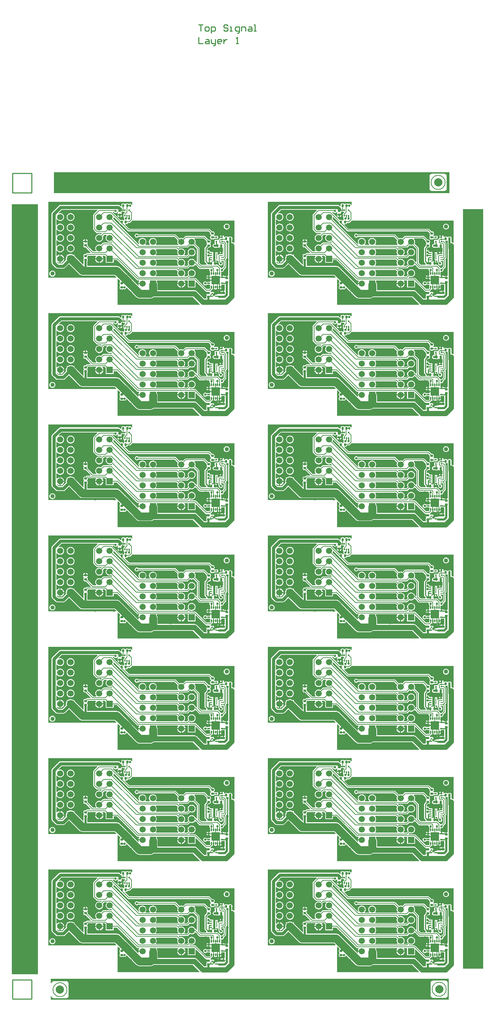
<source format=gtl>
G04 Layer_Physical_Order=1*
G04 Layer_Color=255*
%FSLAX24Y24*%
%MOIN*%
G70*
G01*
G75*
%ADD10C,0.0070*%
G04:AMPARAMS|DCode=11|XSize=78.7mil|YSize=78.7mil|CornerRadius=39.4mil|HoleSize=0mil|Usage=FLASHONLY|Rotation=90.000|XOffset=0mil|YOffset=0mil|HoleType=Round|Shape=RoundedRectangle|*
%AMROUNDEDRECTD11*
21,1,0.0787,0.0000,0,0,90.0*
21,1,0.0000,0.0787,0,0,90.0*
1,1,0.0787,0.0000,0.0000*
1,1,0.0787,0.0000,0.0000*
1,1,0.0787,0.0000,0.0000*
1,1,0.0787,0.0000,0.0000*
%
%ADD11ROUNDEDRECTD11*%
%ADD12C,0.0100*%
%ADD13R,0.0102X0.0102*%
%ADD14P,0.0290X4X180.0*%
%ADD15R,0.0807X0.0807*%
%ADD16O,0.0315X0.0110*%
%ADD17O,0.0110X0.0315*%
%ADD18R,0.0217X0.0098*%
%ADD19R,0.0079X0.0630*%
G04:AMPARAMS|DCode=20|XSize=22mil|YSize=24mil|CornerRadius=4.4mil|HoleSize=0mil|Usage=FLASHONLY|Rotation=90.000|XOffset=0mil|YOffset=0mil|HoleType=Round|Shape=RoundedRectangle|*
%AMROUNDEDRECTD20*
21,1,0.0220,0.0152,0,0,90.0*
21,1,0.0132,0.0240,0,0,90.0*
1,1,0.0088,0.0076,0.0066*
1,1,0.0088,0.0076,-0.0066*
1,1,0.0088,-0.0076,-0.0066*
1,1,0.0088,-0.0076,0.0066*
%
%ADD20ROUNDEDRECTD20*%
%ADD21R,0.0118X0.0177*%
G04:AMPARAMS|DCode=22|XSize=22mil|YSize=24mil|CornerRadius=4.4mil|HoleSize=0mil|Usage=FLASHONLY|Rotation=180.000|XOffset=0mil|YOffset=0mil|HoleType=Round|Shape=RoundedRectangle|*
%AMROUNDEDRECTD22*
21,1,0.0220,0.0152,0,0,180.0*
21,1,0.0132,0.0240,0,0,180.0*
1,1,0.0088,-0.0066,0.0076*
1,1,0.0088,0.0066,0.0076*
1,1,0.0088,0.0066,-0.0076*
1,1,0.0088,-0.0066,-0.0076*
%
%ADD22ROUNDEDRECTD22*%
G04:AMPARAMS|DCode=23|XSize=40mil|YSize=40mil|CornerRadius=20mil|HoleSize=0mil|Usage=FLASHONLY|Rotation=360.000|XOffset=0mil|YOffset=0mil|HoleType=Round|Shape=RoundedRectangle|*
%AMROUNDEDRECTD23*
21,1,0.0400,0.0000,0,0,360.0*
21,1,0.0000,0.0400,0,0,360.0*
1,1,0.0400,0.0000,0.0000*
1,1,0.0400,0.0000,0.0000*
1,1,0.0400,0.0000,0.0000*
1,1,0.0400,0.0000,0.0000*
%
%ADD23ROUNDEDRECTD23*%
%ADD24R,0.0177X0.0118*%
%ADD25C,0.0200*%
%ADD26C,0.0080*%
%ADD27C,0.0500*%
%ADD28C,0.0300*%
%ADD29C,0.0750*%
%ADD30C,0.0110*%
%ADD31C,0.0090*%
%ADD32R,0.0591X0.0591*%
%ADD33C,0.0591*%
%ADD34C,0.0220*%
G36*
X42310Y79582D02*
Y77584D01*
X4410Y77584D01*
Y79582D01*
X42310Y79582D01*
D02*
G37*
G36*
X32935Y76496D02*
X32885Y76481D01*
X32852Y76530D01*
X32789Y76572D01*
X32715Y76587D01*
X32641Y76572D01*
X32618Y76557D01*
X32610Y76558D01*
X32569Y76586D01*
X32521Y76595D01*
X32389D01*
X32341Y76586D01*
X32300Y76558D01*
X32296Y76552D01*
X32235D01*
X32231Y76558D01*
X32190Y76586D01*
X32142Y76595D01*
X32010D01*
X31962Y76586D01*
X31921Y76558D01*
X31893Y76517D01*
X31884Y76469D01*
Y76357D01*
X31834Y76336D01*
X31771Y76399D01*
X31695Y76450D01*
X31605Y76468D01*
X26065D01*
X25975Y76450D01*
X25899Y76399D01*
X25899Y76399D01*
X25279Y75779D01*
X25228Y75703D01*
X25210Y75613D01*
Y70923D01*
X25228Y70833D01*
X25279Y70757D01*
X25589Y70447D01*
X25665Y70396D01*
X25755Y70378D01*
X26330D01*
X26420Y70396D01*
X26496Y70447D01*
X26869Y70820D01*
X27850Y69838D01*
X27945Y69766D01*
X28056Y69720D01*
X28175Y69704D01*
X31255D01*
X31410Y69549D01*
X31391Y69503D01*
X24905D01*
Y76763D01*
X32935D01*
Y76496D01*
D02*
G37*
G36*
X11915D02*
X11865Y76481D01*
X11832Y76530D01*
X11769Y76572D01*
X11695Y76587D01*
X11621Y76572D01*
X11598Y76557D01*
X11590Y76558D01*
X11549Y76586D01*
X11501Y76595D01*
X11369D01*
X11321Y76586D01*
X11280Y76558D01*
X11276Y76552D01*
X11215D01*
X11211Y76558D01*
X11170Y76586D01*
X11122Y76595D01*
X10990D01*
X10942Y76586D01*
X10901Y76558D01*
X10873Y76517D01*
X10864Y76469D01*
Y76357D01*
X10814Y76336D01*
X10751Y76399D01*
X10675Y76450D01*
X10585Y76468D01*
X5045D01*
X4955Y76450D01*
X4879Y76399D01*
X4879Y76399D01*
X4259Y75779D01*
X4208Y75703D01*
X4190Y75613D01*
Y70923D01*
X4208Y70833D01*
X4259Y70757D01*
X4569Y70447D01*
X4645Y70396D01*
X4735Y70378D01*
X5310D01*
X5400Y70396D01*
X5476Y70447D01*
X5849Y70820D01*
X6830Y69838D01*
X6926Y69766D01*
X7036Y69720D01*
X7155Y69704D01*
X10235D01*
X10390Y69549D01*
X10371Y69503D01*
X3885D01*
Y76763D01*
X11915D01*
Y76496D01*
D02*
G37*
G36*
X32099Y75810D02*
X32224D01*
X32243Y75764D01*
X32150Y75671D01*
X32124Y75632D01*
X32121Y75616D01*
X32098D01*
Y75279D01*
X32147D01*
X32171Y75235D01*
X32166Y75227D01*
X32151Y75153D01*
X32166Y75079D01*
X32172Y75069D01*
X32157Y75003D01*
X32150Y74998D01*
X32146Y74992D01*
X32085D01*
X32081Y74998D01*
X32040Y75026D01*
X31992Y75035D01*
X31860D01*
X31812Y75026D01*
X31808Y75024D01*
X31078Y75754D01*
X31097Y75801D01*
X31178D01*
X31208Y75756D01*
X31271Y75714D01*
X31345Y75699D01*
X31419Y75714D01*
X31482Y75756D01*
X31502Y75785D01*
X31523Y75786D01*
X31558Y75779D01*
X31580Y75746D01*
Y75704D01*
X31565Y75694D01*
X31533Y75647D01*
X31522Y75591D01*
Y75574D01*
X31968D01*
Y75591D01*
X31957Y75647D01*
X31925Y75694D01*
X31910Y75704D01*
Y75746D01*
X31938Y75787D01*
X31947Y75835D01*
Y75846D01*
X32099D01*
Y75810D01*
D02*
G37*
G36*
X11079D02*
X11204D01*
X11223Y75764D01*
X11130Y75671D01*
X11104Y75632D01*
X11101Y75616D01*
X11078D01*
Y75279D01*
X11127D01*
X11151Y75235D01*
X11146Y75227D01*
X11131Y75153D01*
X11146Y75079D01*
X11152Y75069D01*
X11137Y75003D01*
X11130Y74998D01*
X11126Y74992D01*
X11065D01*
X11061Y74998D01*
X11020Y75026D01*
X10972Y75035D01*
X10840D01*
X10792Y75026D01*
X10788Y75024D01*
X10058Y75754D01*
X10077Y75801D01*
X10158D01*
X10188Y75756D01*
X10251Y75714D01*
X10325Y75699D01*
X10399Y75714D01*
X10462Y75756D01*
X10482Y75785D01*
X10503Y75786D01*
X10538Y75779D01*
X10560Y75746D01*
Y75704D01*
X10545Y75694D01*
X10513Y75647D01*
X10502Y75591D01*
Y75574D01*
X10948D01*
Y75591D01*
X10937Y75647D01*
X10905Y75694D01*
X10890Y75704D01*
Y75746D01*
X10918Y75787D01*
X10927Y75835D01*
Y75846D01*
X11079D01*
Y75810D01*
D02*
G37*
G36*
X29611Y75952D02*
X29248Y75590D01*
X29222Y75550D01*
X29213Y75503D01*
Y74133D01*
X29222Y74086D01*
X29248Y74046D01*
X29498Y73796D01*
X29538Y73770D01*
X29585Y73761D01*
X29989D01*
X30008Y73714D01*
X29942Y73648D01*
X29875Y73676D01*
X29777Y73689D01*
X29680Y73676D01*
X29588Y73638D01*
X29510Y73578D01*
X29450Y73500D01*
X29412Y73408D01*
X29399Y73310D01*
X29412Y73213D01*
X29450Y73121D01*
X29510Y73043D01*
X29588Y72983D01*
X29680Y72945D01*
X29777Y72932D01*
X29875Y72945D01*
X29967Y72983D01*
X30045Y73043D01*
X30105Y73121D01*
X30143Y73213D01*
X30156Y73310D01*
X30143Y73408D01*
X30115Y73475D01*
X30251Y73611D01*
X30474D01*
X30496Y73561D01*
X30450Y73500D01*
X30412Y73408D01*
X30399Y73310D01*
X30412Y73213D01*
X30450Y73121D01*
X30510Y73043D01*
X30588Y72983D01*
X30680Y72945D01*
X30777Y72932D01*
X30875Y72945D01*
X30942Y72973D01*
X31043Y72872D01*
X31011Y72833D01*
X30992Y72846D01*
X30945Y72855D01*
X30200D01*
X30153Y72846D01*
X30113Y72820D01*
X29942Y72648D01*
X29875Y72676D01*
X29777Y72689D01*
X29680Y72676D01*
X29588Y72638D01*
X29510Y72578D01*
X29450Y72500D01*
X29412Y72408D01*
X29399Y72310D01*
X29412Y72213D01*
X29450Y72121D01*
X29493Y72065D01*
X29468Y72015D01*
X29197D01*
X28657Y72555D01*
Y72650D01*
X28648Y72698D01*
X28620Y72739D01*
Y72784D01*
X28635Y72793D01*
X28667Y72841D01*
X28678Y72897D01*
Y72913D01*
X28232D01*
Y72897D01*
X28243Y72841D01*
X28275Y72793D01*
X28290Y72784D01*
Y72739D01*
X28262Y72698D01*
X28253Y72650D01*
Y72518D01*
X28262Y72470D01*
X28290Y72429D01*
X28331Y72401D01*
X28379Y72392D01*
X28474D01*
X28964Y71902D01*
X28945Y71855D01*
X28615D01*
X28568Y71846D01*
X28528Y71820D01*
X28474Y71765D01*
X28379D01*
X28331Y71756D01*
X28290Y71728D01*
X28262Y71687D01*
X28253Y71639D01*
Y71507D01*
X28262Y71459D01*
X28290Y71418D01*
X28296Y71414D01*
Y71353D01*
X28290Y71349D01*
X28262Y71308D01*
X28253Y71260D01*
Y71128D01*
X28262Y71080D01*
X28271Y71066D01*
Y70781D01*
X28225Y70762D01*
X27403Y71584D01*
Y71686D01*
X27286D01*
X27257Y71708D01*
X27146Y71754D01*
X27027Y71769D01*
X26909Y71754D01*
X26798Y71708D01*
X26769Y71686D01*
X26652D01*
Y71569D01*
X26630Y71540D01*
X26584Y71429D01*
X26569Y71310D01*
X26583Y71198D01*
X26233Y70848D01*
X25852D01*
X25710Y70990D01*
X25711Y70995D01*
X25712Y70996D01*
X25766Y71013D01*
X25828Y70965D01*
X25924Y70925D01*
X25977Y70918D01*
Y71703D01*
X25924Y71696D01*
X25828Y71656D01*
X25746Y71592D01*
X25729Y71571D01*
X25679Y71588D01*
Y72065D01*
X25729Y72082D01*
X25760Y72043D01*
X25838Y71983D01*
X25930Y71945D01*
X26027Y71932D01*
X26125Y71945D01*
X26217Y71983D01*
X26295Y72043D01*
X26355Y72121D01*
X26393Y72213D01*
X26406Y72310D01*
X26393Y72408D01*
X26355Y72500D01*
X26295Y72578D01*
X26217Y72638D01*
X26125Y72676D01*
X26027Y72689D01*
X25930Y72676D01*
X25838Y72638D01*
X25760Y72578D01*
X25729Y72539D01*
X25679Y72556D01*
Y73065D01*
X25729Y73082D01*
X25760Y73043D01*
X25838Y72983D01*
X25930Y72945D01*
X26027Y72932D01*
X26125Y72945D01*
X26217Y72983D01*
X26295Y73043D01*
X26355Y73121D01*
X26393Y73213D01*
X26406Y73310D01*
X26393Y73408D01*
X26355Y73500D01*
X26295Y73578D01*
X26217Y73638D01*
X26125Y73676D01*
X26027Y73689D01*
X25930Y73676D01*
X25838Y73638D01*
X25760Y73578D01*
X25729Y73539D01*
X25679Y73556D01*
Y74065D01*
X25729Y74082D01*
X25760Y74043D01*
X25838Y73983D01*
X25930Y73945D01*
X26027Y73932D01*
X26125Y73945D01*
X26217Y73983D01*
X26295Y74043D01*
X26355Y74121D01*
X26393Y74213D01*
X26406Y74310D01*
X26393Y74408D01*
X26355Y74500D01*
X26295Y74578D01*
X26217Y74638D01*
X26125Y74676D01*
X26027Y74689D01*
X25930Y74676D01*
X25838Y74638D01*
X25760Y74578D01*
X25729Y74539D01*
X25679Y74556D01*
Y75065D01*
X25729Y75082D01*
X25760Y75043D01*
X25838Y74983D01*
X25930Y74945D01*
X26027Y74932D01*
X26125Y74945D01*
X26217Y74983D01*
X26295Y75043D01*
X26355Y75121D01*
X26393Y75213D01*
X26406Y75310D01*
X26393Y75408D01*
X26355Y75500D01*
X26295Y75578D01*
X26217Y75638D01*
X26125Y75676D01*
X26027Y75689D01*
X25930Y75676D01*
X25897Y75663D01*
X25869Y75705D01*
X26162Y75998D01*
X29592D01*
X29611Y75952D01*
D02*
G37*
G36*
X8591D02*
X8228Y75590D01*
X8202Y75550D01*
X8193Y75503D01*
Y74133D01*
X8202Y74086D01*
X8228Y74046D01*
X8478Y73796D01*
X8518Y73770D01*
X8565Y73761D01*
X8969D01*
X8988Y73714D01*
X8922Y73648D01*
X8855Y73676D01*
X8757Y73689D01*
X8660Y73676D01*
X8568Y73638D01*
X8490Y73578D01*
X8430Y73500D01*
X8392Y73408D01*
X8379Y73310D01*
X8392Y73213D01*
X8430Y73121D01*
X8490Y73043D01*
X8568Y72983D01*
X8660Y72945D01*
X8757Y72932D01*
X8855Y72945D01*
X8947Y72983D01*
X9025Y73043D01*
X9085Y73121D01*
X9123Y73213D01*
X9136Y73310D01*
X9123Y73408D01*
X9095Y73475D01*
X9231Y73611D01*
X9454D01*
X9476Y73561D01*
X9430Y73500D01*
X9392Y73408D01*
X9379Y73310D01*
X9392Y73213D01*
X9430Y73121D01*
X9490Y73043D01*
X9568Y72983D01*
X9660Y72945D01*
X9757Y72932D01*
X9855Y72945D01*
X9922Y72973D01*
X10023Y72872D01*
X9991Y72833D01*
X9972Y72846D01*
X9925Y72855D01*
X9180D01*
X9133Y72846D01*
X9093Y72820D01*
X8922Y72648D01*
X8855Y72676D01*
X8757Y72689D01*
X8660Y72676D01*
X8568Y72638D01*
X8490Y72578D01*
X8430Y72500D01*
X8392Y72408D01*
X8379Y72310D01*
X8392Y72213D01*
X8430Y72121D01*
X8473Y72065D01*
X8448Y72015D01*
X8177D01*
X7637Y72555D01*
Y72650D01*
X7628Y72698D01*
X7600Y72739D01*
Y72784D01*
X7615Y72793D01*
X7647Y72841D01*
X7658Y72897D01*
Y72913D01*
X7212D01*
Y72897D01*
X7223Y72841D01*
X7255Y72793D01*
X7270Y72784D01*
Y72739D01*
X7242Y72698D01*
X7233Y72650D01*
Y72518D01*
X7242Y72470D01*
X7270Y72429D01*
X7311Y72401D01*
X7359Y72392D01*
X7454D01*
X7944Y71902D01*
X7925Y71855D01*
X7595D01*
X7548Y71846D01*
X7508Y71820D01*
X7454Y71765D01*
X7359D01*
X7311Y71756D01*
X7270Y71728D01*
X7242Y71687D01*
X7233Y71639D01*
Y71507D01*
X7242Y71459D01*
X7270Y71418D01*
X7276Y71414D01*
Y71353D01*
X7270Y71349D01*
X7242Y71308D01*
X7233Y71260D01*
Y71128D01*
X7242Y71080D01*
X7251Y71066D01*
Y70781D01*
X7205Y70762D01*
X6383Y71584D01*
Y71686D01*
X6266D01*
X6237Y71708D01*
X6126Y71754D01*
X6007Y71769D01*
X5889Y71754D01*
X5778Y71708D01*
X5749Y71686D01*
X5632D01*
Y71569D01*
X5610Y71540D01*
X5564Y71429D01*
X5549Y71310D01*
X5563Y71198D01*
X5213Y70848D01*
X4832D01*
X4690Y70990D01*
X4691Y70995D01*
X4692Y70996D01*
X4746Y71013D01*
X4808Y70965D01*
X4904Y70925D01*
X4957Y70918D01*
Y71703D01*
X4904Y71696D01*
X4808Y71656D01*
X4726Y71592D01*
X4709Y71571D01*
X4659Y71588D01*
Y72065D01*
X4709Y72082D01*
X4740Y72043D01*
X4818Y71983D01*
X4910Y71945D01*
X5007Y71932D01*
X5105Y71945D01*
X5197Y71983D01*
X5275Y72043D01*
X5335Y72121D01*
X5373Y72213D01*
X5386Y72310D01*
X5373Y72408D01*
X5335Y72500D01*
X5275Y72578D01*
X5197Y72638D01*
X5105Y72676D01*
X5007Y72689D01*
X4910Y72676D01*
X4818Y72638D01*
X4740Y72578D01*
X4709Y72539D01*
X4659Y72556D01*
Y73065D01*
X4709Y73082D01*
X4740Y73043D01*
X4818Y72983D01*
X4910Y72945D01*
X5007Y72932D01*
X5105Y72945D01*
X5197Y72983D01*
X5275Y73043D01*
X5335Y73121D01*
X5373Y73213D01*
X5386Y73310D01*
X5373Y73408D01*
X5335Y73500D01*
X5275Y73578D01*
X5197Y73638D01*
X5105Y73676D01*
X5007Y73689D01*
X4910Y73676D01*
X4818Y73638D01*
X4740Y73578D01*
X4709Y73539D01*
X4659Y73556D01*
Y74065D01*
X4709Y74082D01*
X4740Y74043D01*
X4818Y73983D01*
X4910Y73945D01*
X5007Y73932D01*
X5105Y73945D01*
X5197Y73983D01*
X5275Y74043D01*
X5335Y74121D01*
X5373Y74213D01*
X5386Y74310D01*
X5373Y74408D01*
X5335Y74500D01*
X5275Y74578D01*
X5197Y74638D01*
X5105Y74676D01*
X5007Y74689D01*
X4910Y74676D01*
X4818Y74638D01*
X4740Y74578D01*
X4709Y74539D01*
X4659Y74556D01*
Y75065D01*
X4709Y75082D01*
X4740Y75043D01*
X4818Y74983D01*
X4910Y74945D01*
X5007Y74932D01*
X5105Y74945D01*
X5197Y74983D01*
X5275Y75043D01*
X5335Y75121D01*
X5373Y75213D01*
X5386Y75310D01*
X5373Y75408D01*
X5335Y75500D01*
X5275Y75578D01*
X5197Y75638D01*
X5105Y75676D01*
X5007Y75689D01*
X4910Y75676D01*
X4877Y75663D01*
X4849Y75705D01*
X5142Y75998D01*
X8572D01*
X8591Y75952D01*
D02*
G37*
G36*
X31735Y74751D02*
X31743Y74709D01*
X31771Y74668D01*
X31812Y74640D01*
X31854Y74632D01*
X32519Y73966D01*
X32559Y73940D01*
X32606Y73931D01*
X40254D01*
X40413Y73772D01*
Y73677D01*
X40422Y73629D01*
X40450Y73588D01*
X40456Y73584D01*
Y73523D01*
X40450Y73519D01*
X40422Y73478D01*
X40413Y73430D01*
Y73298D01*
X40422Y73250D01*
X40450Y73209D01*
X40491Y73181D01*
X40539Y73172D01*
X40691D01*
X40739Y73181D01*
X40780Y73209D01*
X40792Y73227D01*
X40841Y73231D01*
Y73231D01*
X41178D01*
Y73509D01*
X40841D01*
Y73509D01*
X40817Y73507D01*
X40784Y73538D01*
X40780Y73588D01*
X40808Y73629D01*
X40817Y73677D01*
Y73809D01*
X40808Y73857D01*
X40780Y73898D01*
X40739Y73926D01*
X40691Y73935D01*
X40596D01*
X40391Y74140D01*
X40352Y74166D01*
X40305Y74175D01*
X32657D01*
X32251Y74581D01*
X32272Y74631D01*
X32371D01*
X32419Y74640D01*
X32460Y74668D01*
X32488Y74709D01*
X32494Y74741D01*
X32675D01*
X32722Y74750D01*
X32761Y74776D01*
X32938Y74953D01*
X42725Y74953D01*
Y72860D01*
X42675Y72835D01*
X42641Y72861D01*
X42561Y72895D01*
X42507Y72902D01*
Y73112D01*
X42516Y73157D01*
Y73309D01*
X42507Y73357D01*
X42479Y73398D01*
X42438Y73426D01*
X42390Y73435D01*
X42258D01*
X42210Y73426D01*
X42169Y73398D01*
X42165Y73392D01*
X42104D01*
X42100Y73398D01*
X42059Y73426D01*
X42011Y73435D01*
X41879D01*
X41831Y73426D01*
X41790Y73398D01*
X41779Y73383D01*
X41729Y73398D01*
Y73530D01*
X41591D01*
Y73371D01*
X41541D01*
Y73321D01*
X41352D01*
Y73287D01*
X41348Y73286D01*
X41308Y73260D01*
X41258Y73210D01*
X41232Y73170D01*
X41223Y73126D01*
X41178Y73115D01*
X41178Y73115D01*
X41178Y73115D01*
X40841D01*
Y72837D01*
X40877D01*
Y72788D01*
X40838Y72756D01*
X40835Y72757D01*
X40761Y72742D01*
X40698Y72700D01*
X40656Y72637D01*
X40641Y72563D01*
X40656Y72489D01*
X40698Y72426D01*
X40761Y72384D01*
X40835Y72369D01*
X40886Y72379D01*
X40958D01*
X40972Y72370D01*
X41020Y72361D01*
X41152D01*
X41201Y72370D01*
X41242Y72398D01*
X41284D01*
X41294Y72383D01*
X41341Y72351D01*
X41397Y72340D01*
X41413D01*
Y72563D01*
X41513D01*
Y72340D01*
X41529D01*
X41583Y72351D01*
X41593Y72351D01*
X41633Y72330D01*
Y71977D01*
X41585D01*
Y71828D01*
X41535D01*
Y71778D01*
X41326D01*
Y71754D01*
X41313D01*
X41267Y71744D01*
X41227Y71718D01*
X41188Y71680D01*
X41184Y71673D01*
X41134Y71689D01*
Y71928D01*
X40896D01*
Y71138D01*
X41134Y71138D01*
X41153Y71096D01*
Y71003D01*
X41162Y70956D01*
X41188Y70916D01*
X41235Y70870D01*
X41231Y70853D01*
X41246Y70779D01*
X41288Y70716D01*
X41351Y70674D01*
X41425Y70659D01*
X41499Y70674D01*
X41562Y70716D01*
X41604Y70779D01*
X41619Y70853D01*
X41604Y70927D01*
X41562Y70990D01*
X41499Y71032D01*
X41464Y71039D01*
X41438Y71095D01*
X41446Y71109D01*
X41703D01*
Y70584D01*
X41552Y70433D01*
X41535Y70437D01*
X41480Y70426D01*
X41427Y70452D01*
X41424Y70454D01*
X41397Y70494D01*
X41191Y70700D01*
X41152Y70726D01*
X41118Y70733D01*
X41076Y70775D01*
X41076Y70777D01*
Y70803D01*
X40863D01*
Y70853D01*
X40813D01*
Y71076D01*
X40797D01*
X40741Y71065D01*
X40694Y71033D01*
X40684Y71018D01*
X40642D01*
X40601Y71046D01*
X40558Y71054D01*
X40549Y71071D01*
X40541Y71105D01*
X40544Y71109D01*
X40684D01*
Y71957D01*
X40512D01*
X40495Y71961D01*
X40403D01*
X40394Y72007D01*
X40352Y72070D01*
X40289Y72112D01*
X40215Y72127D01*
X40178Y72119D01*
X40128Y72159D01*
Y72259D01*
X40250Y72382D01*
X40331D01*
X40379Y72391D01*
X40420Y72419D01*
X40448Y72460D01*
X40457Y72508D01*
Y72640D01*
X40448Y72688D01*
X40420Y72729D01*
X40414Y72733D01*
Y72794D01*
X40420Y72798D01*
X40448Y72839D01*
X40457Y72887D01*
Y73019D01*
X40448Y73067D01*
X40420Y73108D01*
X40379Y73136D01*
X40331Y73145D01*
X40236D01*
X39921Y73460D01*
X39882Y73486D01*
X39835Y73495D01*
X38075D01*
X38028Y73486D01*
X37988Y73460D01*
X37800Y73271D01*
X37733Y73299D01*
X37635Y73312D01*
X37537Y73299D01*
X37470Y73271D01*
X37131Y73610D01*
X37092Y73636D01*
X37045Y73645D01*
X33522D01*
X33512Y73660D01*
X33449Y73702D01*
X33375Y73717D01*
X33301Y73702D01*
X33238Y73660D01*
X33196Y73597D01*
X33181Y73523D01*
X33196Y73449D01*
X33238Y73386D01*
X33301Y73344D01*
X33375Y73329D01*
X33449Y73344D01*
X33512Y73386D01*
X33522Y73401D01*
X36994D01*
X37297Y73098D01*
X37269Y73031D01*
X37256Y72933D01*
X37269Y72835D01*
X37307Y72744D01*
X37352Y72685D01*
X37327Y72635D01*
X35223D01*
X35198Y72685D01*
X35243Y72744D01*
X35281Y72835D01*
X35293Y72933D01*
X35281Y73031D01*
X35243Y73122D01*
X35183Y73201D01*
X35104Y73261D01*
X35013Y73299D01*
X34915Y73312D01*
X34817Y73299D01*
X34726Y73261D01*
X34647Y73201D01*
X34587Y73122D01*
X34549Y73031D01*
X34536Y72933D01*
X34549Y72835D01*
X34587Y72744D01*
X34632Y72685D01*
X34607Y72635D01*
X34223D01*
X34198Y72685D01*
X34243Y72744D01*
X34281Y72835D01*
X34293Y72933D01*
X34281Y73031D01*
X34243Y73122D01*
X34183Y73201D01*
X34104Y73261D01*
X34013Y73299D01*
X33915Y73312D01*
X33817Y73299D01*
X33726Y73261D01*
X33647Y73201D01*
X33587Y73122D01*
X33549Y73031D01*
X33536Y72933D01*
X33549Y72835D01*
X33587Y72744D01*
X33547Y72714D01*
X31115Y75146D01*
X31143Y75213D01*
X31150Y75265D01*
X31203Y75283D01*
X31735Y74751D01*
D02*
G37*
G36*
X10715D02*
X10723Y74709D01*
X10751Y74668D01*
X10792Y74640D01*
X10834Y74632D01*
X11499Y73966D01*
X11539Y73940D01*
X11586Y73931D01*
X19234D01*
X19393Y73772D01*
Y73677D01*
X19402Y73629D01*
X19430Y73588D01*
X19436Y73584D01*
Y73523D01*
X19430Y73519D01*
X19402Y73478D01*
X19393Y73430D01*
Y73298D01*
X19402Y73250D01*
X19430Y73209D01*
X19471Y73181D01*
X19519Y73172D01*
X19671D01*
X19719Y73181D01*
X19760Y73209D01*
X19772Y73227D01*
X19821Y73231D01*
Y73231D01*
X20158D01*
Y73509D01*
X19821D01*
Y73509D01*
X19797Y73507D01*
X19764Y73538D01*
X19760Y73588D01*
X19788Y73629D01*
X19797Y73677D01*
Y73809D01*
X19788Y73857D01*
X19760Y73898D01*
X19719Y73926D01*
X19671Y73935D01*
X19576D01*
X19371Y74140D01*
X19332Y74166D01*
X19285Y74175D01*
X11637D01*
X11231Y74581D01*
X11252Y74631D01*
X11351D01*
X11399Y74640D01*
X11440Y74668D01*
X11468Y74709D01*
X11474Y74741D01*
X11655D01*
X11702Y74750D01*
X11741Y74776D01*
X11918Y74953D01*
X21705Y74953D01*
Y72860D01*
X21655Y72835D01*
X21621Y72861D01*
X21541Y72895D01*
X21487Y72902D01*
Y73112D01*
X21496Y73157D01*
Y73309D01*
X21487Y73357D01*
X21459Y73398D01*
X21418Y73426D01*
X21370Y73435D01*
X21238D01*
X21190Y73426D01*
X21149Y73398D01*
X21145Y73392D01*
X21084D01*
X21080Y73398D01*
X21039Y73426D01*
X20991Y73435D01*
X20859D01*
X20811Y73426D01*
X20770Y73398D01*
X20759Y73383D01*
X20709Y73398D01*
Y73530D01*
X20571D01*
Y73371D01*
X20521D01*
Y73321D01*
X20332D01*
Y73287D01*
X20328Y73286D01*
X20288Y73260D01*
X20238Y73210D01*
X20212Y73170D01*
X20203Y73126D01*
X20158Y73115D01*
X20158Y73115D01*
X20158Y73115D01*
X19821D01*
Y72837D01*
X19857D01*
Y72788D01*
X19818Y72756D01*
X19815Y72757D01*
X19741Y72742D01*
X19678Y72700D01*
X19636Y72637D01*
X19621Y72563D01*
X19636Y72489D01*
X19678Y72426D01*
X19741Y72384D01*
X19815Y72369D01*
X19866Y72379D01*
X19938D01*
X19952Y72370D01*
X20000Y72361D01*
X20132D01*
X20181Y72370D01*
X20222Y72398D01*
X20264D01*
X20274Y72383D01*
X20321Y72351D01*
X20377Y72340D01*
X20393D01*
Y72563D01*
X20493D01*
Y72340D01*
X20509D01*
X20563Y72351D01*
X20573Y72351D01*
X20613Y72330D01*
Y71977D01*
X20565D01*
Y71828D01*
X20515D01*
Y71778D01*
X20306D01*
Y71754D01*
X20293D01*
X20247Y71744D01*
X20207Y71718D01*
X20168Y71680D01*
X20164Y71673D01*
X20114Y71689D01*
Y71928D01*
X19876D01*
Y71138D01*
X20114Y71138D01*
X20133Y71096D01*
Y71003D01*
X20142Y70956D01*
X20168Y70916D01*
X20215Y70870D01*
X20211Y70853D01*
X20226Y70779D01*
X20268Y70716D01*
X20331Y70674D01*
X20405Y70659D01*
X20479Y70674D01*
X20542Y70716D01*
X20584Y70779D01*
X20599Y70853D01*
X20584Y70927D01*
X20542Y70990D01*
X20479Y71032D01*
X20444Y71039D01*
X20418Y71095D01*
X20426Y71109D01*
X20683D01*
Y70584D01*
X20532Y70433D01*
X20515Y70437D01*
X20460Y70426D01*
X20407Y70452D01*
X20404Y70454D01*
X20377Y70494D01*
X20171Y70700D01*
X20132Y70726D01*
X20098Y70733D01*
X20056Y70775D01*
X20056Y70777D01*
Y70803D01*
X19843D01*
Y70853D01*
X19793D01*
Y71076D01*
X19777D01*
X19721Y71065D01*
X19674Y71033D01*
X19664Y71018D01*
X19622D01*
X19581Y71046D01*
X19538Y71054D01*
X19529Y71071D01*
X19521Y71105D01*
X19524Y71109D01*
X19664D01*
Y71957D01*
X19492D01*
X19475Y71961D01*
X19383D01*
X19374Y72007D01*
X19332Y72070D01*
X19269Y72112D01*
X19195Y72127D01*
X19158Y72119D01*
X19108Y72159D01*
Y72259D01*
X19230Y72382D01*
X19311D01*
X19359Y72391D01*
X19400Y72419D01*
X19428Y72460D01*
X19437Y72508D01*
Y72640D01*
X19428Y72688D01*
X19400Y72729D01*
X19394Y72733D01*
Y72794D01*
X19400Y72798D01*
X19428Y72839D01*
X19437Y72887D01*
Y73019D01*
X19428Y73067D01*
X19400Y73108D01*
X19359Y73136D01*
X19311Y73145D01*
X19216D01*
X18901Y73460D01*
X18862Y73486D01*
X18815Y73495D01*
X17055D01*
X17008Y73486D01*
X16968Y73460D01*
X16780Y73271D01*
X16713Y73299D01*
X16615Y73312D01*
X16517Y73299D01*
X16450Y73271D01*
X16111Y73610D01*
X16072Y73636D01*
X16025Y73645D01*
X12502D01*
X12492Y73660D01*
X12429Y73702D01*
X12355Y73717D01*
X12281Y73702D01*
X12218Y73660D01*
X12176Y73597D01*
X12161Y73523D01*
X12176Y73449D01*
X12218Y73386D01*
X12281Y73344D01*
X12355Y73329D01*
X12429Y73344D01*
X12492Y73386D01*
X12502Y73401D01*
X15974D01*
X16277Y73098D01*
X16249Y73031D01*
X16236Y72933D01*
X16249Y72835D01*
X16287Y72744D01*
X16332Y72685D01*
X16307Y72635D01*
X14203D01*
X14178Y72685D01*
X14223Y72744D01*
X14261Y72835D01*
X14273Y72933D01*
X14261Y73031D01*
X14223Y73122D01*
X14163Y73201D01*
X14084Y73261D01*
X13993Y73299D01*
X13895Y73312D01*
X13797Y73299D01*
X13706Y73261D01*
X13627Y73201D01*
X13567Y73122D01*
X13529Y73031D01*
X13516Y72933D01*
X13529Y72835D01*
X13567Y72744D01*
X13612Y72685D01*
X13587Y72635D01*
X13203D01*
X13178Y72685D01*
X13223Y72744D01*
X13261Y72835D01*
X13273Y72933D01*
X13261Y73031D01*
X13223Y73122D01*
X13163Y73201D01*
X13084Y73261D01*
X12993Y73299D01*
X12895Y73312D01*
X12797Y73299D01*
X12706Y73261D01*
X12627Y73201D01*
X12567Y73122D01*
X12529Y73031D01*
X12516Y72933D01*
X12529Y72835D01*
X12567Y72744D01*
X12527Y72714D01*
X10095Y75146D01*
X10123Y75213D01*
X10130Y75265D01*
X10183Y75283D01*
X10715Y74751D01*
D02*
G37*
G36*
X39133Y72262D02*
Y71004D01*
X39086Y70985D01*
X39051Y71020D01*
X39012Y71046D01*
X38993Y71050D01*
X38963Y71122D01*
X38903Y71201D01*
X38824Y71261D01*
X38733Y71299D01*
X38635Y71312D01*
X38537Y71299D01*
X38446Y71261D01*
X38367Y71201D01*
X38307Y71122D01*
X38269Y71031D01*
X38256Y70933D01*
X38269Y70835D01*
X38297Y70768D01*
X38164Y70635D01*
X37943D01*
X37918Y70685D01*
X37963Y70744D01*
X38001Y70835D01*
X38013Y70933D01*
X38001Y71031D01*
X37963Y71122D01*
X37903Y71201D01*
X37824Y71261D01*
X37733Y71299D01*
X37635Y71312D01*
X37537Y71299D01*
X37470Y71271D01*
X37397Y71344D01*
X37416Y71391D01*
X38215D01*
X38262Y71400D01*
X38301Y71426D01*
X38470Y71595D01*
X38537Y71567D01*
X38635Y71554D01*
X38733Y71567D01*
X38824Y71605D01*
X38903Y71665D01*
X38963Y71744D01*
X39001Y71835D01*
X39013Y71933D01*
X39001Y72031D01*
X38963Y72122D01*
X38903Y72201D01*
X38824Y72261D01*
X38733Y72299D01*
X38635Y72312D01*
X38537Y72299D01*
X38446Y72261D01*
X38367Y72201D01*
X38307Y72122D01*
X38269Y72031D01*
X38256Y71933D01*
X38269Y71835D01*
X38297Y71768D01*
X38164Y71635D01*
X37943D01*
X37918Y71685D01*
X37963Y71744D01*
X38001Y71835D01*
X38013Y71933D01*
X38001Y72031D01*
X37963Y72122D01*
X37903Y72201D01*
X37824Y72261D01*
X37733Y72299D01*
X37635Y72312D01*
X37537Y72299D01*
X37470Y72271D01*
X37397Y72344D01*
X37416Y72391D01*
X38215D01*
X38262Y72400D01*
X38301Y72426D01*
X38470Y72595D01*
X38537Y72567D01*
X38635Y72554D01*
X38733Y72567D01*
X38800Y72595D01*
X39133Y72262D01*
D02*
G37*
G36*
X18113D02*
Y71004D01*
X18066Y70985D01*
X18031Y71020D01*
X17992Y71046D01*
X17973Y71050D01*
X17943Y71122D01*
X17883Y71201D01*
X17804Y71261D01*
X17713Y71299D01*
X17615Y71312D01*
X17517Y71299D01*
X17426Y71261D01*
X17347Y71201D01*
X17287Y71122D01*
X17249Y71031D01*
X17236Y70933D01*
X17249Y70835D01*
X17277Y70768D01*
X17144Y70635D01*
X16923D01*
X16898Y70685D01*
X16943Y70744D01*
X16981Y70835D01*
X16993Y70933D01*
X16981Y71031D01*
X16943Y71122D01*
X16883Y71201D01*
X16804Y71261D01*
X16713Y71299D01*
X16615Y71312D01*
X16517Y71299D01*
X16450Y71271D01*
X16377Y71344D01*
X16396Y71391D01*
X17195D01*
X17242Y71400D01*
X17281Y71426D01*
X17450Y71595D01*
X17517Y71567D01*
X17615Y71554D01*
X17713Y71567D01*
X17804Y71605D01*
X17883Y71665D01*
X17943Y71744D01*
X17981Y71835D01*
X17993Y71933D01*
X17981Y72031D01*
X17943Y72122D01*
X17883Y72201D01*
X17804Y72261D01*
X17713Y72299D01*
X17615Y72312D01*
X17517Y72299D01*
X17426Y72261D01*
X17347Y72201D01*
X17287Y72122D01*
X17249Y72031D01*
X17236Y71933D01*
X17249Y71835D01*
X17277Y71768D01*
X17144Y71635D01*
X16923D01*
X16898Y71685D01*
X16943Y71744D01*
X16981Y71835D01*
X16993Y71933D01*
X16981Y72031D01*
X16943Y72122D01*
X16883Y72201D01*
X16804Y72261D01*
X16713Y72299D01*
X16615Y72312D01*
X16517Y72299D01*
X16450Y72271D01*
X16377Y72344D01*
X16396Y72391D01*
X17195D01*
X17242Y72400D01*
X17281Y72426D01*
X17450Y72595D01*
X17517Y72567D01*
X17615Y72554D01*
X17713Y72567D01*
X17780Y72595D01*
X18113Y72262D01*
D02*
G37*
G36*
X37297Y72098D02*
X37269Y72031D01*
X37256Y71933D01*
X37269Y71835D01*
X37307Y71744D01*
X37352Y71685D01*
X37327Y71635D01*
X35223D01*
X35198Y71685D01*
X35243Y71744D01*
X35281Y71835D01*
X35293Y71933D01*
X35281Y72031D01*
X35243Y72122D01*
X35198Y72181D01*
X35223Y72231D01*
X37164D01*
X37297Y72098D01*
D02*
G37*
G36*
X16277D02*
X16249Y72031D01*
X16236Y71933D01*
X16249Y71835D01*
X16287Y71744D01*
X16332Y71685D01*
X16307Y71635D01*
X14203D01*
X14178Y71685D01*
X14223Y71744D01*
X14261Y71835D01*
X14273Y71933D01*
X14261Y72031D01*
X14223Y72122D01*
X14178Y72181D01*
X14203Y72231D01*
X16144D01*
X16277Y72098D01*
D02*
G37*
G36*
X30402Y71513D02*
Y70935D01*
X31153D01*
Y71188D01*
X31467D01*
X33388Y69266D01*
X33428Y69240D01*
X33475Y69231D01*
X33582D01*
X33607Y69181D01*
X33570Y69132D01*
X33530Y69036D01*
X33523Y68983D01*
X33915D01*
Y68883D01*
X33523D01*
X33530Y68830D01*
X33552Y68775D01*
X33510Y68747D01*
X32574Y69683D01*
X31769Y70488D01*
X31674Y70560D01*
X31610Y70587D01*
X31564Y70606D01*
X31445Y70622D01*
X31445Y70622D01*
X28638D01*
Y71066D01*
X28648Y71080D01*
X28657Y71128D01*
Y71260D01*
X28648Y71308D01*
X28620Y71349D01*
X28614Y71353D01*
Y71414D01*
X28620Y71418D01*
X28648Y71459D01*
X28657Y71507D01*
Y71602D01*
X28666Y71611D01*
X29447D01*
X29471Y71561D01*
X29432Y71510D01*
X29392Y71414D01*
X29385Y71360D01*
X30170D01*
X30163Y71414D01*
X30123Y71510D01*
X30084Y71561D01*
X30108Y71611D01*
X30304D01*
X30402Y71513D01*
D02*
G37*
G36*
X9382D02*
Y70935D01*
X10133D01*
Y71188D01*
X10447D01*
X12368Y69266D01*
X12408Y69240D01*
X12455Y69231D01*
X12562D01*
X12587Y69181D01*
X12550Y69132D01*
X12510Y69036D01*
X12503Y68983D01*
X12895D01*
Y68883D01*
X12503D01*
X12510Y68830D01*
X12532Y68775D01*
X12490Y68747D01*
X11554Y69683D01*
X10749Y70488D01*
X10654Y70560D01*
X10590Y70587D01*
X10544Y70606D01*
X10425Y70622D01*
X10425Y70622D01*
X7618D01*
Y71066D01*
X7628Y71080D01*
X7637Y71128D01*
Y71260D01*
X7628Y71308D01*
X7600Y71349D01*
X7594Y71353D01*
Y71414D01*
X7600Y71418D01*
X7628Y71459D01*
X7637Y71507D01*
Y71602D01*
X7646Y71611D01*
X8427D01*
X8451Y71561D01*
X8412Y71510D01*
X8372Y71414D01*
X8365Y71360D01*
X9150D01*
X9143Y71414D01*
X9103Y71510D01*
X9064Y71561D01*
X9088Y71611D01*
X9284D01*
X9382Y71513D01*
D02*
G37*
G36*
X40053Y72982D02*
Y72887D01*
X40062Y72839D01*
X40090Y72798D01*
X40096Y72794D01*
Y72733D01*
X40090Y72729D01*
X40062Y72688D01*
X40053Y72640D01*
Y72559D01*
X39901Y72408D01*
X39873Y72365D01*
X39862Y72314D01*
Y71073D01*
X39873Y71022D01*
X39901Y70979D01*
X40022Y70858D01*
X40021Y70853D01*
X40035Y70785D01*
X40027Y70762D01*
X40013Y70735D01*
X39566D01*
X39377Y70924D01*
Y72313D01*
X39368Y72360D01*
X39341Y72400D01*
X38973Y72768D01*
X39001Y72835D01*
X39013Y72933D01*
X39001Y73031D01*
X38963Y73122D01*
X38903Y73201D01*
X38899Y73203D01*
X38915Y73251D01*
X39784D01*
X40053Y72982D01*
D02*
G37*
G36*
X19033D02*
Y72887D01*
X19042Y72839D01*
X19070Y72798D01*
X19076Y72794D01*
Y72733D01*
X19070Y72729D01*
X19042Y72688D01*
X19033Y72640D01*
Y72559D01*
X18881Y72408D01*
X18852Y72365D01*
X18842Y72314D01*
Y71073D01*
X18852Y71022D01*
X18881Y70979D01*
X19002Y70858D01*
X19001Y70853D01*
X19015Y70785D01*
X19007Y70762D01*
X18993Y70735D01*
X18546D01*
X18357Y70924D01*
Y72313D01*
X18348Y72360D01*
X18321Y72400D01*
X17953Y72768D01*
X17981Y72835D01*
X17993Y72933D01*
X17981Y73031D01*
X17943Y73122D01*
X17883Y73201D01*
X17879Y73203D01*
X17895Y73251D01*
X18764D01*
X19033Y72982D01*
D02*
G37*
G36*
X37297Y71098D02*
X37269Y71031D01*
X37256Y70933D01*
X37269Y70835D01*
X37307Y70744D01*
X37352Y70685D01*
X37327Y70635D01*
X35223D01*
X35198Y70685D01*
X35243Y70744D01*
X35281Y70835D01*
X35293Y70933D01*
X35281Y71031D01*
X35243Y71122D01*
X35198Y71181D01*
X35223Y71231D01*
X37164D01*
X37297Y71098D01*
D02*
G37*
G36*
X16277D02*
X16249Y71031D01*
X16236Y70933D01*
X16249Y70835D01*
X16287Y70744D01*
X16332Y70685D01*
X16307Y70635D01*
X14203D01*
X14178Y70685D01*
X14223Y70744D01*
X14261Y70835D01*
X14273Y70933D01*
X14261Y71031D01*
X14223Y71122D01*
X14178Y71181D01*
X14203Y71231D01*
X16144D01*
X16277Y71098D01*
D02*
G37*
G36*
X39358Y70366D02*
X39398Y70340D01*
X39445Y70331D01*
X40289D01*
X40329Y70281D01*
X40321Y70243D01*
X40336Y70169D01*
X40378Y70106D01*
X40401Y70091D01*
Y70053D01*
X40396Y70045D01*
X40385Y69993D01*
Y69788D01*
X40393Y69750D01*
X40389Y69738D01*
X40371Y69713D01*
X40358Y69702D01*
X40325D01*
Y69544D01*
Y69385D01*
X40377D01*
X40413Y69356D01*
Y69298D01*
X40917D01*
Y69198D01*
X40413D01*
Y69120D01*
X40377Y69091D01*
X40173D01*
X40120Y69080D01*
X40113Y69075D01*
X40082D01*
X40072Y69090D01*
X40009Y69132D01*
X39935Y69147D01*
X39861Y69132D01*
X39798Y69090D01*
X39756Y69027D01*
X39741Y68953D01*
X39756Y68879D01*
X39798Y68816D01*
X39861Y68774D01*
X39935Y68759D01*
X40009Y68774D01*
X40072Y68816D01*
X40082Y68831D01*
X40113D01*
X40120Y68826D01*
X40173Y68815D01*
X40372D01*
X40384Y68802D01*
X40401Y68769D01*
X40396Y68761D01*
X40385Y68709D01*
Y68504D01*
X40387Y68498D01*
X40324Y68435D01*
X40066D01*
X39061Y69440D01*
X39022Y69466D01*
X38975Y69475D01*
X38416D01*
X38397Y69522D01*
X38470Y69595D01*
X38537Y69567D01*
X38635Y69554D01*
X38733Y69567D01*
X38824Y69605D01*
X38903Y69665D01*
X38963Y69744D01*
X39001Y69835D01*
X39013Y69933D01*
X39001Y70031D01*
X38963Y70122D01*
X38903Y70201D01*
X38824Y70261D01*
X38733Y70299D01*
X38635Y70312D01*
X38537Y70299D01*
X38446Y70261D01*
X38367Y70201D01*
X38307Y70122D01*
X38269Y70031D01*
X38256Y69933D01*
X38269Y69835D01*
X38297Y69768D01*
X38164Y69635D01*
X37943D01*
X37918Y69685D01*
X37963Y69744D01*
X38001Y69835D01*
X38013Y69933D01*
X38001Y70031D01*
X37963Y70122D01*
X37903Y70201D01*
X37824Y70261D01*
X37733Y70299D01*
X37635Y70312D01*
X37537Y70299D01*
X37470Y70271D01*
X37397Y70344D01*
X37416Y70391D01*
X38215D01*
X38262Y70400D01*
X38301Y70426D01*
X38470Y70595D01*
X38537Y70567D01*
X38635Y70554D01*
X38733Y70567D01*
X38824Y70605D01*
X38903Y70665D01*
X38940Y70714D01*
X39004Y70721D01*
X39358Y70366D01*
D02*
G37*
G36*
X18338D02*
X18378Y70340D01*
X18425Y70331D01*
X19269D01*
X19309Y70281D01*
X19301Y70243D01*
X19316Y70169D01*
X19358Y70106D01*
X19381Y70091D01*
Y70053D01*
X19376Y70045D01*
X19365Y69993D01*
Y69788D01*
X19373Y69750D01*
X19369Y69738D01*
X19351Y69713D01*
X19338Y69702D01*
X19305D01*
Y69544D01*
Y69385D01*
X19357D01*
X19393Y69356D01*
Y69298D01*
X19897D01*
Y69198D01*
X19393D01*
Y69120D01*
X19357Y69091D01*
X19153D01*
X19100Y69080D01*
X19093Y69075D01*
X19062D01*
X19052Y69090D01*
X18989Y69132D01*
X18915Y69147D01*
X18841Y69132D01*
X18778Y69090D01*
X18736Y69027D01*
X18721Y68953D01*
X18736Y68879D01*
X18778Y68816D01*
X18841Y68774D01*
X18915Y68759D01*
X18989Y68774D01*
X19052Y68816D01*
X19062Y68831D01*
X19093D01*
X19100Y68826D01*
X19153Y68815D01*
X19352D01*
X19364Y68802D01*
X19381Y68769D01*
X19376Y68761D01*
X19365Y68709D01*
Y68504D01*
X19367Y68498D01*
X19304Y68435D01*
X19046D01*
X18041Y69440D01*
X18002Y69466D01*
X17955Y69475D01*
X17396D01*
X17377Y69522D01*
X17450Y69595D01*
X17517Y69567D01*
X17615Y69554D01*
X17713Y69567D01*
X17804Y69605D01*
X17883Y69665D01*
X17943Y69744D01*
X17981Y69835D01*
X17993Y69933D01*
X17981Y70031D01*
X17943Y70122D01*
X17883Y70201D01*
X17804Y70261D01*
X17713Y70299D01*
X17615Y70312D01*
X17517Y70299D01*
X17426Y70261D01*
X17347Y70201D01*
X17287Y70122D01*
X17249Y70031D01*
X17236Y69933D01*
X17249Y69835D01*
X17277Y69768D01*
X17144Y69635D01*
X16923D01*
X16898Y69685D01*
X16943Y69744D01*
X16981Y69835D01*
X16993Y69933D01*
X16981Y70031D01*
X16943Y70122D01*
X16883Y70201D01*
X16804Y70261D01*
X16713Y70299D01*
X16615Y70312D01*
X16517Y70299D01*
X16450Y70271D01*
X16377Y70344D01*
X16396Y70391D01*
X17195D01*
X17242Y70400D01*
X17281Y70426D01*
X17450Y70595D01*
X17517Y70567D01*
X17615Y70554D01*
X17713Y70567D01*
X17804Y70605D01*
X17883Y70665D01*
X17920Y70714D01*
X17984Y70721D01*
X18338Y70366D01*
D02*
G37*
G36*
X42126Y73049D02*
X42140Y73039D01*
Y72304D01*
X42142Y72295D01*
Y69699D01*
X42092Y69660D01*
X42071Y69664D01*
X42045D01*
Y69451D01*
X41945D01*
Y69664D01*
X41919D01*
X41863Y69653D01*
X41843Y69640D01*
X41778Y69648D01*
X41773Y69655D01*
X41722Y69690D01*
X41661Y69702D01*
X41609D01*
Y69544D01*
X41509D01*
Y69702D01*
X41476D01*
X41463Y69713D01*
X41444Y69738D01*
X41441Y69750D01*
X41448Y69788D01*
Y69993D01*
X41443Y70020D01*
X41484Y70059D01*
X41535Y70049D01*
X41609Y70064D01*
X41672Y70106D01*
X41714Y70169D01*
X41729Y70243D01*
X41725Y70260D01*
X41911Y70446D01*
X41938Y70486D01*
X41947Y70533D01*
Y71163D01*
X41938Y71210D01*
X41911Y71250D01*
X41908Y71253D01*
X41991Y71336D01*
X42018Y71376D01*
X42027Y71423D01*
Y72803D01*
X42018Y72850D01*
X41991Y72890D01*
X41900Y72981D01*
X41921Y73031D01*
X42011D01*
X42059Y73040D01*
X42090Y73061D01*
X42126Y73049D01*
D02*
G37*
G36*
X21106D02*
X21120Y73039D01*
Y72304D01*
X21122Y72295D01*
Y69699D01*
X21072Y69660D01*
X21051Y69664D01*
X21025D01*
Y69451D01*
X20925D01*
Y69664D01*
X20899D01*
X20843Y69653D01*
X20823Y69640D01*
X20758Y69648D01*
X20753Y69655D01*
X20702Y69690D01*
X20641Y69702D01*
X20589D01*
Y69544D01*
X20489D01*
Y69702D01*
X20456D01*
X20443Y69713D01*
X20424Y69738D01*
X20421Y69750D01*
X20428Y69788D01*
Y69993D01*
X20423Y70020D01*
X20464Y70059D01*
X20515Y70049D01*
X20589Y70064D01*
X20652Y70106D01*
X20694Y70169D01*
X20709Y70243D01*
X20705Y70260D01*
X20891Y70446D01*
X20918Y70486D01*
X20927Y70533D01*
Y71163D01*
X20918Y71210D01*
X20891Y71250D01*
X20888Y71253D01*
X20971Y71336D01*
X20998Y71376D01*
X21007Y71423D01*
Y72803D01*
X20998Y72850D01*
X20971Y72890D01*
X20880Y72981D01*
X20901Y73031D01*
X20991D01*
X21039Y73040D01*
X21070Y73061D01*
X21106Y73049D01*
D02*
G37*
G36*
X37297Y70098D02*
X37269Y70031D01*
X37256Y69933D01*
X37269Y69835D01*
X37307Y69744D01*
X37352Y69685D01*
X37327Y69635D01*
X35223D01*
X35198Y69685D01*
X35243Y69744D01*
X35281Y69835D01*
X35293Y69933D01*
X35281Y70031D01*
X35243Y70122D01*
X35198Y70181D01*
X35223Y70231D01*
X37164D01*
X37297Y70098D01*
D02*
G37*
G36*
X16277D02*
X16249Y70031D01*
X16236Y69933D01*
X16249Y69835D01*
X16287Y69744D01*
X16332Y69685D01*
X16307Y69635D01*
X14203D01*
X14178Y69685D01*
X14223Y69744D01*
X14261Y69835D01*
X14273Y69933D01*
X14261Y70031D01*
X14223Y70122D01*
X14178Y70181D01*
X14203Y70231D01*
X16144D01*
X16277Y70098D01*
D02*
G37*
G36*
X38260Y68558D02*
X39010D01*
Y69079D01*
X39056Y69099D01*
X39928Y68226D01*
X39968Y68200D01*
X39994Y68195D01*
X40001Y68189D01*
X40025Y68154D01*
X40029Y68141D01*
X40022Y68108D01*
Y68092D01*
X40245D01*
Y67991D01*
X40022D01*
Y67976D01*
X40033Y67919D01*
X40065Y67872D01*
X40080Y67862D01*
Y67820D01*
X40052Y67779D01*
X40043Y67730D01*
Y67599D01*
X40051Y67554D01*
Y67496D01*
X39823D01*
X39120Y68198D01*
X39051Y68251D01*
X38971Y68285D01*
X38885Y68296D01*
X35374D01*
Y68843D01*
X35358Y68962D01*
X35312Y69072D01*
X35290Y69101D01*
Y69231D01*
X37302D01*
X37327Y69181D01*
X37290Y69132D01*
X37250Y69036D01*
X37243Y68983D01*
X38027D01*
X38020Y69036D01*
X37980Y69132D01*
X37943Y69181D01*
X37968Y69231D01*
X38260D01*
Y68558D01*
D02*
G37*
G36*
X17240D02*
X17990D01*
Y69079D01*
X18036Y69099D01*
X18908Y68226D01*
X18948Y68200D01*
X18974Y68195D01*
X18981Y68189D01*
X19005Y68154D01*
X19009Y68141D01*
X19002Y68108D01*
Y68092D01*
X19225D01*
Y67991D01*
X19002D01*
Y67976D01*
X19013Y67919D01*
X19045Y67872D01*
X19060Y67862D01*
Y67820D01*
X19032Y67779D01*
X19023Y67730D01*
Y67599D01*
X19031Y67554D01*
Y67496D01*
X18803D01*
X18100Y68198D01*
X18031Y68251D01*
X17951Y68285D01*
X17865Y68296D01*
X14354D01*
Y68843D01*
X14338Y68962D01*
X14292Y69072D01*
X14270Y69101D01*
Y69231D01*
X16282D01*
X16307Y69181D01*
X16270Y69132D01*
X16230Y69036D01*
X16223Y68983D01*
X17007D01*
X17000Y69036D01*
X16960Y69132D01*
X16923Y69181D01*
X16948Y69231D01*
X17240D01*
Y68558D01*
D02*
G37*
G36*
X41811Y68782D02*
Y68286D01*
X41773Y68254D01*
X41771Y68254D01*
X41745D01*
Y68042D01*
X41645D01*
Y68254D01*
X41619D01*
X41563Y68243D01*
X41522Y68216D01*
X41500Y68211D01*
X41480D01*
X41458Y68216D01*
X41417Y68243D01*
X41361Y68254D01*
X41335D01*
Y68042D01*
X41285D01*
Y67991D01*
X41062D01*
Y67976D01*
X41073Y67919D01*
X41051Y67871D01*
X41040Y67868D01*
X41001Y67876D01*
X40907D01*
X40868Y67868D01*
X40846Y67854D01*
X40827D01*
Y67838D01*
X40799Y67811D01*
X40765Y67793D01*
X40731Y67811D01*
X40718Y67824D01*
Y67882D01*
X40754Y67919D01*
X40776Y67952D01*
X40784Y67991D01*
Y68034D01*
X40776Y68073D01*
X40754Y68106D01*
X40721Y68128D01*
X40682Y68136D01*
X40529D01*
X40490Y68128D01*
X40457Y68164D01*
X40429Y68205D01*
X40461Y68226D01*
X40610Y68375D01*
X40617Y68386D01*
X40660Y68358D01*
X40670Y68356D01*
Y68606D01*
X40770D01*
Y68356D01*
X40781Y68358D01*
X40832Y68392D01*
X40835Y68396D01*
X40864Y68377D01*
X40917Y68366D01*
X40970Y68377D01*
X40999Y68396D01*
X41002Y68392D01*
X41053Y68358D01*
X41064Y68356D01*
Y68606D01*
X41164D01*
Y68356D01*
X41174Y68358D01*
X41212Y68383D01*
X41250Y68358D01*
X41261Y68356D01*
Y68606D01*
X41311D01*
Y68656D01*
X41469D01*
Y68709D01*
X41458Y68765D01*
X41458Y68771D01*
X41486Y68815D01*
X41661D01*
X41688Y68820D01*
X41804D01*
X41811Y68782D01*
D02*
G37*
G36*
X20791D02*
Y68286D01*
X20753Y68254D01*
X20751Y68254D01*
X20725D01*
Y68042D01*
X20625D01*
Y68254D01*
X20599D01*
X20543Y68243D01*
X20502Y68216D01*
X20480Y68211D01*
X20460D01*
X20438Y68216D01*
X20397Y68243D01*
X20341Y68254D01*
X20315D01*
Y68042D01*
X20265D01*
Y67991D01*
X20042D01*
Y67976D01*
X20053Y67919D01*
X20031Y67871D01*
X20020Y67868D01*
X19981Y67876D01*
X19887D01*
X19848Y67868D01*
X19826Y67854D01*
X19807D01*
Y67838D01*
X19779Y67811D01*
X19745Y67793D01*
X19711Y67811D01*
X19698Y67824D01*
Y67882D01*
X19734Y67919D01*
X19756Y67952D01*
X19764Y67991D01*
Y68034D01*
X19756Y68073D01*
X19734Y68106D01*
X19701Y68128D01*
X19662Y68136D01*
X19509D01*
X19470Y68128D01*
X19437Y68164D01*
X19409Y68205D01*
X19441Y68226D01*
X19590Y68375D01*
X19597Y68386D01*
X19640Y68358D01*
X19650Y68356D01*
Y68606D01*
X19750D01*
Y68356D01*
X19761Y68358D01*
X19812Y68392D01*
X19815Y68396D01*
X19844Y68377D01*
X19897Y68366D01*
X19950Y68377D01*
X19979Y68396D01*
X19982Y68392D01*
X20033Y68358D01*
X20044Y68356D01*
Y68606D01*
X20144D01*
Y68356D01*
X20154Y68358D01*
X20192Y68383D01*
X20230Y68358D01*
X20241Y68356D01*
Y68606D01*
X20291D01*
Y68656D01*
X20449D01*
Y68709D01*
X20438Y68765D01*
X20438Y68771D01*
X20466Y68815D01*
X20641D01*
X20668Y68820D01*
X20784D01*
X20791Y68782D01*
D02*
G37*
G36*
X40682Y67991D02*
X40623Y67932D01*
X40529D01*
Y68034D01*
X40682D01*
Y67991D01*
D02*
G37*
G36*
X19662D02*
X19603Y67932D01*
X19509D01*
Y68034D01*
X19662D01*
Y67991D01*
D02*
G37*
G36*
X41001Y67672D02*
X40848D01*
Y67715D01*
X40907Y67774D01*
X41001D01*
Y67672D01*
D02*
G37*
G36*
X40682Y67715D02*
Y67672D01*
X40529D01*
Y67774D01*
X40623D01*
X40682Y67715D01*
D02*
G37*
G36*
X19981Y67672D02*
X19828D01*
Y67715D01*
X19887Y67774D01*
X19981D01*
Y67672D01*
D02*
G37*
G36*
X19662Y67715D02*
Y67672D01*
X19509D01*
Y67774D01*
X19603D01*
X19662Y67715D01*
D02*
G37*
G36*
X31781Y69178D02*
X31772Y69116D01*
X31760Y69107D01*
X31732Y69066D01*
X31723Y69018D01*
Y68886D01*
X31732Y68838D01*
X31760Y68797D01*
X31766Y68793D01*
Y68732D01*
X31760Y68728D01*
X31732Y68687D01*
X31723Y68639D01*
Y68507D01*
X31732Y68459D01*
X31760Y68418D01*
X31801Y68390D01*
X31849Y68381D01*
X32001D01*
X32049Y68390D01*
X32088Y68416D01*
X32121Y68394D01*
X32195Y68379D01*
X32269Y68394D01*
X32332Y68436D01*
X32374Y68499D01*
X32378Y68519D01*
X32426Y68533D01*
X33320Y67638D01*
X33416Y67566D01*
X33526Y67520D01*
X33645Y67504D01*
X34665D01*
X34784Y67520D01*
X34894Y67566D01*
X34979Y67630D01*
X38747D01*
X39414Y66963D01*
X39394Y66913D01*
X31545Y66913D01*
Y69349D01*
X31591Y69368D01*
X31781Y69178D01*
D02*
G37*
G36*
X10761D02*
X10752Y69116D01*
X10740Y69107D01*
X10712Y69066D01*
X10703Y69018D01*
Y68886D01*
X10712Y68838D01*
X10740Y68797D01*
X10746Y68793D01*
Y68732D01*
X10740Y68728D01*
X10712Y68687D01*
X10703Y68639D01*
Y68507D01*
X10712Y68459D01*
X10740Y68418D01*
X10781Y68390D01*
X10829Y68381D01*
X10981D01*
X11029Y68390D01*
X11068Y68416D01*
X11101Y68394D01*
X11175Y68379D01*
X11249Y68394D01*
X11312Y68436D01*
X11354Y68499D01*
X11358Y68519D01*
X11406Y68533D01*
X12300Y67638D01*
X12395Y67566D01*
X12506Y67520D01*
X12625Y67504D01*
X13645D01*
X13764Y67520D01*
X13874Y67566D01*
X13959Y67630D01*
X17727D01*
X18394Y66963D01*
X18374Y66913D01*
X10525Y66913D01*
Y69349D01*
X10571Y69368D01*
X10761Y69178D01*
D02*
G37*
G36*
X32935Y65836D02*
X32885Y65821D01*
X32852Y65870D01*
X32789Y65912D01*
X32715Y65927D01*
X32641Y65912D01*
X32618Y65897D01*
X32610Y65898D01*
X32569Y65926D01*
X32521Y65935D01*
X32389D01*
X32341Y65926D01*
X32300Y65898D01*
X32296Y65892D01*
X32235D01*
X32231Y65898D01*
X32190Y65926D01*
X32142Y65935D01*
X32010D01*
X31962Y65926D01*
X31921Y65898D01*
X31893Y65857D01*
X31884Y65809D01*
Y65697D01*
X31834Y65676D01*
X31771Y65739D01*
X31695Y65790D01*
X31605Y65808D01*
X26065D01*
X25975Y65790D01*
X25899Y65739D01*
X25899Y65739D01*
X25279Y65119D01*
X25228Y65043D01*
X25210Y64953D01*
Y60263D01*
X25228Y60173D01*
X25279Y60097D01*
X25589Y59787D01*
X25665Y59736D01*
X25755Y59718D01*
X26330D01*
X26420Y59736D01*
X26496Y59787D01*
X26869Y60160D01*
X27850Y59178D01*
X27945Y59106D01*
X28056Y59060D01*
X28175Y59044D01*
X31255D01*
X31410Y58889D01*
X31391Y58843D01*
X24905D01*
Y66103D01*
X32935D01*
Y65836D01*
D02*
G37*
G36*
X11915D02*
X11865Y65821D01*
X11832Y65870D01*
X11769Y65912D01*
X11695Y65927D01*
X11621Y65912D01*
X11598Y65897D01*
X11590Y65898D01*
X11549Y65926D01*
X11501Y65935D01*
X11369D01*
X11321Y65926D01*
X11280Y65898D01*
X11276Y65892D01*
X11215D01*
X11211Y65898D01*
X11170Y65926D01*
X11122Y65935D01*
X10990D01*
X10942Y65926D01*
X10901Y65898D01*
X10873Y65857D01*
X10864Y65809D01*
Y65697D01*
X10814Y65676D01*
X10751Y65739D01*
X10675Y65790D01*
X10585Y65808D01*
X5045D01*
X4955Y65790D01*
X4879Y65739D01*
X4879Y65739D01*
X4259Y65119D01*
X4208Y65043D01*
X4190Y64953D01*
Y60263D01*
X4208Y60173D01*
X4259Y60097D01*
X4569Y59787D01*
X4645Y59736D01*
X4735Y59718D01*
X5310D01*
X5400Y59736D01*
X5476Y59787D01*
X5849Y60160D01*
X6830Y59178D01*
X6926Y59106D01*
X7036Y59060D01*
X7155Y59044D01*
X10235D01*
X10390Y58889D01*
X10371Y58843D01*
X3885D01*
Y66103D01*
X11915D01*
Y65836D01*
D02*
G37*
G36*
X32099Y65150D02*
X32224D01*
X32243Y65104D01*
X32150Y65011D01*
X32124Y64972D01*
X32121Y64956D01*
X32098D01*
Y64619D01*
X32147D01*
X32171Y64575D01*
X32166Y64567D01*
X32151Y64493D01*
X32166Y64419D01*
X32172Y64409D01*
X32157Y64343D01*
X32150Y64338D01*
X32146Y64332D01*
X32085D01*
X32081Y64338D01*
X32040Y64366D01*
X31992Y64375D01*
X31860D01*
X31812Y64366D01*
X31808Y64364D01*
X31078Y65094D01*
X31097Y65141D01*
X31178D01*
X31208Y65096D01*
X31271Y65054D01*
X31345Y65039D01*
X31419Y65054D01*
X31482Y65096D01*
X31502Y65125D01*
X31523Y65126D01*
X31558Y65119D01*
X31580Y65086D01*
Y65044D01*
X31565Y65034D01*
X31533Y64987D01*
X31522Y64931D01*
Y64914D01*
X31968D01*
Y64931D01*
X31957Y64987D01*
X31925Y65034D01*
X31910Y65044D01*
Y65086D01*
X31938Y65127D01*
X31947Y65175D01*
Y65186D01*
X32099D01*
Y65150D01*
D02*
G37*
G36*
X11079D02*
X11204D01*
X11223Y65104D01*
X11130Y65011D01*
X11104Y64972D01*
X11101Y64956D01*
X11078D01*
Y64619D01*
X11127D01*
X11151Y64575D01*
X11146Y64567D01*
X11131Y64493D01*
X11146Y64419D01*
X11152Y64409D01*
X11137Y64343D01*
X11130Y64338D01*
X11126Y64332D01*
X11065D01*
X11061Y64338D01*
X11020Y64366D01*
X10972Y64375D01*
X10840D01*
X10792Y64366D01*
X10788Y64364D01*
X10058Y65094D01*
X10077Y65141D01*
X10158D01*
X10188Y65096D01*
X10251Y65054D01*
X10325Y65039D01*
X10399Y65054D01*
X10462Y65096D01*
X10482Y65125D01*
X10503Y65126D01*
X10538Y65119D01*
X10560Y65086D01*
Y65044D01*
X10545Y65034D01*
X10513Y64987D01*
X10502Y64931D01*
Y64914D01*
X10948D01*
Y64931D01*
X10937Y64987D01*
X10905Y65034D01*
X10890Y65044D01*
Y65086D01*
X10918Y65127D01*
X10927Y65175D01*
Y65186D01*
X11079D01*
Y65150D01*
D02*
G37*
G36*
X29611Y65292D02*
X29248Y64930D01*
X29222Y64890D01*
X29213Y64843D01*
Y63473D01*
X29222Y63426D01*
X29248Y63386D01*
X29498Y63136D01*
X29538Y63110D01*
X29585Y63101D01*
X29989D01*
X30008Y63054D01*
X29942Y62988D01*
X29875Y63016D01*
X29777Y63029D01*
X29680Y63016D01*
X29588Y62978D01*
X29510Y62918D01*
X29450Y62840D01*
X29412Y62748D01*
X29399Y62650D01*
X29412Y62553D01*
X29450Y62461D01*
X29510Y62383D01*
X29588Y62323D01*
X29680Y62285D01*
X29777Y62272D01*
X29875Y62285D01*
X29967Y62323D01*
X30045Y62383D01*
X30105Y62461D01*
X30143Y62553D01*
X30156Y62650D01*
X30143Y62748D01*
X30115Y62815D01*
X30251Y62951D01*
X30474D01*
X30496Y62901D01*
X30450Y62840D01*
X30412Y62748D01*
X30399Y62650D01*
X30412Y62553D01*
X30450Y62461D01*
X30510Y62383D01*
X30588Y62323D01*
X30680Y62285D01*
X30777Y62272D01*
X30875Y62285D01*
X30942Y62313D01*
X31043Y62212D01*
X31011Y62173D01*
X30992Y62186D01*
X30945Y62195D01*
X30200D01*
X30153Y62186D01*
X30113Y62160D01*
X29942Y61988D01*
X29875Y62016D01*
X29777Y62029D01*
X29680Y62016D01*
X29588Y61978D01*
X29510Y61918D01*
X29450Y61840D01*
X29412Y61748D01*
X29399Y61650D01*
X29412Y61553D01*
X29450Y61461D01*
X29493Y61405D01*
X29468Y61355D01*
X29197D01*
X28657Y61895D01*
Y61990D01*
X28648Y62038D01*
X28620Y62079D01*
Y62124D01*
X28635Y62133D01*
X28667Y62181D01*
X28678Y62237D01*
Y62253D01*
X28232D01*
Y62237D01*
X28243Y62181D01*
X28275Y62133D01*
X28290Y62124D01*
Y62079D01*
X28262Y62038D01*
X28253Y61990D01*
Y61858D01*
X28262Y61810D01*
X28290Y61769D01*
X28331Y61741D01*
X28379Y61732D01*
X28474D01*
X28964Y61242D01*
X28945Y61195D01*
X28615D01*
X28568Y61186D01*
X28528Y61160D01*
X28474Y61105D01*
X28379D01*
X28331Y61096D01*
X28290Y61068D01*
X28262Y61027D01*
X28253Y60979D01*
Y60847D01*
X28262Y60799D01*
X28290Y60758D01*
X28296Y60754D01*
Y60693D01*
X28290Y60689D01*
X28262Y60648D01*
X28253Y60600D01*
Y60468D01*
X28262Y60420D01*
X28271Y60406D01*
Y60121D01*
X28225Y60102D01*
X27403Y60924D01*
Y61026D01*
X27286D01*
X27257Y61048D01*
X27146Y61094D01*
X27027Y61109D01*
X26909Y61094D01*
X26798Y61048D01*
X26769Y61026D01*
X26652D01*
Y60909D01*
X26630Y60880D01*
X26584Y60769D01*
X26569Y60650D01*
X26583Y60538D01*
X26233Y60188D01*
X25852D01*
X25710Y60330D01*
X25711Y60335D01*
X25712Y60336D01*
X25766Y60353D01*
X25828Y60305D01*
X25924Y60265D01*
X25977Y60258D01*
Y61043D01*
X25924Y61036D01*
X25828Y60996D01*
X25746Y60932D01*
X25729Y60911D01*
X25679Y60928D01*
Y61405D01*
X25729Y61422D01*
X25760Y61383D01*
X25838Y61323D01*
X25930Y61285D01*
X26027Y61272D01*
X26125Y61285D01*
X26217Y61323D01*
X26295Y61383D01*
X26355Y61461D01*
X26393Y61553D01*
X26406Y61650D01*
X26393Y61748D01*
X26355Y61840D01*
X26295Y61918D01*
X26217Y61978D01*
X26125Y62016D01*
X26027Y62029D01*
X25930Y62016D01*
X25838Y61978D01*
X25760Y61918D01*
X25729Y61879D01*
X25679Y61896D01*
Y62405D01*
X25729Y62422D01*
X25760Y62383D01*
X25838Y62323D01*
X25930Y62285D01*
X26027Y62272D01*
X26125Y62285D01*
X26217Y62323D01*
X26295Y62383D01*
X26355Y62461D01*
X26393Y62553D01*
X26406Y62650D01*
X26393Y62748D01*
X26355Y62840D01*
X26295Y62918D01*
X26217Y62978D01*
X26125Y63016D01*
X26027Y63029D01*
X25930Y63016D01*
X25838Y62978D01*
X25760Y62918D01*
X25729Y62879D01*
X25679Y62896D01*
Y63405D01*
X25729Y63422D01*
X25760Y63383D01*
X25838Y63323D01*
X25930Y63285D01*
X26027Y63272D01*
X26125Y63285D01*
X26217Y63323D01*
X26295Y63383D01*
X26355Y63461D01*
X26393Y63553D01*
X26406Y63650D01*
X26393Y63748D01*
X26355Y63840D01*
X26295Y63918D01*
X26217Y63978D01*
X26125Y64016D01*
X26027Y64029D01*
X25930Y64016D01*
X25838Y63978D01*
X25760Y63918D01*
X25729Y63879D01*
X25679Y63896D01*
Y64405D01*
X25729Y64422D01*
X25760Y64383D01*
X25838Y64323D01*
X25930Y64285D01*
X26027Y64272D01*
X26125Y64285D01*
X26217Y64323D01*
X26295Y64383D01*
X26355Y64461D01*
X26393Y64553D01*
X26406Y64650D01*
X26393Y64748D01*
X26355Y64840D01*
X26295Y64918D01*
X26217Y64978D01*
X26125Y65016D01*
X26027Y65029D01*
X25930Y65016D01*
X25897Y65003D01*
X25869Y65045D01*
X26162Y65338D01*
X29592D01*
X29611Y65292D01*
D02*
G37*
G36*
X8591D02*
X8228Y64930D01*
X8202Y64890D01*
X8193Y64843D01*
Y63473D01*
X8202Y63426D01*
X8228Y63386D01*
X8478Y63136D01*
X8518Y63110D01*
X8565Y63101D01*
X8969D01*
X8988Y63054D01*
X8922Y62988D01*
X8855Y63016D01*
X8757Y63029D01*
X8660Y63016D01*
X8568Y62978D01*
X8490Y62918D01*
X8430Y62840D01*
X8392Y62748D01*
X8379Y62650D01*
X8392Y62553D01*
X8430Y62461D01*
X8490Y62383D01*
X8568Y62323D01*
X8660Y62285D01*
X8757Y62272D01*
X8855Y62285D01*
X8947Y62323D01*
X9025Y62383D01*
X9085Y62461D01*
X9123Y62553D01*
X9136Y62650D01*
X9123Y62748D01*
X9095Y62815D01*
X9231Y62951D01*
X9454D01*
X9476Y62901D01*
X9430Y62840D01*
X9392Y62748D01*
X9379Y62650D01*
X9392Y62553D01*
X9430Y62461D01*
X9490Y62383D01*
X9568Y62323D01*
X9660Y62285D01*
X9757Y62272D01*
X9855Y62285D01*
X9922Y62313D01*
X10023Y62212D01*
X9991Y62173D01*
X9972Y62186D01*
X9925Y62195D01*
X9180D01*
X9133Y62186D01*
X9093Y62160D01*
X8922Y61988D01*
X8855Y62016D01*
X8757Y62029D01*
X8660Y62016D01*
X8568Y61978D01*
X8490Y61918D01*
X8430Y61840D01*
X8392Y61748D01*
X8379Y61650D01*
X8392Y61553D01*
X8430Y61461D01*
X8473Y61405D01*
X8448Y61355D01*
X8177D01*
X7637Y61895D01*
Y61990D01*
X7628Y62038D01*
X7600Y62079D01*
Y62124D01*
X7615Y62133D01*
X7647Y62181D01*
X7658Y62237D01*
Y62253D01*
X7212D01*
Y62237D01*
X7223Y62181D01*
X7255Y62133D01*
X7270Y62124D01*
Y62079D01*
X7242Y62038D01*
X7233Y61990D01*
Y61858D01*
X7242Y61810D01*
X7270Y61769D01*
X7311Y61741D01*
X7359Y61732D01*
X7454D01*
X7944Y61242D01*
X7925Y61195D01*
X7595D01*
X7548Y61186D01*
X7508Y61160D01*
X7454Y61105D01*
X7359D01*
X7311Y61096D01*
X7270Y61068D01*
X7242Y61027D01*
X7233Y60979D01*
Y60847D01*
X7242Y60799D01*
X7270Y60758D01*
X7276Y60754D01*
Y60693D01*
X7270Y60689D01*
X7242Y60648D01*
X7233Y60600D01*
Y60468D01*
X7242Y60420D01*
X7251Y60406D01*
Y60121D01*
X7205Y60102D01*
X6383Y60924D01*
Y61026D01*
X6266D01*
X6237Y61048D01*
X6126Y61094D01*
X6007Y61109D01*
X5889Y61094D01*
X5778Y61048D01*
X5749Y61026D01*
X5632D01*
Y60909D01*
X5610Y60880D01*
X5564Y60769D01*
X5549Y60650D01*
X5563Y60538D01*
X5213Y60188D01*
X4832D01*
X4690Y60330D01*
X4691Y60335D01*
X4692Y60336D01*
X4746Y60353D01*
X4808Y60305D01*
X4904Y60265D01*
X4957Y60258D01*
Y61043D01*
X4904Y61036D01*
X4808Y60996D01*
X4726Y60932D01*
X4709Y60911D01*
X4659Y60928D01*
Y61405D01*
X4709Y61422D01*
X4740Y61383D01*
X4818Y61323D01*
X4910Y61285D01*
X5007Y61272D01*
X5105Y61285D01*
X5197Y61323D01*
X5275Y61383D01*
X5335Y61461D01*
X5373Y61553D01*
X5386Y61650D01*
X5373Y61748D01*
X5335Y61840D01*
X5275Y61918D01*
X5197Y61978D01*
X5105Y62016D01*
X5007Y62029D01*
X4910Y62016D01*
X4818Y61978D01*
X4740Y61918D01*
X4709Y61879D01*
X4659Y61896D01*
Y62405D01*
X4709Y62422D01*
X4740Y62383D01*
X4818Y62323D01*
X4910Y62285D01*
X5007Y62272D01*
X5105Y62285D01*
X5197Y62323D01*
X5275Y62383D01*
X5335Y62461D01*
X5373Y62553D01*
X5386Y62650D01*
X5373Y62748D01*
X5335Y62840D01*
X5275Y62918D01*
X5197Y62978D01*
X5105Y63016D01*
X5007Y63029D01*
X4910Y63016D01*
X4818Y62978D01*
X4740Y62918D01*
X4709Y62879D01*
X4659Y62896D01*
Y63405D01*
X4709Y63422D01*
X4740Y63383D01*
X4818Y63323D01*
X4910Y63285D01*
X5007Y63272D01*
X5105Y63285D01*
X5197Y63323D01*
X5275Y63383D01*
X5335Y63461D01*
X5373Y63553D01*
X5386Y63650D01*
X5373Y63748D01*
X5335Y63840D01*
X5275Y63918D01*
X5197Y63978D01*
X5105Y64016D01*
X5007Y64029D01*
X4910Y64016D01*
X4818Y63978D01*
X4740Y63918D01*
X4709Y63879D01*
X4659Y63896D01*
Y64405D01*
X4709Y64422D01*
X4740Y64383D01*
X4818Y64323D01*
X4910Y64285D01*
X5007Y64272D01*
X5105Y64285D01*
X5197Y64323D01*
X5275Y64383D01*
X5335Y64461D01*
X5373Y64553D01*
X5386Y64650D01*
X5373Y64748D01*
X5335Y64840D01*
X5275Y64918D01*
X5197Y64978D01*
X5105Y65016D01*
X5007Y65029D01*
X4910Y65016D01*
X4877Y65003D01*
X4849Y65045D01*
X5142Y65338D01*
X8572D01*
X8591Y65292D01*
D02*
G37*
G36*
X31735Y64091D02*
X31743Y64049D01*
X31771Y64008D01*
X31812Y63980D01*
X31854Y63972D01*
X32519Y63306D01*
X32559Y63280D01*
X32606Y63271D01*
X40254D01*
X40413Y63112D01*
Y63017D01*
X40422Y62969D01*
X40450Y62928D01*
X40456Y62924D01*
Y62863D01*
X40450Y62859D01*
X40422Y62818D01*
X40413Y62770D01*
Y62638D01*
X40422Y62590D01*
X40450Y62549D01*
X40491Y62521D01*
X40539Y62512D01*
X40691D01*
X40739Y62521D01*
X40780Y62549D01*
X40792Y62567D01*
X40841Y62571D01*
Y62571D01*
X41178D01*
Y62849D01*
X40841D01*
Y62849D01*
X40817Y62847D01*
X40784Y62878D01*
X40780Y62928D01*
X40808Y62969D01*
X40817Y63017D01*
Y63149D01*
X40808Y63197D01*
X40780Y63238D01*
X40739Y63266D01*
X40691Y63275D01*
X40596D01*
X40391Y63480D01*
X40352Y63506D01*
X40305Y63515D01*
X32657D01*
X32251Y63921D01*
X32272Y63971D01*
X32371D01*
X32419Y63980D01*
X32460Y64008D01*
X32488Y64049D01*
X32494Y64081D01*
X32675D01*
X32722Y64090D01*
X32761Y64116D01*
X32938Y64293D01*
X42725Y64293D01*
Y62200D01*
X42675Y62175D01*
X42641Y62201D01*
X42561Y62235D01*
X42507Y62242D01*
Y62452D01*
X42516Y62497D01*
Y62649D01*
X42507Y62697D01*
X42479Y62738D01*
X42438Y62766D01*
X42390Y62775D01*
X42258D01*
X42210Y62766D01*
X42169Y62738D01*
X42165Y62732D01*
X42104D01*
X42100Y62738D01*
X42059Y62766D01*
X42011Y62775D01*
X41879D01*
X41831Y62766D01*
X41790Y62738D01*
X41779Y62723D01*
X41729Y62738D01*
Y62870D01*
X41591D01*
Y62711D01*
X41541D01*
Y62661D01*
X41352D01*
Y62627D01*
X41348Y62626D01*
X41308Y62600D01*
X41258Y62550D01*
X41232Y62510D01*
X41223Y62466D01*
X41178Y62455D01*
X41178Y62455D01*
X41178Y62455D01*
X40841D01*
Y62177D01*
X40877D01*
Y62128D01*
X40838Y62096D01*
X40835Y62097D01*
X40761Y62082D01*
X40698Y62040D01*
X40656Y61977D01*
X40641Y61903D01*
X40656Y61829D01*
X40698Y61766D01*
X40761Y61724D01*
X40835Y61709D01*
X40886Y61719D01*
X40958D01*
X40972Y61710D01*
X41020Y61701D01*
X41152D01*
X41201Y61710D01*
X41242Y61738D01*
X41284D01*
X41294Y61723D01*
X41341Y61691D01*
X41397Y61680D01*
X41413D01*
Y61903D01*
X41513D01*
Y61680D01*
X41529D01*
X41583Y61691D01*
X41593Y61691D01*
X41633Y61670D01*
Y61317D01*
X41585D01*
Y61168D01*
X41535D01*
Y61118D01*
X41326D01*
Y61094D01*
X41313D01*
X41267Y61084D01*
X41227Y61058D01*
X41188Y61020D01*
X41184Y61013D01*
X41134Y61029D01*
Y61268D01*
X40896D01*
Y60478D01*
X41134Y60478D01*
X41153Y60436D01*
Y60343D01*
X41162Y60296D01*
X41188Y60256D01*
X41235Y60210D01*
X41231Y60193D01*
X41246Y60119D01*
X41288Y60056D01*
X41351Y60014D01*
X41425Y59999D01*
X41499Y60014D01*
X41562Y60056D01*
X41604Y60119D01*
X41619Y60193D01*
X41604Y60267D01*
X41562Y60330D01*
X41499Y60372D01*
X41464Y60379D01*
X41438Y60435D01*
X41446Y60449D01*
X41703D01*
Y59924D01*
X41552Y59773D01*
X41535Y59777D01*
X41480Y59766D01*
X41427Y59792D01*
X41424Y59794D01*
X41397Y59834D01*
X41191Y60040D01*
X41152Y60066D01*
X41118Y60073D01*
X41076Y60115D01*
X41076Y60117D01*
Y60143D01*
X40863D01*
Y60193D01*
X40813D01*
Y60416D01*
X40797D01*
X40741Y60405D01*
X40694Y60373D01*
X40684Y60358D01*
X40642D01*
X40601Y60386D01*
X40558Y60394D01*
X40549Y60411D01*
X40541Y60445D01*
X40544Y60449D01*
X40684D01*
Y61297D01*
X40512D01*
X40495Y61301D01*
X40403D01*
X40394Y61347D01*
X40352Y61410D01*
X40289Y61452D01*
X40215Y61467D01*
X40178Y61459D01*
X40128Y61499D01*
Y61599D01*
X40250Y61722D01*
X40331D01*
X40379Y61731D01*
X40420Y61759D01*
X40448Y61800D01*
X40457Y61848D01*
Y61980D01*
X40448Y62028D01*
X40420Y62069D01*
X40414Y62073D01*
Y62134D01*
X40420Y62138D01*
X40448Y62179D01*
X40457Y62227D01*
Y62359D01*
X40448Y62407D01*
X40420Y62448D01*
X40379Y62476D01*
X40331Y62485D01*
X40236D01*
X39921Y62800D01*
X39882Y62826D01*
X39835Y62835D01*
X38075D01*
X38028Y62826D01*
X37988Y62800D01*
X37800Y62611D01*
X37733Y62639D01*
X37635Y62652D01*
X37537Y62639D01*
X37470Y62611D01*
X37131Y62950D01*
X37092Y62976D01*
X37045Y62985D01*
X33522D01*
X33512Y63000D01*
X33449Y63042D01*
X33375Y63057D01*
X33301Y63042D01*
X33238Y63000D01*
X33196Y62937D01*
X33181Y62863D01*
X33196Y62789D01*
X33238Y62726D01*
X33301Y62684D01*
X33375Y62669D01*
X33449Y62684D01*
X33512Y62726D01*
X33522Y62741D01*
X36994D01*
X37297Y62438D01*
X37269Y62371D01*
X37256Y62273D01*
X37269Y62175D01*
X37307Y62084D01*
X37352Y62025D01*
X37327Y61975D01*
X35223D01*
X35198Y62025D01*
X35243Y62084D01*
X35281Y62175D01*
X35293Y62273D01*
X35281Y62371D01*
X35243Y62462D01*
X35183Y62541D01*
X35104Y62601D01*
X35013Y62639D01*
X34915Y62652D01*
X34817Y62639D01*
X34726Y62601D01*
X34647Y62541D01*
X34587Y62462D01*
X34549Y62371D01*
X34536Y62273D01*
X34549Y62175D01*
X34587Y62084D01*
X34632Y62025D01*
X34607Y61975D01*
X34223D01*
X34198Y62025D01*
X34243Y62084D01*
X34281Y62175D01*
X34293Y62273D01*
X34281Y62371D01*
X34243Y62462D01*
X34183Y62541D01*
X34104Y62601D01*
X34013Y62639D01*
X33915Y62652D01*
X33817Y62639D01*
X33726Y62601D01*
X33647Y62541D01*
X33587Y62462D01*
X33549Y62371D01*
X33536Y62273D01*
X33549Y62175D01*
X33587Y62084D01*
X33547Y62054D01*
X31115Y64486D01*
X31143Y64553D01*
X31150Y64605D01*
X31203Y64623D01*
X31735Y64091D01*
D02*
G37*
G36*
X10715D02*
X10723Y64049D01*
X10751Y64008D01*
X10792Y63980D01*
X10834Y63972D01*
X11499Y63306D01*
X11539Y63280D01*
X11586Y63271D01*
X19234D01*
X19393Y63112D01*
Y63017D01*
X19402Y62969D01*
X19430Y62928D01*
X19436Y62924D01*
Y62863D01*
X19430Y62859D01*
X19402Y62818D01*
X19393Y62770D01*
Y62638D01*
X19402Y62590D01*
X19430Y62549D01*
X19471Y62521D01*
X19519Y62512D01*
X19671D01*
X19719Y62521D01*
X19760Y62549D01*
X19772Y62567D01*
X19821Y62571D01*
Y62571D01*
X20158D01*
Y62849D01*
X19821D01*
Y62849D01*
X19797Y62847D01*
X19764Y62878D01*
X19760Y62928D01*
X19788Y62969D01*
X19797Y63017D01*
Y63149D01*
X19788Y63197D01*
X19760Y63238D01*
X19719Y63266D01*
X19671Y63275D01*
X19576D01*
X19371Y63480D01*
X19332Y63506D01*
X19285Y63515D01*
X11637D01*
X11231Y63921D01*
X11252Y63971D01*
X11351D01*
X11399Y63980D01*
X11440Y64008D01*
X11468Y64049D01*
X11474Y64081D01*
X11655D01*
X11702Y64090D01*
X11741Y64116D01*
X11918Y64293D01*
X21705Y64293D01*
Y62200D01*
X21655Y62175D01*
X21621Y62201D01*
X21541Y62235D01*
X21487Y62242D01*
Y62452D01*
X21496Y62497D01*
Y62649D01*
X21487Y62697D01*
X21459Y62738D01*
X21418Y62766D01*
X21370Y62775D01*
X21238D01*
X21190Y62766D01*
X21149Y62738D01*
X21145Y62732D01*
X21084D01*
X21080Y62738D01*
X21039Y62766D01*
X20991Y62775D01*
X20859D01*
X20811Y62766D01*
X20770Y62738D01*
X20759Y62723D01*
X20709Y62738D01*
Y62870D01*
X20571D01*
Y62711D01*
X20521D01*
Y62661D01*
X20332D01*
Y62627D01*
X20328Y62626D01*
X20288Y62600D01*
X20238Y62550D01*
X20212Y62510D01*
X20203Y62466D01*
X20158Y62455D01*
X20158Y62455D01*
X20158Y62455D01*
X19821D01*
Y62177D01*
X19857D01*
Y62128D01*
X19818Y62096D01*
X19815Y62097D01*
X19741Y62082D01*
X19678Y62040D01*
X19636Y61977D01*
X19621Y61903D01*
X19636Y61829D01*
X19678Y61766D01*
X19741Y61724D01*
X19815Y61709D01*
X19866Y61719D01*
X19938D01*
X19952Y61710D01*
X20000Y61701D01*
X20132D01*
X20181Y61710D01*
X20222Y61738D01*
X20264D01*
X20274Y61723D01*
X20321Y61691D01*
X20377Y61680D01*
X20393D01*
Y61903D01*
X20493D01*
Y61680D01*
X20509D01*
X20563Y61691D01*
X20573Y61691D01*
X20613Y61670D01*
Y61317D01*
X20565D01*
Y61168D01*
X20515D01*
Y61118D01*
X20306D01*
Y61094D01*
X20293D01*
X20247Y61084D01*
X20207Y61058D01*
X20168Y61020D01*
X20164Y61013D01*
X20114Y61029D01*
Y61268D01*
X19876D01*
Y60478D01*
X20114Y60478D01*
X20133Y60436D01*
Y60343D01*
X20142Y60296D01*
X20168Y60256D01*
X20215Y60210D01*
X20211Y60193D01*
X20226Y60119D01*
X20268Y60056D01*
X20331Y60014D01*
X20405Y59999D01*
X20479Y60014D01*
X20542Y60056D01*
X20584Y60119D01*
X20599Y60193D01*
X20584Y60267D01*
X20542Y60330D01*
X20479Y60372D01*
X20444Y60379D01*
X20418Y60435D01*
X20426Y60449D01*
X20683D01*
Y59924D01*
X20532Y59773D01*
X20515Y59777D01*
X20460Y59766D01*
X20407Y59792D01*
X20404Y59794D01*
X20377Y59834D01*
X20171Y60040D01*
X20132Y60066D01*
X20098Y60073D01*
X20056Y60115D01*
X20056Y60117D01*
Y60143D01*
X19843D01*
Y60193D01*
X19793D01*
Y60416D01*
X19777D01*
X19721Y60405D01*
X19674Y60373D01*
X19664Y60358D01*
X19622D01*
X19581Y60386D01*
X19538Y60394D01*
X19529Y60411D01*
X19521Y60445D01*
X19524Y60449D01*
X19664D01*
Y61297D01*
X19492D01*
X19475Y61301D01*
X19383D01*
X19374Y61347D01*
X19332Y61410D01*
X19269Y61452D01*
X19195Y61467D01*
X19158Y61459D01*
X19108Y61499D01*
Y61599D01*
X19230Y61722D01*
X19311D01*
X19359Y61731D01*
X19400Y61759D01*
X19428Y61800D01*
X19437Y61848D01*
Y61980D01*
X19428Y62028D01*
X19400Y62069D01*
X19394Y62073D01*
Y62134D01*
X19400Y62138D01*
X19428Y62179D01*
X19437Y62227D01*
Y62359D01*
X19428Y62407D01*
X19400Y62448D01*
X19359Y62476D01*
X19311Y62485D01*
X19216D01*
X18901Y62800D01*
X18862Y62826D01*
X18815Y62835D01*
X17055D01*
X17008Y62826D01*
X16968Y62800D01*
X16780Y62611D01*
X16713Y62639D01*
X16615Y62652D01*
X16517Y62639D01*
X16450Y62611D01*
X16111Y62950D01*
X16072Y62976D01*
X16025Y62985D01*
X12502D01*
X12492Y63000D01*
X12429Y63042D01*
X12355Y63057D01*
X12281Y63042D01*
X12218Y63000D01*
X12176Y62937D01*
X12161Y62863D01*
X12176Y62789D01*
X12218Y62726D01*
X12281Y62684D01*
X12355Y62669D01*
X12429Y62684D01*
X12492Y62726D01*
X12502Y62741D01*
X15974D01*
X16277Y62438D01*
X16249Y62371D01*
X16236Y62273D01*
X16249Y62175D01*
X16287Y62084D01*
X16332Y62025D01*
X16307Y61975D01*
X14203D01*
X14178Y62025D01*
X14223Y62084D01*
X14261Y62175D01*
X14273Y62273D01*
X14261Y62371D01*
X14223Y62462D01*
X14163Y62541D01*
X14084Y62601D01*
X13993Y62639D01*
X13895Y62652D01*
X13797Y62639D01*
X13706Y62601D01*
X13627Y62541D01*
X13567Y62462D01*
X13529Y62371D01*
X13516Y62273D01*
X13529Y62175D01*
X13567Y62084D01*
X13612Y62025D01*
X13587Y61975D01*
X13203D01*
X13178Y62025D01*
X13223Y62084D01*
X13261Y62175D01*
X13273Y62273D01*
X13261Y62371D01*
X13223Y62462D01*
X13163Y62541D01*
X13084Y62601D01*
X12993Y62639D01*
X12895Y62652D01*
X12797Y62639D01*
X12706Y62601D01*
X12627Y62541D01*
X12567Y62462D01*
X12529Y62371D01*
X12516Y62273D01*
X12529Y62175D01*
X12567Y62084D01*
X12527Y62054D01*
X10095Y64486D01*
X10123Y64553D01*
X10130Y64605D01*
X10183Y64623D01*
X10715Y64091D01*
D02*
G37*
G36*
X39133Y61602D02*
Y60344D01*
X39086Y60325D01*
X39051Y60360D01*
X39012Y60386D01*
X38993Y60390D01*
X38963Y60462D01*
X38903Y60541D01*
X38824Y60601D01*
X38733Y60639D01*
X38635Y60652D01*
X38537Y60639D01*
X38446Y60601D01*
X38367Y60541D01*
X38307Y60462D01*
X38269Y60371D01*
X38256Y60273D01*
X38269Y60175D01*
X38297Y60108D01*
X38164Y59975D01*
X37943D01*
X37918Y60025D01*
X37963Y60084D01*
X38001Y60175D01*
X38013Y60273D01*
X38001Y60371D01*
X37963Y60462D01*
X37903Y60541D01*
X37824Y60601D01*
X37733Y60639D01*
X37635Y60652D01*
X37537Y60639D01*
X37470Y60611D01*
X37397Y60684D01*
X37416Y60731D01*
X38215D01*
X38262Y60740D01*
X38301Y60766D01*
X38470Y60935D01*
X38537Y60907D01*
X38635Y60894D01*
X38733Y60907D01*
X38824Y60945D01*
X38903Y61005D01*
X38963Y61084D01*
X39001Y61175D01*
X39013Y61273D01*
X39001Y61371D01*
X38963Y61462D01*
X38903Y61541D01*
X38824Y61601D01*
X38733Y61639D01*
X38635Y61652D01*
X38537Y61639D01*
X38446Y61601D01*
X38367Y61541D01*
X38307Y61462D01*
X38269Y61371D01*
X38256Y61273D01*
X38269Y61175D01*
X38297Y61108D01*
X38164Y60975D01*
X37943D01*
X37918Y61025D01*
X37963Y61084D01*
X38001Y61175D01*
X38013Y61273D01*
X38001Y61371D01*
X37963Y61462D01*
X37903Y61541D01*
X37824Y61601D01*
X37733Y61639D01*
X37635Y61652D01*
X37537Y61639D01*
X37470Y61611D01*
X37397Y61684D01*
X37416Y61731D01*
X38215D01*
X38262Y61740D01*
X38301Y61766D01*
X38470Y61935D01*
X38537Y61907D01*
X38635Y61894D01*
X38733Y61907D01*
X38800Y61935D01*
X39133Y61602D01*
D02*
G37*
G36*
X18113D02*
Y60344D01*
X18066Y60325D01*
X18031Y60360D01*
X17992Y60386D01*
X17973Y60390D01*
X17943Y60462D01*
X17883Y60541D01*
X17804Y60601D01*
X17713Y60639D01*
X17615Y60652D01*
X17517Y60639D01*
X17426Y60601D01*
X17347Y60541D01*
X17287Y60462D01*
X17249Y60371D01*
X17236Y60273D01*
X17249Y60175D01*
X17277Y60108D01*
X17144Y59975D01*
X16923D01*
X16898Y60025D01*
X16943Y60084D01*
X16981Y60175D01*
X16993Y60273D01*
X16981Y60371D01*
X16943Y60462D01*
X16883Y60541D01*
X16804Y60601D01*
X16713Y60639D01*
X16615Y60652D01*
X16517Y60639D01*
X16450Y60611D01*
X16377Y60684D01*
X16396Y60731D01*
X17195D01*
X17242Y60740D01*
X17281Y60766D01*
X17450Y60935D01*
X17517Y60907D01*
X17615Y60894D01*
X17713Y60907D01*
X17804Y60945D01*
X17883Y61005D01*
X17943Y61084D01*
X17981Y61175D01*
X17993Y61273D01*
X17981Y61371D01*
X17943Y61462D01*
X17883Y61541D01*
X17804Y61601D01*
X17713Y61639D01*
X17615Y61652D01*
X17517Y61639D01*
X17426Y61601D01*
X17347Y61541D01*
X17287Y61462D01*
X17249Y61371D01*
X17236Y61273D01*
X17249Y61175D01*
X17277Y61108D01*
X17144Y60975D01*
X16923D01*
X16898Y61025D01*
X16943Y61084D01*
X16981Y61175D01*
X16993Y61273D01*
X16981Y61371D01*
X16943Y61462D01*
X16883Y61541D01*
X16804Y61601D01*
X16713Y61639D01*
X16615Y61652D01*
X16517Y61639D01*
X16450Y61611D01*
X16377Y61684D01*
X16396Y61731D01*
X17195D01*
X17242Y61740D01*
X17281Y61766D01*
X17450Y61935D01*
X17517Y61907D01*
X17615Y61894D01*
X17713Y61907D01*
X17780Y61935D01*
X18113Y61602D01*
D02*
G37*
G36*
X37297Y61438D02*
X37269Y61371D01*
X37256Y61273D01*
X37269Y61175D01*
X37307Y61084D01*
X37352Y61025D01*
X37327Y60975D01*
X35223D01*
X35198Y61025D01*
X35243Y61084D01*
X35281Y61175D01*
X35293Y61273D01*
X35281Y61371D01*
X35243Y61462D01*
X35198Y61521D01*
X35223Y61571D01*
X37164D01*
X37297Y61438D01*
D02*
G37*
G36*
X16277D02*
X16249Y61371D01*
X16236Y61273D01*
X16249Y61175D01*
X16287Y61084D01*
X16332Y61025D01*
X16307Y60975D01*
X14203D01*
X14178Y61025D01*
X14223Y61084D01*
X14261Y61175D01*
X14273Y61273D01*
X14261Y61371D01*
X14223Y61462D01*
X14178Y61521D01*
X14203Y61571D01*
X16144D01*
X16277Y61438D01*
D02*
G37*
G36*
X30402Y60853D02*
Y60275D01*
X31153D01*
Y60528D01*
X31467D01*
X33388Y58606D01*
X33428Y58580D01*
X33475Y58571D01*
X33582D01*
X33607Y58521D01*
X33570Y58472D01*
X33530Y58376D01*
X33523Y58323D01*
X33915D01*
Y58223D01*
X33523D01*
X33530Y58170D01*
X33552Y58115D01*
X33510Y58087D01*
X32574Y59023D01*
X31769Y59828D01*
X31674Y59900D01*
X31610Y59927D01*
X31564Y59946D01*
X31445Y59962D01*
X31445Y59962D01*
X28638D01*
Y60406D01*
X28648Y60420D01*
X28657Y60468D01*
Y60600D01*
X28648Y60648D01*
X28620Y60689D01*
X28614Y60693D01*
Y60754D01*
X28620Y60758D01*
X28648Y60799D01*
X28657Y60847D01*
Y60942D01*
X28666Y60951D01*
X29447D01*
X29471Y60901D01*
X29432Y60850D01*
X29392Y60754D01*
X29385Y60700D01*
X30170D01*
X30163Y60754D01*
X30123Y60850D01*
X30084Y60901D01*
X30108Y60951D01*
X30304D01*
X30402Y60853D01*
D02*
G37*
G36*
X9382D02*
Y60275D01*
X10133D01*
Y60528D01*
X10447D01*
X12368Y58606D01*
X12408Y58580D01*
X12455Y58571D01*
X12562D01*
X12587Y58521D01*
X12550Y58472D01*
X12510Y58376D01*
X12503Y58323D01*
X12895D01*
Y58223D01*
X12503D01*
X12510Y58170D01*
X12532Y58115D01*
X12490Y58087D01*
X11554Y59023D01*
X10749Y59828D01*
X10654Y59900D01*
X10590Y59927D01*
X10544Y59946D01*
X10425Y59962D01*
X10425Y59962D01*
X7618D01*
Y60406D01*
X7628Y60420D01*
X7637Y60468D01*
Y60600D01*
X7628Y60648D01*
X7600Y60689D01*
X7594Y60693D01*
Y60754D01*
X7600Y60758D01*
X7628Y60799D01*
X7637Y60847D01*
Y60942D01*
X7646Y60951D01*
X8427D01*
X8451Y60901D01*
X8412Y60850D01*
X8372Y60754D01*
X8365Y60700D01*
X9150D01*
X9143Y60754D01*
X9103Y60850D01*
X9064Y60901D01*
X9088Y60951D01*
X9284D01*
X9382Y60853D01*
D02*
G37*
G36*
X40053Y62322D02*
Y62227D01*
X40062Y62179D01*
X40090Y62138D01*
X40096Y62134D01*
Y62073D01*
X40090Y62069D01*
X40062Y62028D01*
X40053Y61980D01*
Y61899D01*
X39901Y61748D01*
X39873Y61705D01*
X39862Y61654D01*
Y60413D01*
X39873Y60362D01*
X39901Y60319D01*
X40022Y60198D01*
X40021Y60193D01*
X40035Y60125D01*
X40027Y60102D01*
X40013Y60075D01*
X39566D01*
X39377Y60264D01*
Y61653D01*
X39368Y61700D01*
X39341Y61740D01*
X38973Y62108D01*
X39001Y62175D01*
X39013Y62273D01*
X39001Y62371D01*
X38963Y62462D01*
X38903Y62541D01*
X38899Y62543D01*
X38915Y62591D01*
X39784D01*
X40053Y62322D01*
D02*
G37*
G36*
X19033D02*
Y62227D01*
X19042Y62179D01*
X19070Y62138D01*
X19076Y62134D01*
Y62073D01*
X19070Y62069D01*
X19042Y62028D01*
X19033Y61980D01*
Y61899D01*
X18881Y61748D01*
X18852Y61705D01*
X18842Y61654D01*
Y60413D01*
X18852Y60362D01*
X18881Y60319D01*
X19002Y60198D01*
X19001Y60193D01*
X19015Y60125D01*
X19007Y60102D01*
X18993Y60075D01*
X18546D01*
X18357Y60264D01*
Y61653D01*
X18348Y61700D01*
X18321Y61740D01*
X17953Y62108D01*
X17981Y62175D01*
X17993Y62273D01*
X17981Y62371D01*
X17943Y62462D01*
X17883Y62541D01*
X17879Y62543D01*
X17895Y62591D01*
X18764D01*
X19033Y62322D01*
D02*
G37*
G36*
X37297Y60438D02*
X37269Y60371D01*
X37256Y60273D01*
X37269Y60175D01*
X37307Y60084D01*
X37352Y60025D01*
X37327Y59975D01*
X35223D01*
X35198Y60025D01*
X35243Y60084D01*
X35281Y60175D01*
X35293Y60273D01*
X35281Y60371D01*
X35243Y60462D01*
X35198Y60521D01*
X35223Y60571D01*
X37164D01*
X37297Y60438D01*
D02*
G37*
G36*
X16277D02*
X16249Y60371D01*
X16236Y60273D01*
X16249Y60175D01*
X16287Y60084D01*
X16332Y60025D01*
X16307Y59975D01*
X14203D01*
X14178Y60025D01*
X14223Y60084D01*
X14261Y60175D01*
X14273Y60273D01*
X14261Y60371D01*
X14223Y60462D01*
X14178Y60521D01*
X14203Y60571D01*
X16144D01*
X16277Y60438D01*
D02*
G37*
G36*
X39358Y59706D02*
X39398Y59680D01*
X39445Y59671D01*
X40289D01*
X40329Y59621D01*
X40321Y59583D01*
X40336Y59509D01*
X40378Y59446D01*
X40401Y59431D01*
Y59393D01*
X40396Y59385D01*
X40385Y59333D01*
Y59128D01*
X40393Y59090D01*
X40389Y59078D01*
X40371Y59053D01*
X40358Y59042D01*
X40325D01*
Y58884D01*
Y58725D01*
X40377D01*
X40413Y58696D01*
Y58638D01*
X40917D01*
Y58538D01*
X40413D01*
Y58460D01*
X40377Y58431D01*
X40173D01*
X40120Y58420D01*
X40113Y58415D01*
X40082D01*
X40072Y58430D01*
X40009Y58472D01*
X39935Y58487D01*
X39861Y58472D01*
X39798Y58430D01*
X39756Y58367D01*
X39741Y58293D01*
X39756Y58219D01*
X39798Y58156D01*
X39861Y58114D01*
X39935Y58099D01*
X40009Y58114D01*
X40072Y58156D01*
X40082Y58171D01*
X40113D01*
X40120Y58166D01*
X40173Y58155D01*
X40372D01*
X40384Y58142D01*
X40401Y58109D01*
X40396Y58101D01*
X40385Y58049D01*
Y57844D01*
X40387Y57838D01*
X40324Y57775D01*
X40066D01*
X39061Y58780D01*
X39022Y58806D01*
X38975Y58815D01*
X38416D01*
X38397Y58862D01*
X38470Y58935D01*
X38537Y58907D01*
X38635Y58894D01*
X38733Y58907D01*
X38824Y58945D01*
X38903Y59005D01*
X38963Y59084D01*
X39001Y59175D01*
X39013Y59273D01*
X39001Y59371D01*
X38963Y59462D01*
X38903Y59541D01*
X38824Y59601D01*
X38733Y59639D01*
X38635Y59652D01*
X38537Y59639D01*
X38446Y59601D01*
X38367Y59541D01*
X38307Y59462D01*
X38269Y59371D01*
X38256Y59273D01*
X38269Y59175D01*
X38297Y59108D01*
X38164Y58975D01*
X37943D01*
X37918Y59025D01*
X37963Y59084D01*
X38001Y59175D01*
X38013Y59273D01*
X38001Y59371D01*
X37963Y59462D01*
X37903Y59541D01*
X37824Y59601D01*
X37733Y59639D01*
X37635Y59652D01*
X37537Y59639D01*
X37470Y59611D01*
X37397Y59684D01*
X37416Y59731D01*
X38215D01*
X38262Y59740D01*
X38301Y59766D01*
X38470Y59935D01*
X38537Y59907D01*
X38635Y59894D01*
X38733Y59907D01*
X38824Y59945D01*
X38903Y60005D01*
X38940Y60054D01*
X39004Y60061D01*
X39358Y59706D01*
D02*
G37*
G36*
X18338D02*
X18378Y59680D01*
X18425Y59671D01*
X19269D01*
X19309Y59621D01*
X19301Y59583D01*
X19316Y59509D01*
X19358Y59446D01*
X19381Y59431D01*
Y59393D01*
X19376Y59385D01*
X19365Y59333D01*
Y59128D01*
X19373Y59090D01*
X19369Y59078D01*
X19351Y59053D01*
X19338Y59042D01*
X19305D01*
Y58884D01*
Y58725D01*
X19357D01*
X19393Y58696D01*
Y58638D01*
X19897D01*
Y58538D01*
X19393D01*
Y58460D01*
X19357Y58431D01*
X19153D01*
X19100Y58420D01*
X19093Y58415D01*
X19062D01*
X19052Y58430D01*
X18989Y58472D01*
X18915Y58487D01*
X18841Y58472D01*
X18778Y58430D01*
X18736Y58367D01*
X18721Y58293D01*
X18736Y58219D01*
X18778Y58156D01*
X18841Y58114D01*
X18915Y58099D01*
X18989Y58114D01*
X19052Y58156D01*
X19062Y58171D01*
X19093D01*
X19100Y58166D01*
X19153Y58155D01*
X19352D01*
X19364Y58142D01*
X19381Y58109D01*
X19376Y58101D01*
X19365Y58049D01*
Y57844D01*
X19367Y57838D01*
X19304Y57775D01*
X19046D01*
X18041Y58780D01*
X18002Y58806D01*
X17955Y58815D01*
X17396D01*
X17377Y58862D01*
X17450Y58935D01*
X17517Y58907D01*
X17615Y58894D01*
X17713Y58907D01*
X17804Y58945D01*
X17883Y59005D01*
X17943Y59084D01*
X17981Y59175D01*
X17993Y59273D01*
X17981Y59371D01*
X17943Y59462D01*
X17883Y59541D01*
X17804Y59601D01*
X17713Y59639D01*
X17615Y59652D01*
X17517Y59639D01*
X17426Y59601D01*
X17347Y59541D01*
X17287Y59462D01*
X17249Y59371D01*
X17236Y59273D01*
X17249Y59175D01*
X17277Y59108D01*
X17144Y58975D01*
X16923D01*
X16898Y59025D01*
X16943Y59084D01*
X16981Y59175D01*
X16993Y59273D01*
X16981Y59371D01*
X16943Y59462D01*
X16883Y59541D01*
X16804Y59601D01*
X16713Y59639D01*
X16615Y59652D01*
X16517Y59639D01*
X16450Y59611D01*
X16377Y59684D01*
X16396Y59731D01*
X17195D01*
X17242Y59740D01*
X17281Y59766D01*
X17450Y59935D01*
X17517Y59907D01*
X17615Y59894D01*
X17713Y59907D01*
X17804Y59945D01*
X17883Y60005D01*
X17920Y60054D01*
X17984Y60061D01*
X18338Y59706D01*
D02*
G37*
G36*
X42126Y62389D02*
X42140Y62379D01*
Y61644D01*
X42142Y61635D01*
Y59039D01*
X42092Y59000D01*
X42071Y59004D01*
X42045D01*
Y58791D01*
X41945D01*
Y59004D01*
X41919D01*
X41863Y58993D01*
X41843Y58980D01*
X41778Y58988D01*
X41773Y58995D01*
X41722Y59030D01*
X41661Y59042D01*
X41609D01*
Y58884D01*
X41509D01*
Y59042D01*
X41476D01*
X41463Y59053D01*
X41444Y59078D01*
X41441Y59090D01*
X41448Y59128D01*
Y59333D01*
X41443Y59360D01*
X41484Y59399D01*
X41535Y59389D01*
X41609Y59404D01*
X41672Y59446D01*
X41714Y59509D01*
X41729Y59583D01*
X41725Y59600D01*
X41911Y59786D01*
X41938Y59826D01*
X41947Y59873D01*
Y60503D01*
X41938Y60550D01*
X41911Y60590D01*
X41908Y60593D01*
X41991Y60676D01*
X42018Y60716D01*
X42027Y60763D01*
Y62143D01*
X42018Y62190D01*
X41991Y62230D01*
X41900Y62321D01*
X41921Y62371D01*
X42011D01*
X42059Y62380D01*
X42090Y62401D01*
X42126Y62389D01*
D02*
G37*
G36*
X21106D02*
X21120Y62379D01*
Y61644D01*
X21122Y61635D01*
Y59039D01*
X21072Y59000D01*
X21051Y59004D01*
X21025D01*
Y58791D01*
X20925D01*
Y59004D01*
X20899D01*
X20843Y58993D01*
X20823Y58980D01*
X20758Y58988D01*
X20753Y58995D01*
X20702Y59030D01*
X20641Y59042D01*
X20589D01*
Y58884D01*
X20489D01*
Y59042D01*
X20456D01*
X20443Y59053D01*
X20424Y59078D01*
X20421Y59090D01*
X20428Y59128D01*
Y59333D01*
X20423Y59360D01*
X20464Y59399D01*
X20515Y59389D01*
X20589Y59404D01*
X20652Y59446D01*
X20694Y59509D01*
X20709Y59583D01*
X20705Y59600D01*
X20891Y59786D01*
X20918Y59826D01*
X20927Y59873D01*
Y60503D01*
X20918Y60550D01*
X20891Y60590D01*
X20888Y60593D01*
X20971Y60676D01*
X20998Y60716D01*
X21007Y60763D01*
Y62143D01*
X20998Y62190D01*
X20971Y62230D01*
X20880Y62321D01*
X20901Y62371D01*
X20991D01*
X21039Y62380D01*
X21070Y62401D01*
X21106Y62389D01*
D02*
G37*
G36*
X37297Y59438D02*
X37269Y59371D01*
X37256Y59273D01*
X37269Y59175D01*
X37307Y59084D01*
X37352Y59025D01*
X37327Y58975D01*
X35223D01*
X35198Y59025D01*
X35243Y59084D01*
X35281Y59175D01*
X35293Y59273D01*
X35281Y59371D01*
X35243Y59462D01*
X35198Y59521D01*
X35223Y59571D01*
X37164D01*
X37297Y59438D01*
D02*
G37*
G36*
X16277D02*
X16249Y59371D01*
X16236Y59273D01*
X16249Y59175D01*
X16287Y59084D01*
X16332Y59025D01*
X16307Y58975D01*
X14203D01*
X14178Y59025D01*
X14223Y59084D01*
X14261Y59175D01*
X14273Y59273D01*
X14261Y59371D01*
X14223Y59462D01*
X14178Y59521D01*
X14203Y59571D01*
X16144D01*
X16277Y59438D01*
D02*
G37*
G36*
X38260Y57898D02*
X39010D01*
Y58419D01*
X39056Y58439D01*
X39928Y57566D01*
X39968Y57540D01*
X39994Y57535D01*
X40001Y57529D01*
X40025Y57494D01*
X40029Y57481D01*
X40022Y57448D01*
Y57432D01*
X40245D01*
Y57332D01*
X40022D01*
Y57316D01*
X40033Y57259D01*
X40065Y57212D01*
X40080Y57202D01*
Y57160D01*
X40052Y57119D01*
X40043Y57070D01*
Y56939D01*
X40051Y56894D01*
Y56836D01*
X39823D01*
X39120Y57538D01*
X39051Y57591D01*
X38971Y57625D01*
X38885Y57636D01*
X35374D01*
Y58183D01*
X35358Y58302D01*
X35312Y58412D01*
X35290Y58441D01*
Y58571D01*
X37302D01*
X37327Y58521D01*
X37290Y58472D01*
X37250Y58376D01*
X37243Y58323D01*
X38027D01*
X38020Y58376D01*
X37980Y58472D01*
X37943Y58521D01*
X37968Y58571D01*
X38260D01*
Y57898D01*
D02*
G37*
G36*
X17240D02*
X17990D01*
Y58419D01*
X18036Y58439D01*
X18908Y57566D01*
X18948Y57540D01*
X18974Y57535D01*
X18981Y57529D01*
X19005Y57494D01*
X19009Y57481D01*
X19002Y57448D01*
Y57432D01*
X19225D01*
Y57332D01*
X19002D01*
Y57316D01*
X19013Y57259D01*
X19045Y57212D01*
X19060Y57202D01*
Y57160D01*
X19032Y57119D01*
X19023Y57070D01*
Y56939D01*
X19031Y56894D01*
Y56836D01*
X18803D01*
X18100Y57538D01*
X18031Y57591D01*
X17951Y57625D01*
X17865Y57636D01*
X14354D01*
Y58183D01*
X14338Y58302D01*
X14292Y58412D01*
X14270Y58441D01*
Y58571D01*
X16282D01*
X16307Y58521D01*
X16270Y58472D01*
X16230Y58376D01*
X16223Y58323D01*
X17007D01*
X17000Y58376D01*
X16960Y58472D01*
X16923Y58521D01*
X16948Y58571D01*
X17240D01*
Y57898D01*
D02*
G37*
G36*
X41811Y58122D02*
Y57626D01*
X41773Y57594D01*
X41771Y57594D01*
X41745D01*
Y57382D01*
X41645D01*
Y57594D01*
X41619D01*
X41563Y57583D01*
X41522Y57556D01*
X41500Y57551D01*
X41480D01*
X41458Y57556D01*
X41417Y57583D01*
X41361Y57594D01*
X41335D01*
Y57382D01*
X41285D01*
Y57332D01*
X41062D01*
Y57316D01*
X41073Y57259D01*
X41051Y57211D01*
X41040Y57208D01*
X41001Y57216D01*
X40907D01*
X40868Y57208D01*
X40846Y57194D01*
X40827D01*
Y57178D01*
X40799Y57151D01*
X40765Y57133D01*
X40731Y57151D01*
X40718Y57164D01*
Y57222D01*
X40754Y57259D01*
X40776Y57292D01*
X40784Y57331D01*
Y57374D01*
X40776Y57413D01*
X40754Y57446D01*
X40721Y57468D01*
X40682Y57476D01*
X40529D01*
X40490Y57468D01*
X40457Y57504D01*
X40429Y57545D01*
X40461Y57566D01*
X40610Y57715D01*
X40617Y57726D01*
X40660Y57698D01*
X40670Y57696D01*
Y57946D01*
X40770D01*
Y57696D01*
X40781Y57698D01*
X40832Y57732D01*
X40835Y57736D01*
X40864Y57717D01*
X40917Y57706D01*
X40970Y57717D01*
X40999Y57736D01*
X41002Y57732D01*
X41053Y57698D01*
X41064Y57696D01*
Y57946D01*
X41164D01*
Y57696D01*
X41174Y57698D01*
X41212Y57723D01*
X41250Y57698D01*
X41261Y57696D01*
Y57946D01*
X41311D01*
Y57996D01*
X41469D01*
Y58049D01*
X41458Y58105D01*
X41458Y58111D01*
X41486Y58155D01*
X41661D01*
X41688Y58160D01*
X41804D01*
X41811Y58122D01*
D02*
G37*
G36*
X20791D02*
Y57626D01*
X20753Y57594D01*
X20751Y57594D01*
X20725D01*
Y57382D01*
X20625D01*
Y57594D01*
X20599D01*
X20543Y57583D01*
X20502Y57556D01*
X20480Y57551D01*
X20460D01*
X20438Y57556D01*
X20397Y57583D01*
X20341Y57594D01*
X20315D01*
Y57382D01*
X20265D01*
Y57332D01*
X20042D01*
Y57316D01*
X20053Y57259D01*
X20031Y57211D01*
X20020Y57208D01*
X19981Y57216D01*
X19887D01*
X19848Y57208D01*
X19826Y57194D01*
X19807D01*
Y57178D01*
X19779Y57151D01*
X19745Y57133D01*
X19711Y57151D01*
X19698Y57164D01*
Y57222D01*
X19734Y57259D01*
X19756Y57292D01*
X19764Y57331D01*
Y57374D01*
X19756Y57413D01*
X19734Y57446D01*
X19701Y57468D01*
X19662Y57476D01*
X19509D01*
X19470Y57468D01*
X19437Y57504D01*
X19409Y57545D01*
X19441Y57566D01*
X19590Y57715D01*
X19597Y57726D01*
X19640Y57698D01*
X19650Y57696D01*
Y57946D01*
X19750D01*
Y57696D01*
X19761Y57698D01*
X19812Y57732D01*
X19815Y57736D01*
X19844Y57717D01*
X19897Y57706D01*
X19950Y57717D01*
X19979Y57736D01*
X19982Y57732D01*
X20033Y57698D01*
X20044Y57696D01*
Y57946D01*
X20144D01*
Y57696D01*
X20154Y57698D01*
X20192Y57723D01*
X20230Y57698D01*
X20241Y57696D01*
Y57946D01*
X20291D01*
Y57996D01*
X20449D01*
Y58049D01*
X20438Y58105D01*
X20438Y58111D01*
X20466Y58155D01*
X20641D01*
X20668Y58160D01*
X20784D01*
X20791Y58122D01*
D02*
G37*
G36*
X40682Y57331D02*
X40623Y57272D01*
X40529D01*
Y57374D01*
X40682D01*
Y57331D01*
D02*
G37*
G36*
X19662D02*
X19603Y57272D01*
X19509D01*
Y57374D01*
X19662D01*
Y57331D01*
D02*
G37*
G36*
X41001Y57012D02*
X40848D01*
Y57055D01*
X40907Y57114D01*
X41001D01*
Y57012D01*
D02*
G37*
G36*
X40682Y57055D02*
Y57012D01*
X40529D01*
Y57114D01*
X40623D01*
X40682Y57055D01*
D02*
G37*
G36*
X19981Y57012D02*
X19828D01*
Y57055D01*
X19887Y57114D01*
X19981D01*
Y57012D01*
D02*
G37*
G36*
X19662Y57055D02*
Y57012D01*
X19509D01*
Y57114D01*
X19603D01*
X19662Y57055D01*
D02*
G37*
G36*
X31781Y58518D02*
X31772Y58456D01*
X31760Y58447D01*
X31732Y58406D01*
X31723Y58358D01*
Y58226D01*
X31732Y58178D01*
X31760Y58137D01*
X31766Y58133D01*
Y58072D01*
X31760Y58068D01*
X31732Y58027D01*
X31723Y57979D01*
Y57847D01*
X31732Y57799D01*
X31760Y57758D01*
X31801Y57730D01*
X31849Y57721D01*
X32001D01*
X32049Y57730D01*
X32088Y57756D01*
X32121Y57734D01*
X32195Y57719D01*
X32269Y57734D01*
X32332Y57776D01*
X32374Y57839D01*
X32378Y57859D01*
X32426Y57873D01*
X33320Y56978D01*
X33416Y56906D01*
X33526Y56860D01*
X33645Y56844D01*
X34665D01*
X34784Y56860D01*
X34894Y56906D01*
X34979Y56970D01*
X38747D01*
X39414Y56303D01*
X39394Y56253D01*
X31545Y56253D01*
Y58689D01*
X31591Y58708D01*
X31781Y58518D01*
D02*
G37*
G36*
X10761D02*
X10752Y58456D01*
X10740Y58447D01*
X10712Y58406D01*
X10703Y58358D01*
Y58226D01*
X10712Y58178D01*
X10740Y58137D01*
X10746Y58133D01*
Y58072D01*
X10740Y58068D01*
X10712Y58027D01*
X10703Y57979D01*
Y57847D01*
X10712Y57799D01*
X10740Y57758D01*
X10781Y57730D01*
X10829Y57721D01*
X10981D01*
X11029Y57730D01*
X11068Y57756D01*
X11101Y57734D01*
X11175Y57719D01*
X11249Y57734D01*
X11312Y57776D01*
X11354Y57839D01*
X11358Y57859D01*
X11406Y57873D01*
X12300Y56978D01*
X12395Y56906D01*
X12506Y56860D01*
X12625Y56844D01*
X13645D01*
X13764Y56860D01*
X13874Y56906D01*
X13959Y56970D01*
X17727D01*
X18394Y56303D01*
X18374Y56253D01*
X10525Y56253D01*
Y58689D01*
X10571Y58708D01*
X10761Y58518D01*
D02*
G37*
G36*
X32935Y55176D02*
X32885Y55161D01*
X32852Y55210D01*
X32789Y55252D01*
X32715Y55267D01*
X32641Y55252D01*
X32618Y55237D01*
X32610Y55238D01*
X32569Y55266D01*
X32521Y55275D01*
X32389D01*
X32341Y55266D01*
X32300Y55238D01*
X32296Y55232D01*
X32235D01*
X32231Y55238D01*
X32190Y55266D01*
X32142Y55275D01*
X32010D01*
X31962Y55266D01*
X31921Y55238D01*
X31893Y55197D01*
X31884Y55149D01*
Y55037D01*
X31834Y55016D01*
X31771Y55079D01*
X31695Y55130D01*
X31605Y55148D01*
X26065D01*
X25975Y55130D01*
X25899Y55079D01*
X25899Y55079D01*
X25279Y54459D01*
X25228Y54383D01*
X25210Y54293D01*
Y49603D01*
X25228Y49513D01*
X25279Y49437D01*
X25589Y49127D01*
X25665Y49076D01*
X25755Y49058D01*
X26330D01*
X26420Y49076D01*
X26496Y49127D01*
X26869Y49500D01*
X27850Y48518D01*
X27945Y48446D01*
X28056Y48400D01*
X28175Y48384D01*
X31255D01*
X31410Y48229D01*
X31391Y48183D01*
X24905D01*
Y55443D01*
X32935D01*
Y55176D01*
D02*
G37*
G36*
X11915D02*
X11865Y55161D01*
X11832Y55210D01*
X11769Y55252D01*
X11695Y55267D01*
X11621Y55252D01*
X11598Y55237D01*
X11590Y55238D01*
X11549Y55266D01*
X11501Y55275D01*
X11369D01*
X11321Y55266D01*
X11280Y55238D01*
X11276Y55232D01*
X11215D01*
X11211Y55238D01*
X11170Y55266D01*
X11122Y55275D01*
X10990D01*
X10942Y55266D01*
X10901Y55238D01*
X10873Y55197D01*
X10864Y55149D01*
Y55037D01*
X10814Y55016D01*
X10751Y55079D01*
X10675Y55130D01*
X10585Y55148D01*
X5045D01*
X4955Y55130D01*
X4879Y55079D01*
X4879Y55079D01*
X4259Y54459D01*
X4208Y54383D01*
X4190Y54293D01*
Y49603D01*
X4208Y49513D01*
X4259Y49437D01*
X4569Y49127D01*
X4645Y49076D01*
X4735Y49058D01*
X5310D01*
X5400Y49076D01*
X5476Y49127D01*
X5849Y49500D01*
X6830Y48518D01*
X6926Y48446D01*
X7036Y48400D01*
X7155Y48384D01*
X10235D01*
X10390Y48229D01*
X10371Y48183D01*
X3885D01*
Y55443D01*
X11915D01*
Y55176D01*
D02*
G37*
G36*
X32099Y54490D02*
X32224D01*
X32243Y54444D01*
X32150Y54351D01*
X32124Y54312D01*
X32121Y54296D01*
X32098D01*
Y53959D01*
X32147D01*
X32171Y53915D01*
X32166Y53907D01*
X32151Y53833D01*
X32166Y53759D01*
X32172Y53749D01*
X32157Y53683D01*
X32150Y53678D01*
X32146Y53672D01*
X32085D01*
X32081Y53678D01*
X32040Y53706D01*
X31992Y53715D01*
X31860D01*
X31812Y53706D01*
X31808Y53704D01*
X31078Y54434D01*
X31097Y54481D01*
X31178D01*
X31208Y54436D01*
X31271Y54394D01*
X31345Y54379D01*
X31419Y54394D01*
X31482Y54436D01*
X31502Y54465D01*
X31523Y54466D01*
X31558Y54459D01*
X31580Y54426D01*
Y54384D01*
X31565Y54374D01*
X31533Y54327D01*
X31522Y54271D01*
Y54254D01*
X31968D01*
Y54271D01*
X31957Y54327D01*
X31925Y54374D01*
X31910Y54384D01*
Y54426D01*
X31938Y54467D01*
X31947Y54516D01*
Y54526D01*
X32099D01*
Y54490D01*
D02*
G37*
G36*
X11079D02*
X11204D01*
X11223Y54444D01*
X11130Y54351D01*
X11104Y54312D01*
X11101Y54296D01*
X11078D01*
Y53959D01*
X11127D01*
X11151Y53915D01*
X11146Y53907D01*
X11131Y53833D01*
X11146Y53759D01*
X11152Y53749D01*
X11137Y53683D01*
X11130Y53678D01*
X11126Y53672D01*
X11065D01*
X11061Y53678D01*
X11020Y53706D01*
X10972Y53715D01*
X10840D01*
X10792Y53706D01*
X10788Y53704D01*
X10058Y54434D01*
X10077Y54481D01*
X10158D01*
X10188Y54436D01*
X10251Y54394D01*
X10325Y54379D01*
X10399Y54394D01*
X10462Y54436D01*
X10482Y54465D01*
X10503Y54466D01*
X10538Y54459D01*
X10560Y54426D01*
Y54384D01*
X10545Y54374D01*
X10513Y54327D01*
X10502Y54271D01*
Y54254D01*
X10948D01*
Y54271D01*
X10937Y54327D01*
X10905Y54374D01*
X10890Y54384D01*
Y54426D01*
X10918Y54467D01*
X10927Y54516D01*
Y54526D01*
X11079D01*
Y54490D01*
D02*
G37*
G36*
X29611Y54632D02*
X29248Y54270D01*
X29222Y54230D01*
X29213Y54183D01*
Y52813D01*
X29222Y52766D01*
X29248Y52726D01*
X29498Y52476D01*
X29538Y52450D01*
X29585Y52441D01*
X29989D01*
X30008Y52394D01*
X29942Y52328D01*
X29875Y52356D01*
X29777Y52369D01*
X29680Y52356D01*
X29588Y52318D01*
X29510Y52258D01*
X29450Y52180D01*
X29412Y52088D01*
X29399Y51990D01*
X29412Y51893D01*
X29450Y51801D01*
X29510Y51723D01*
X29588Y51663D01*
X29680Y51625D01*
X29777Y51612D01*
X29875Y51625D01*
X29967Y51663D01*
X30045Y51723D01*
X30105Y51801D01*
X30143Y51893D01*
X30156Y51990D01*
X30143Y52088D01*
X30115Y52155D01*
X30251Y52291D01*
X30474D01*
X30496Y52241D01*
X30450Y52180D01*
X30412Y52088D01*
X30399Y51990D01*
X30412Y51893D01*
X30450Y51801D01*
X30510Y51723D01*
X30588Y51663D01*
X30680Y51625D01*
X30777Y51612D01*
X30875Y51625D01*
X30942Y51653D01*
X31043Y51552D01*
X31011Y51513D01*
X30992Y51526D01*
X30945Y51535D01*
X30200D01*
X30153Y51526D01*
X30113Y51500D01*
X29942Y51328D01*
X29875Y51356D01*
X29777Y51369D01*
X29680Y51356D01*
X29588Y51318D01*
X29510Y51258D01*
X29450Y51180D01*
X29412Y51088D01*
X29399Y50990D01*
X29412Y50893D01*
X29450Y50801D01*
X29493Y50745D01*
X29468Y50695D01*
X29197D01*
X28657Y51235D01*
Y51330D01*
X28648Y51378D01*
X28620Y51419D01*
Y51464D01*
X28635Y51473D01*
X28667Y51521D01*
X28678Y51577D01*
Y51593D01*
X28232D01*
Y51577D01*
X28243Y51521D01*
X28275Y51473D01*
X28290Y51464D01*
Y51419D01*
X28262Y51378D01*
X28253Y51330D01*
Y51198D01*
X28262Y51150D01*
X28290Y51109D01*
X28331Y51081D01*
X28379Y51072D01*
X28474D01*
X28964Y50582D01*
X28945Y50535D01*
X28615D01*
X28568Y50526D01*
X28528Y50500D01*
X28474Y50445D01*
X28379D01*
X28331Y50436D01*
X28290Y50408D01*
X28262Y50367D01*
X28253Y50319D01*
Y50187D01*
X28262Y50139D01*
X28290Y50098D01*
X28296Y50094D01*
Y50033D01*
X28290Y50029D01*
X28262Y49988D01*
X28253Y49940D01*
Y49808D01*
X28262Y49760D01*
X28271Y49746D01*
Y49461D01*
X28225Y49442D01*
X27403Y50264D01*
Y50366D01*
X27286D01*
X27257Y50388D01*
X27146Y50434D01*
X27027Y50449D01*
X26909Y50434D01*
X26798Y50388D01*
X26769Y50366D01*
X26652D01*
Y50249D01*
X26630Y50220D01*
X26584Y50109D01*
X26569Y49990D01*
X26583Y49878D01*
X26233Y49528D01*
X25852D01*
X25710Y49670D01*
X25711Y49675D01*
X25712Y49676D01*
X25766Y49693D01*
X25828Y49645D01*
X25924Y49605D01*
X25977Y49598D01*
Y50383D01*
X25924Y50376D01*
X25828Y50336D01*
X25746Y50272D01*
X25729Y50251D01*
X25679Y50268D01*
Y50745D01*
X25729Y50762D01*
X25760Y50723D01*
X25838Y50663D01*
X25930Y50625D01*
X26027Y50612D01*
X26125Y50625D01*
X26217Y50663D01*
X26295Y50723D01*
X26355Y50801D01*
X26393Y50893D01*
X26406Y50990D01*
X26393Y51088D01*
X26355Y51180D01*
X26295Y51258D01*
X26217Y51318D01*
X26125Y51356D01*
X26027Y51369D01*
X25930Y51356D01*
X25838Y51318D01*
X25760Y51258D01*
X25729Y51219D01*
X25679Y51236D01*
Y51745D01*
X25729Y51762D01*
X25760Y51723D01*
X25838Y51663D01*
X25930Y51625D01*
X26027Y51612D01*
X26125Y51625D01*
X26217Y51663D01*
X26295Y51723D01*
X26355Y51801D01*
X26393Y51893D01*
X26406Y51990D01*
X26393Y52088D01*
X26355Y52180D01*
X26295Y52258D01*
X26217Y52318D01*
X26125Y52356D01*
X26027Y52369D01*
X25930Y52356D01*
X25838Y52318D01*
X25760Y52258D01*
X25729Y52219D01*
X25679Y52236D01*
Y52745D01*
X25729Y52762D01*
X25760Y52723D01*
X25838Y52663D01*
X25930Y52625D01*
X26027Y52612D01*
X26125Y52625D01*
X26217Y52663D01*
X26295Y52723D01*
X26355Y52801D01*
X26393Y52893D01*
X26406Y52990D01*
X26393Y53088D01*
X26355Y53180D01*
X26295Y53258D01*
X26217Y53318D01*
X26125Y53356D01*
X26027Y53369D01*
X25930Y53356D01*
X25838Y53318D01*
X25760Y53258D01*
X25729Y53219D01*
X25679Y53236D01*
Y53745D01*
X25729Y53762D01*
X25760Y53723D01*
X25838Y53663D01*
X25930Y53625D01*
X26027Y53612D01*
X26125Y53625D01*
X26217Y53663D01*
X26295Y53723D01*
X26355Y53801D01*
X26393Y53893D01*
X26406Y53990D01*
X26393Y54088D01*
X26355Y54180D01*
X26295Y54258D01*
X26217Y54318D01*
X26125Y54356D01*
X26027Y54369D01*
X25930Y54356D01*
X25897Y54343D01*
X25869Y54385D01*
X26162Y54678D01*
X29592D01*
X29611Y54632D01*
D02*
G37*
G36*
X8591D02*
X8228Y54270D01*
X8202Y54230D01*
X8193Y54183D01*
Y52813D01*
X8202Y52766D01*
X8228Y52726D01*
X8478Y52476D01*
X8518Y52450D01*
X8565Y52441D01*
X8969D01*
X8988Y52394D01*
X8922Y52328D01*
X8855Y52356D01*
X8757Y52369D01*
X8660Y52356D01*
X8568Y52318D01*
X8490Y52258D01*
X8430Y52180D01*
X8392Y52088D01*
X8379Y51990D01*
X8392Y51893D01*
X8430Y51801D01*
X8490Y51723D01*
X8568Y51663D01*
X8660Y51625D01*
X8757Y51612D01*
X8855Y51625D01*
X8947Y51663D01*
X9025Y51723D01*
X9085Y51801D01*
X9123Y51893D01*
X9136Y51990D01*
X9123Y52088D01*
X9095Y52155D01*
X9231Y52291D01*
X9454D01*
X9476Y52241D01*
X9430Y52180D01*
X9392Y52088D01*
X9379Y51990D01*
X9392Y51893D01*
X9430Y51801D01*
X9490Y51723D01*
X9568Y51663D01*
X9660Y51625D01*
X9757Y51612D01*
X9855Y51625D01*
X9922Y51653D01*
X10023Y51552D01*
X9991Y51513D01*
X9972Y51526D01*
X9925Y51535D01*
X9180D01*
X9133Y51526D01*
X9093Y51500D01*
X8922Y51328D01*
X8855Y51356D01*
X8757Y51369D01*
X8660Y51356D01*
X8568Y51318D01*
X8490Y51258D01*
X8430Y51180D01*
X8392Y51088D01*
X8379Y50990D01*
X8392Y50893D01*
X8430Y50801D01*
X8473Y50745D01*
X8448Y50695D01*
X8177D01*
X7637Y51235D01*
Y51330D01*
X7628Y51378D01*
X7600Y51419D01*
Y51464D01*
X7615Y51473D01*
X7647Y51521D01*
X7658Y51577D01*
Y51593D01*
X7212D01*
Y51577D01*
X7223Y51521D01*
X7255Y51473D01*
X7270Y51464D01*
Y51419D01*
X7242Y51378D01*
X7233Y51330D01*
Y51198D01*
X7242Y51150D01*
X7270Y51109D01*
X7311Y51081D01*
X7359Y51072D01*
X7454D01*
X7944Y50582D01*
X7925Y50535D01*
X7595D01*
X7548Y50526D01*
X7508Y50500D01*
X7454Y50445D01*
X7359D01*
X7311Y50436D01*
X7270Y50408D01*
X7242Y50367D01*
X7233Y50319D01*
Y50187D01*
X7242Y50139D01*
X7270Y50098D01*
X7276Y50094D01*
Y50033D01*
X7270Y50029D01*
X7242Y49988D01*
X7233Y49940D01*
Y49808D01*
X7242Y49760D01*
X7251Y49746D01*
Y49461D01*
X7205Y49442D01*
X6383Y50264D01*
Y50366D01*
X6266D01*
X6237Y50388D01*
X6126Y50434D01*
X6007Y50449D01*
X5889Y50434D01*
X5778Y50388D01*
X5749Y50366D01*
X5632D01*
Y50249D01*
X5610Y50220D01*
X5564Y50109D01*
X5549Y49990D01*
X5563Y49878D01*
X5213Y49528D01*
X4832D01*
X4690Y49670D01*
X4691Y49675D01*
X4692Y49676D01*
X4746Y49693D01*
X4808Y49645D01*
X4904Y49605D01*
X4957Y49598D01*
Y50383D01*
X4904Y50376D01*
X4808Y50336D01*
X4726Y50272D01*
X4709Y50251D01*
X4659Y50268D01*
Y50745D01*
X4709Y50762D01*
X4740Y50723D01*
X4818Y50663D01*
X4910Y50625D01*
X5007Y50612D01*
X5105Y50625D01*
X5197Y50663D01*
X5275Y50723D01*
X5335Y50801D01*
X5373Y50893D01*
X5386Y50990D01*
X5373Y51088D01*
X5335Y51180D01*
X5275Y51258D01*
X5197Y51318D01*
X5105Y51356D01*
X5007Y51369D01*
X4910Y51356D01*
X4818Y51318D01*
X4740Y51258D01*
X4709Y51219D01*
X4659Y51236D01*
Y51745D01*
X4709Y51762D01*
X4740Y51723D01*
X4818Y51663D01*
X4910Y51625D01*
X5007Y51612D01*
X5105Y51625D01*
X5197Y51663D01*
X5275Y51723D01*
X5335Y51801D01*
X5373Y51893D01*
X5386Y51990D01*
X5373Y52088D01*
X5335Y52180D01*
X5275Y52258D01*
X5197Y52318D01*
X5105Y52356D01*
X5007Y52369D01*
X4910Y52356D01*
X4818Y52318D01*
X4740Y52258D01*
X4709Y52219D01*
X4659Y52236D01*
Y52745D01*
X4709Y52762D01*
X4740Y52723D01*
X4818Y52663D01*
X4910Y52625D01*
X5007Y52612D01*
X5105Y52625D01*
X5197Y52663D01*
X5275Y52723D01*
X5335Y52801D01*
X5373Y52893D01*
X5386Y52990D01*
X5373Y53088D01*
X5335Y53180D01*
X5275Y53258D01*
X5197Y53318D01*
X5105Y53356D01*
X5007Y53369D01*
X4910Y53356D01*
X4818Y53318D01*
X4740Y53258D01*
X4709Y53219D01*
X4659Y53236D01*
Y53745D01*
X4709Y53762D01*
X4740Y53723D01*
X4818Y53663D01*
X4910Y53625D01*
X5007Y53612D01*
X5105Y53625D01*
X5197Y53663D01*
X5275Y53723D01*
X5335Y53801D01*
X5373Y53893D01*
X5386Y53990D01*
X5373Y54088D01*
X5335Y54180D01*
X5275Y54258D01*
X5197Y54318D01*
X5105Y54356D01*
X5007Y54369D01*
X4910Y54356D01*
X4877Y54343D01*
X4849Y54385D01*
X5142Y54678D01*
X8572D01*
X8591Y54632D01*
D02*
G37*
G36*
X31735Y53431D02*
X31743Y53389D01*
X31771Y53348D01*
X31812Y53320D01*
X31854Y53312D01*
X32519Y52646D01*
X32559Y52620D01*
X32606Y52611D01*
X40254D01*
X40413Y52452D01*
Y52357D01*
X40422Y52309D01*
X40450Y52268D01*
X40456Y52264D01*
Y52203D01*
X40450Y52199D01*
X40422Y52158D01*
X40413Y52110D01*
Y51978D01*
X40422Y51930D01*
X40450Y51889D01*
X40491Y51861D01*
X40539Y51852D01*
X40691D01*
X40739Y51861D01*
X40780Y51889D01*
X40792Y51907D01*
X40841Y51911D01*
Y51911D01*
X41178D01*
Y52189D01*
X40841D01*
Y52189D01*
X40817Y52187D01*
X40784Y52218D01*
X40780Y52268D01*
X40808Y52309D01*
X40817Y52357D01*
Y52489D01*
X40808Y52537D01*
X40780Y52578D01*
X40739Y52606D01*
X40691Y52615D01*
X40596D01*
X40391Y52820D01*
X40352Y52846D01*
X40305Y52855D01*
X32657D01*
X32251Y53261D01*
X32272Y53311D01*
X32371D01*
X32419Y53320D01*
X32460Y53348D01*
X32488Y53389D01*
X32494Y53421D01*
X32675D01*
X32722Y53430D01*
X32761Y53456D01*
X32938Y53633D01*
X42725Y53633D01*
Y51540D01*
X42675Y51515D01*
X42641Y51541D01*
X42561Y51575D01*
X42507Y51582D01*
Y51792D01*
X42516Y51837D01*
Y51989D01*
X42507Y52037D01*
X42479Y52078D01*
X42438Y52106D01*
X42390Y52115D01*
X42258D01*
X42210Y52106D01*
X42169Y52078D01*
X42165Y52072D01*
X42104D01*
X42100Y52078D01*
X42059Y52106D01*
X42011Y52115D01*
X41879D01*
X41831Y52106D01*
X41790Y52078D01*
X41779Y52063D01*
X41729Y52078D01*
Y52210D01*
X41591D01*
Y52051D01*
X41541D01*
Y52001D01*
X41352D01*
Y51967D01*
X41348Y51966D01*
X41308Y51940D01*
X41258Y51890D01*
X41232Y51850D01*
X41223Y51806D01*
X41178Y51795D01*
X41178Y51795D01*
X41178Y51795D01*
X40841D01*
Y51517D01*
X40877D01*
Y51468D01*
X40838Y51436D01*
X40835Y51437D01*
X40761Y51422D01*
X40698Y51380D01*
X40656Y51317D01*
X40641Y51243D01*
X40656Y51169D01*
X40698Y51106D01*
X40761Y51064D01*
X40835Y51049D01*
X40886Y51059D01*
X40958D01*
X40972Y51050D01*
X41020Y51041D01*
X41152D01*
X41201Y51050D01*
X41242Y51078D01*
X41284D01*
X41294Y51063D01*
X41341Y51031D01*
X41397Y51020D01*
X41413D01*
Y51243D01*
X41513D01*
Y51020D01*
X41529D01*
X41583Y51031D01*
X41593Y51031D01*
X41633Y51010D01*
Y50657D01*
X41585D01*
Y50508D01*
X41535D01*
Y50458D01*
X41326D01*
Y50434D01*
X41313D01*
X41267Y50424D01*
X41227Y50398D01*
X41188Y50360D01*
X41184Y50353D01*
X41134Y50369D01*
Y50608D01*
X40896D01*
Y49818D01*
X41134Y49818D01*
X41153Y49776D01*
Y49683D01*
X41162Y49636D01*
X41188Y49596D01*
X41235Y49550D01*
X41231Y49533D01*
X41246Y49459D01*
X41288Y49396D01*
X41351Y49354D01*
X41425Y49339D01*
X41499Y49354D01*
X41562Y49396D01*
X41604Y49459D01*
X41619Y49533D01*
X41604Y49607D01*
X41562Y49670D01*
X41499Y49712D01*
X41464Y49719D01*
X41438Y49775D01*
X41446Y49789D01*
X41703D01*
Y49264D01*
X41552Y49113D01*
X41535Y49117D01*
X41480Y49106D01*
X41427Y49132D01*
X41424Y49134D01*
X41397Y49174D01*
X41191Y49380D01*
X41152Y49406D01*
X41118Y49413D01*
X41076Y49455D01*
X41076Y49457D01*
Y49483D01*
X40863D01*
Y49533D01*
X40813D01*
Y49756D01*
X40797D01*
X40741Y49745D01*
X40694Y49713D01*
X40684Y49698D01*
X40642D01*
X40601Y49726D01*
X40558Y49734D01*
X40549Y49751D01*
X40541Y49785D01*
X40544Y49789D01*
X40684D01*
Y50637D01*
X40512D01*
X40495Y50641D01*
X40403D01*
X40394Y50687D01*
X40352Y50750D01*
X40289Y50792D01*
X40215Y50807D01*
X40178Y50799D01*
X40128Y50839D01*
Y50939D01*
X40250Y51062D01*
X40331D01*
X40379Y51071D01*
X40420Y51099D01*
X40448Y51140D01*
X40457Y51188D01*
Y51320D01*
X40448Y51368D01*
X40420Y51409D01*
X40414Y51413D01*
Y51474D01*
X40420Y51478D01*
X40448Y51519D01*
X40457Y51567D01*
Y51699D01*
X40448Y51747D01*
X40420Y51788D01*
X40379Y51816D01*
X40331Y51825D01*
X40236D01*
X39921Y52140D01*
X39882Y52166D01*
X39835Y52175D01*
X38075D01*
X38028Y52166D01*
X37988Y52140D01*
X37800Y51951D01*
X37733Y51979D01*
X37635Y51992D01*
X37537Y51979D01*
X37470Y51951D01*
X37131Y52290D01*
X37092Y52316D01*
X37045Y52325D01*
X33522D01*
X33512Y52340D01*
X33449Y52382D01*
X33375Y52397D01*
X33301Y52382D01*
X33238Y52340D01*
X33196Y52277D01*
X33181Y52203D01*
X33196Y52129D01*
X33238Y52066D01*
X33301Y52024D01*
X33375Y52009D01*
X33449Y52024D01*
X33512Y52066D01*
X33522Y52081D01*
X36994D01*
X37297Y51778D01*
X37269Y51711D01*
X37256Y51613D01*
X37269Y51515D01*
X37307Y51424D01*
X37352Y51365D01*
X37327Y51315D01*
X35223D01*
X35198Y51365D01*
X35243Y51424D01*
X35281Y51515D01*
X35293Y51613D01*
X35281Y51711D01*
X35243Y51802D01*
X35183Y51881D01*
X35104Y51941D01*
X35013Y51979D01*
X34915Y51992D01*
X34817Y51979D01*
X34726Y51941D01*
X34647Y51881D01*
X34587Y51802D01*
X34549Y51711D01*
X34536Y51613D01*
X34549Y51515D01*
X34587Y51424D01*
X34632Y51365D01*
X34607Y51315D01*
X34223D01*
X34198Y51365D01*
X34243Y51424D01*
X34281Y51515D01*
X34293Y51613D01*
X34281Y51711D01*
X34243Y51802D01*
X34183Y51881D01*
X34104Y51941D01*
X34013Y51979D01*
X33915Y51992D01*
X33817Y51979D01*
X33726Y51941D01*
X33647Y51881D01*
X33587Y51802D01*
X33549Y51711D01*
X33536Y51613D01*
X33549Y51515D01*
X33587Y51424D01*
X33547Y51394D01*
X31115Y53826D01*
X31143Y53893D01*
X31150Y53945D01*
X31203Y53963D01*
X31735Y53431D01*
D02*
G37*
G36*
X10715D02*
X10723Y53389D01*
X10751Y53348D01*
X10792Y53320D01*
X10834Y53312D01*
X11499Y52646D01*
X11539Y52620D01*
X11586Y52611D01*
X19234D01*
X19393Y52452D01*
Y52357D01*
X19402Y52309D01*
X19430Y52268D01*
X19436Y52264D01*
Y52203D01*
X19430Y52199D01*
X19402Y52158D01*
X19393Y52110D01*
Y51978D01*
X19402Y51930D01*
X19430Y51889D01*
X19471Y51861D01*
X19519Y51852D01*
X19671D01*
X19719Y51861D01*
X19760Y51889D01*
X19772Y51907D01*
X19821Y51911D01*
Y51911D01*
X20158D01*
Y52189D01*
X19821D01*
Y52189D01*
X19797Y52187D01*
X19764Y52218D01*
X19760Y52268D01*
X19788Y52309D01*
X19797Y52357D01*
Y52489D01*
X19788Y52537D01*
X19760Y52578D01*
X19719Y52606D01*
X19671Y52615D01*
X19576D01*
X19371Y52820D01*
X19332Y52846D01*
X19285Y52855D01*
X11637D01*
X11231Y53261D01*
X11252Y53311D01*
X11351D01*
X11399Y53320D01*
X11440Y53348D01*
X11468Y53389D01*
X11474Y53421D01*
X11655D01*
X11702Y53430D01*
X11741Y53456D01*
X11918Y53633D01*
X21705Y53633D01*
Y51540D01*
X21655Y51515D01*
X21621Y51541D01*
X21541Y51575D01*
X21487Y51582D01*
Y51792D01*
X21496Y51837D01*
Y51989D01*
X21487Y52037D01*
X21459Y52078D01*
X21418Y52106D01*
X21370Y52115D01*
X21238D01*
X21190Y52106D01*
X21149Y52078D01*
X21145Y52072D01*
X21084D01*
X21080Y52078D01*
X21039Y52106D01*
X20991Y52115D01*
X20859D01*
X20811Y52106D01*
X20770Y52078D01*
X20759Y52063D01*
X20709Y52078D01*
Y52210D01*
X20571D01*
Y52051D01*
X20521D01*
Y52001D01*
X20332D01*
Y51967D01*
X20328Y51966D01*
X20288Y51940D01*
X20238Y51890D01*
X20212Y51850D01*
X20203Y51806D01*
X20158Y51795D01*
X20158Y51795D01*
X20158Y51795D01*
X19821D01*
Y51517D01*
X19857D01*
Y51468D01*
X19818Y51436D01*
X19815Y51437D01*
X19741Y51422D01*
X19678Y51380D01*
X19636Y51317D01*
X19621Y51243D01*
X19636Y51169D01*
X19678Y51106D01*
X19741Y51064D01*
X19815Y51049D01*
X19866Y51059D01*
X19938D01*
X19952Y51050D01*
X20000Y51041D01*
X20132D01*
X20181Y51050D01*
X20222Y51078D01*
X20264D01*
X20274Y51063D01*
X20321Y51031D01*
X20377Y51020D01*
X20393D01*
Y51243D01*
X20493D01*
Y51020D01*
X20509D01*
X20563Y51031D01*
X20573Y51031D01*
X20613Y51010D01*
Y50657D01*
X20565D01*
Y50508D01*
X20515D01*
Y50458D01*
X20306D01*
Y50434D01*
X20293D01*
X20247Y50424D01*
X20207Y50398D01*
X20168Y50360D01*
X20164Y50353D01*
X20114Y50369D01*
Y50608D01*
X19876D01*
Y49818D01*
X20114Y49818D01*
X20133Y49776D01*
Y49683D01*
X20142Y49636D01*
X20168Y49596D01*
X20215Y49550D01*
X20211Y49533D01*
X20226Y49459D01*
X20268Y49396D01*
X20331Y49354D01*
X20405Y49339D01*
X20479Y49354D01*
X20542Y49396D01*
X20584Y49459D01*
X20599Y49533D01*
X20584Y49607D01*
X20542Y49670D01*
X20479Y49712D01*
X20444Y49719D01*
X20418Y49775D01*
X20426Y49789D01*
X20683D01*
Y49264D01*
X20532Y49113D01*
X20515Y49117D01*
X20460Y49106D01*
X20407Y49132D01*
X20404Y49134D01*
X20377Y49174D01*
X20171Y49380D01*
X20132Y49406D01*
X20098Y49413D01*
X20056Y49455D01*
X20056Y49457D01*
Y49483D01*
X19843D01*
Y49533D01*
X19793D01*
Y49756D01*
X19777D01*
X19721Y49745D01*
X19674Y49713D01*
X19664Y49698D01*
X19622D01*
X19581Y49726D01*
X19538Y49734D01*
X19529Y49751D01*
X19521Y49785D01*
X19524Y49789D01*
X19664D01*
Y50637D01*
X19492D01*
X19475Y50641D01*
X19383D01*
X19374Y50687D01*
X19332Y50750D01*
X19269Y50792D01*
X19195Y50807D01*
X19158Y50799D01*
X19108Y50839D01*
Y50939D01*
X19230Y51062D01*
X19311D01*
X19359Y51071D01*
X19400Y51099D01*
X19428Y51140D01*
X19437Y51188D01*
Y51320D01*
X19428Y51368D01*
X19400Y51409D01*
X19394Y51413D01*
Y51474D01*
X19400Y51478D01*
X19428Y51519D01*
X19437Y51567D01*
Y51699D01*
X19428Y51747D01*
X19400Y51788D01*
X19359Y51816D01*
X19311Y51825D01*
X19216D01*
X18901Y52140D01*
X18862Y52166D01*
X18815Y52175D01*
X17055D01*
X17008Y52166D01*
X16968Y52140D01*
X16780Y51951D01*
X16713Y51979D01*
X16615Y51992D01*
X16517Y51979D01*
X16450Y51951D01*
X16111Y52290D01*
X16072Y52316D01*
X16025Y52325D01*
X12502D01*
X12492Y52340D01*
X12429Y52382D01*
X12355Y52397D01*
X12281Y52382D01*
X12218Y52340D01*
X12176Y52277D01*
X12161Y52203D01*
X12176Y52129D01*
X12218Y52066D01*
X12281Y52024D01*
X12355Y52009D01*
X12429Y52024D01*
X12492Y52066D01*
X12502Y52081D01*
X15974D01*
X16277Y51778D01*
X16249Y51711D01*
X16236Y51613D01*
X16249Y51515D01*
X16287Y51424D01*
X16332Y51365D01*
X16307Y51315D01*
X14203D01*
X14178Y51365D01*
X14223Y51424D01*
X14261Y51515D01*
X14273Y51613D01*
X14261Y51711D01*
X14223Y51802D01*
X14163Y51881D01*
X14084Y51941D01*
X13993Y51979D01*
X13895Y51992D01*
X13797Y51979D01*
X13706Y51941D01*
X13627Y51881D01*
X13567Y51802D01*
X13529Y51711D01*
X13516Y51613D01*
X13529Y51515D01*
X13567Y51424D01*
X13612Y51365D01*
X13587Y51315D01*
X13203D01*
X13178Y51365D01*
X13223Y51424D01*
X13261Y51515D01*
X13273Y51613D01*
X13261Y51711D01*
X13223Y51802D01*
X13163Y51881D01*
X13084Y51941D01*
X12993Y51979D01*
X12895Y51992D01*
X12797Y51979D01*
X12706Y51941D01*
X12627Y51881D01*
X12567Y51802D01*
X12529Y51711D01*
X12516Y51613D01*
X12529Y51515D01*
X12567Y51424D01*
X12527Y51394D01*
X10095Y53826D01*
X10123Y53893D01*
X10130Y53945D01*
X10183Y53963D01*
X10715Y53431D01*
D02*
G37*
G36*
X39133Y50942D02*
Y49684D01*
X39086Y49665D01*
X39051Y49700D01*
X39012Y49726D01*
X38993Y49730D01*
X38963Y49802D01*
X38903Y49881D01*
X38824Y49941D01*
X38733Y49979D01*
X38635Y49992D01*
X38537Y49979D01*
X38446Y49941D01*
X38367Y49881D01*
X38307Y49802D01*
X38269Y49711D01*
X38256Y49613D01*
X38269Y49515D01*
X38297Y49448D01*
X38164Y49315D01*
X37943D01*
X37918Y49365D01*
X37963Y49424D01*
X38001Y49515D01*
X38013Y49613D01*
X38001Y49711D01*
X37963Y49802D01*
X37903Y49881D01*
X37824Y49941D01*
X37733Y49979D01*
X37635Y49992D01*
X37537Y49979D01*
X37470Y49951D01*
X37397Y50024D01*
X37416Y50071D01*
X38215D01*
X38262Y50080D01*
X38301Y50106D01*
X38470Y50275D01*
X38537Y50247D01*
X38635Y50234D01*
X38733Y50247D01*
X38824Y50285D01*
X38903Y50345D01*
X38963Y50424D01*
X39001Y50515D01*
X39013Y50613D01*
X39001Y50711D01*
X38963Y50802D01*
X38903Y50881D01*
X38824Y50941D01*
X38733Y50979D01*
X38635Y50992D01*
X38537Y50979D01*
X38446Y50941D01*
X38367Y50881D01*
X38307Y50802D01*
X38269Y50711D01*
X38256Y50613D01*
X38269Y50515D01*
X38297Y50448D01*
X38164Y50315D01*
X37943D01*
X37918Y50365D01*
X37963Y50424D01*
X38001Y50515D01*
X38013Y50613D01*
X38001Y50711D01*
X37963Y50802D01*
X37903Y50881D01*
X37824Y50941D01*
X37733Y50979D01*
X37635Y50992D01*
X37537Y50979D01*
X37470Y50951D01*
X37397Y51024D01*
X37416Y51071D01*
X38215D01*
X38262Y51080D01*
X38301Y51106D01*
X38470Y51275D01*
X38537Y51247D01*
X38635Y51234D01*
X38733Y51247D01*
X38800Y51275D01*
X39133Y50942D01*
D02*
G37*
G36*
X18113D02*
Y49684D01*
X18066Y49665D01*
X18031Y49700D01*
X17992Y49726D01*
X17973Y49730D01*
X17943Y49802D01*
X17883Y49881D01*
X17804Y49941D01*
X17713Y49979D01*
X17615Y49992D01*
X17517Y49979D01*
X17426Y49941D01*
X17347Y49881D01*
X17287Y49802D01*
X17249Y49711D01*
X17236Y49613D01*
X17249Y49515D01*
X17277Y49448D01*
X17144Y49315D01*
X16923D01*
X16898Y49365D01*
X16943Y49424D01*
X16981Y49515D01*
X16993Y49613D01*
X16981Y49711D01*
X16943Y49802D01*
X16883Y49881D01*
X16804Y49941D01*
X16713Y49979D01*
X16615Y49992D01*
X16517Y49979D01*
X16450Y49951D01*
X16377Y50024D01*
X16396Y50071D01*
X17195D01*
X17242Y50080D01*
X17281Y50106D01*
X17450Y50275D01*
X17517Y50247D01*
X17615Y50234D01*
X17713Y50247D01*
X17804Y50285D01*
X17883Y50345D01*
X17943Y50424D01*
X17981Y50515D01*
X17993Y50613D01*
X17981Y50711D01*
X17943Y50802D01*
X17883Y50881D01*
X17804Y50941D01*
X17713Y50979D01*
X17615Y50992D01*
X17517Y50979D01*
X17426Y50941D01*
X17347Y50881D01*
X17287Y50802D01*
X17249Y50711D01*
X17236Y50613D01*
X17249Y50515D01*
X17277Y50448D01*
X17144Y50315D01*
X16923D01*
X16898Y50365D01*
X16943Y50424D01*
X16981Y50515D01*
X16993Y50613D01*
X16981Y50711D01*
X16943Y50802D01*
X16883Y50881D01*
X16804Y50941D01*
X16713Y50979D01*
X16615Y50992D01*
X16517Y50979D01*
X16450Y50951D01*
X16377Y51024D01*
X16396Y51071D01*
X17195D01*
X17242Y51080D01*
X17281Y51106D01*
X17450Y51275D01*
X17517Y51247D01*
X17615Y51234D01*
X17713Y51247D01*
X17780Y51275D01*
X18113Y50942D01*
D02*
G37*
G36*
X37297Y50778D02*
X37269Y50711D01*
X37256Y50613D01*
X37269Y50515D01*
X37307Y50424D01*
X37352Y50365D01*
X37327Y50315D01*
X35223D01*
X35198Y50365D01*
X35243Y50424D01*
X35281Y50515D01*
X35293Y50613D01*
X35281Y50711D01*
X35243Y50802D01*
X35198Y50861D01*
X35223Y50911D01*
X37164D01*
X37297Y50778D01*
D02*
G37*
G36*
X16277D02*
X16249Y50711D01*
X16236Y50613D01*
X16249Y50515D01*
X16287Y50424D01*
X16332Y50365D01*
X16307Y50315D01*
X14203D01*
X14178Y50365D01*
X14223Y50424D01*
X14261Y50515D01*
X14273Y50613D01*
X14261Y50711D01*
X14223Y50802D01*
X14178Y50861D01*
X14203Y50911D01*
X16144D01*
X16277Y50778D01*
D02*
G37*
G36*
X30402Y50193D02*
Y49615D01*
X31153D01*
Y49868D01*
X31467D01*
X33388Y47946D01*
X33428Y47920D01*
X33475Y47911D01*
X33582D01*
X33607Y47861D01*
X33570Y47812D01*
X33530Y47716D01*
X33523Y47663D01*
X33915D01*
Y47563D01*
X33523D01*
X33530Y47510D01*
X33552Y47455D01*
X33510Y47427D01*
X32574Y48363D01*
X31769Y49168D01*
X31674Y49240D01*
X31610Y49267D01*
X31564Y49286D01*
X31445Y49302D01*
X31445Y49302D01*
X28638D01*
Y49746D01*
X28648Y49760D01*
X28657Y49808D01*
Y49940D01*
X28648Y49988D01*
X28620Y50029D01*
X28614Y50033D01*
Y50094D01*
X28620Y50098D01*
X28648Y50139D01*
X28657Y50187D01*
Y50282D01*
X28666Y50291D01*
X29447D01*
X29471Y50241D01*
X29432Y50190D01*
X29392Y50094D01*
X29385Y50040D01*
X30170D01*
X30163Y50094D01*
X30123Y50190D01*
X30084Y50241D01*
X30108Y50291D01*
X30304D01*
X30402Y50193D01*
D02*
G37*
G36*
X9382D02*
Y49615D01*
X10133D01*
Y49868D01*
X10447D01*
X12368Y47946D01*
X12408Y47920D01*
X12455Y47911D01*
X12562D01*
X12587Y47861D01*
X12550Y47812D01*
X12510Y47716D01*
X12503Y47663D01*
X12895D01*
Y47563D01*
X12503D01*
X12510Y47510D01*
X12532Y47455D01*
X12490Y47427D01*
X11554Y48363D01*
X10749Y49168D01*
X10654Y49240D01*
X10590Y49267D01*
X10544Y49286D01*
X10425Y49302D01*
X10425Y49302D01*
X7618D01*
Y49746D01*
X7628Y49760D01*
X7637Y49808D01*
Y49940D01*
X7628Y49988D01*
X7600Y50029D01*
X7594Y50033D01*
Y50094D01*
X7600Y50098D01*
X7628Y50139D01*
X7637Y50187D01*
Y50282D01*
X7646Y50291D01*
X8427D01*
X8451Y50241D01*
X8412Y50190D01*
X8372Y50094D01*
X8365Y50040D01*
X9150D01*
X9143Y50094D01*
X9103Y50190D01*
X9064Y50241D01*
X9088Y50291D01*
X9284D01*
X9382Y50193D01*
D02*
G37*
G36*
X40053Y51662D02*
Y51567D01*
X40062Y51519D01*
X40090Y51478D01*
X40096Y51474D01*
Y51413D01*
X40090Y51409D01*
X40062Y51368D01*
X40053Y51320D01*
Y51239D01*
X39901Y51088D01*
X39873Y51045D01*
X39862Y50994D01*
Y49753D01*
X39873Y49702D01*
X39901Y49659D01*
X40022Y49538D01*
X40021Y49533D01*
X40035Y49465D01*
X40027Y49442D01*
X40013Y49415D01*
X39566D01*
X39377Y49604D01*
Y50993D01*
X39368Y51040D01*
X39341Y51080D01*
X38973Y51448D01*
X39001Y51515D01*
X39013Y51613D01*
X39001Y51711D01*
X38963Y51802D01*
X38903Y51881D01*
X38899Y51883D01*
X38915Y51931D01*
X39784D01*
X40053Y51662D01*
D02*
G37*
G36*
X19033D02*
Y51567D01*
X19042Y51519D01*
X19070Y51478D01*
X19076Y51474D01*
Y51413D01*
X19070Y51409D01*
X19042Y51368D01*
X19033Y51320D01*
Y51239D01*
X18881Y51088D01*
X18852Y51045D01*
X18842Y50994D01*
Y49753D01*
X18852Y49702D01*
X18881Y49659D01*
X19002Y49538D01*
X19001Y49533D01*
X19015Y49465D01*
X19007Y49442D01*
X18993Y49415D01*
X18546D01*
X18357Y49604D01*
Y50993D01*
X18348Y51040D01*
X18321Y51080D01*
X17953Y51448D01*
X17981Y51515D01*
X17993Y51613D01*
X17981Y51711D01*
X17943Y51802D01*
X17883Y51881D01*
X17879Y51883D01*
X17895Y51931D01*
X18764D01*
X19033Y51662D01*
D02*
G37*
G36*
X37297Y49778D02*
X37269Y49711D01*
X37256Y49613D01*
X37269Y49515D01*
X37307Y49424D01*
X37352Y49365D01*
X37327Y49315D01*
X35223D01*
X35198Y49365D01*
X35243Y49424D01*
X35281Y49515D01*
X35293Y49613D01*
X35281Y49711D01*
X35243Y49802D01*
X35198Y49861D01*
X35223Y49911D01*
X37164D01*
X37297Y49778D01*
D02*
G37*
G36*
X16277D02*
X16249Y49711D01*
X16236Y49613D01*
X16249Y49515D01*
X16287Y49424D01*
X16332Y49365D01*
X16307Y49315D01*
X14203D01*
X14178Y49365D01*
X14223Y49424D01*
X14261Y49515D01*
X14273Y49613D01*
X14261Y49711D01*
X14223Y49802D01*
X14178Y49861D01*
X14203Y49911D01*
X16144D01*
X16277Y49778D01*
D02*
G37*
G36*
X39358Y49046D02*
X39398Y49020D01*
X39445Y49011D01*
X40289D01*
X40329Y48961D01*
X40321Y48923D01*
X40336Y48849D01*
X40378Y48786D01*
X40401Y48771D01*
Y48733D01*
X40396Y48725D01*
X40385Y48673D01*
Y48468D01*
X40393Y48430D01*
X40389Y48418D01*
X40371Y48393D01*
X40358Y48382D01*
X40325D01*
Y48224D01*
Y48065D01*
X40377D01*
X40413Y48036D01*
Y47978D01*
X40917D01*
Y47878D01*
X40413D01*
Y47800D01*
X40377Y47771D01*
X40173D01*
X40120Y47760D01*
X40113Y47755D01*
X40082D01*
X40072Y47770D01*
X40009Y47812D01*
X39935Y47827D01*
X39861Y47812D01*
X39798Y47770D01*
X39756Y47707D01*
X39741Y47633D01*
X39756Y47559D01*
X39798Y47496D01*
X39861Y47454D01*
X39935Y47439D01*
X40009Y47454D01*
X40072Y47496D01*
X40082Y47511D01*
X40113D01*
X40120Y47506D01*
X40173Y47495D01*
X40372D01*
X40384Y47482D01*
X40401Y47449D01*
X40396Y47441D01*
X40385Y47389D01*
Y47184D01*
X40387Y47178D01*
X40324Y47115D01*
X40066D01*
X39061Y48120D01*
X39022Y48146D01*
X38975Y48155D01*
X38416D01*
X38397Y48202D01*
X38470Y48275D01*
X38537Y48247D01*
X38635Y48234D01*
X38733Y48247D01*
X38824Y48285D01*
X38903Y48345D01*
X38963Y48424D01*
X39001Y48515D01*
X39013Y48613D01*
X39001Y48711D01*
X38963Y48802D01*
X38903Y48881D01*
X38824Y48941D01*
X38733Y48979D01*
X38635Y48992D01*
X38537Y48979D01*
X38446Y48941D01*
X38367Y48881D01*
X38307Y48802D01*
X38269Y48711D01*
X38256Y48613D01*
X38269Y48515D01*
X38297Y48448D01*
X38164Y48315D01*
X37943D01*
X37918Y48365D01*
X37963Y48424D01*
X38001Y48515D01*
X38013Y48613D01*
X38001Y48711D01*
X37963Y48802D01*
X37903Y48881D01*
X37824Y48941D01*
X37733Y48979D01*
X37635Y48992D01*
X37537Y48979D01*
X37470Y48951D01*
X37397Y49024D01*
X37416Y49071D01*
X38215D01*
X38262Y49080D01*
X38301Y49106D01*
X38470Y49275D01*
X38537Y49247D01*
X38635Y49234D01*
X38733Y49247D01*
X38824Y49285D01*
X38903Y49345D01*
X38940Y49394D01*
X39004Y49401D01*
X39358Y49046D01*
D02*
G37*
G36*
X18338D02*
X18378Y49020D01*
X18425Y49011D01*
X19269D01*
X19309Y48961D01*
X19301Y48923D01*
X19316Y48849D01*
X19358Y48786D01*
X19381Y48771D01*
Y48733D01*
X19376Y48725D01*
X19365Y48673D01*
Y48468D01*
X19373Y48430D01*
X19369Y48418D01*
X19351Y48393D01*
X19338Y48382D01*
X19305D01*
Y48224D01*
Y48065D01*
X19357D01*
X19393Y48036D01*
Y47978D01*
X19897D01*
Y47878D01*
X19393D01*
Y47800D01*
X19357Y47771D01*
X19153D01*
X19100Y47760D01*
X19093Y47755D01*
X19062D01*
X19052Y47770D01*
X18989Y47812D01*
X18915Y47827D01*
X18841Y47812D01*
X18778Y47770D01*
X18736Y47707D01*
X18721Y47633D01*
X18736Y47559D01*
X18778Y47496D01*
X18841Y47454D01*
X18915Y47439D01*
X18989Y47454D01*
X19052Y47496D01*
X19062Y47511D01*
X19093D01*
X19100Y47506D01*
X19153Y47495D01*
X19352D01*
X19364Y47482D01*
X19381Y47449D01*
X19376Y47441D01*
X19365Y47389D01*
Y47184D01*
X19367Y47178D01*
X19304Y47115D01*
X19046D01*
X18041Y48120D01*
X18002Y48146D01*
X17955Y48155D01*
X17396D01*
X17377Y48202D01*
X17450Y48275D01*
X17517Y48247D01*
X17615Y48234D01*
X17713Y48247D01*
X17804Y48285D01*
X17883Y48345D01*
X17943Y48424D01*
X17981Y48515D01*
X17993Y48613D01*
X17981Y48711D01*
X17943Y48802D01*
X17883Y48881D01*
X17804Y48941D01*
X17713Y48979D01*
X17615Y48992D01*
X17517Y48979D01*
X17426Y48941D01*
X17347Y48881D01*
X17287Y48802D01*
X17249Y48711D01*
X17236Y48613D01*
X17249Y48515D01*
X17277Y48448D01*
X17144Y48315D01*
X16923D01*
X16898Y48365D01*
X16943Y48424D01*
X16981Y48515D01*
X16993Y48613D01*
X16981Y48711D01*
X16943Y48802D01*
X16883Y48881D01*
X16804Y48941D01*
X16713Y48979D01*
X16615Y48992D01*
X16517Y48979D01*
X16450Y48951D01*
X16377Y49024D01*
X16396Y49071D01*
X17195D01*
X17242Y49080D01*
X17281Y49106D01*
X17450Y49275D01*
X17517Y49247D01*
X17615Y49234D01*
X17713Y49247D01*
X17804Y49285D01*
X17883Y49345D01*
X17920Y49394D01*
X17984Y49401D01*
X18338Y49046D01*
D02*
G37*
G36*
X42126Y51729D02*
X42140Y51719D01*
Y50984D01*
X42142Y50975D01*
Y48379D01*
X42092Y48340D01*
X42071Y48344D01*
X42045D01*
Y48131D01*
X41945D01*
Y48344D01*
X41919D01*
X41863Y48333D01*
X41843Y48320D01*
X41778Y48328D01*
X41773Y48335D01*
X41722Y48370D01*
X41661Y48382D01*
X41609D01*
Y48224D01*
X41509D01*
Y48382D01*
X41476D01*
X41463Y48393D01*
X41444Y48418D01*
X41441Y48430D01*
X41448Y48468D01*
Y48673D01*
X41443Y48700D01*
X41484Y48739D01*
X41535Y48729D01*
X41609Y48744D01*
X41672Y48786D01*
X41714Y48849D01*
X41729Y48923D01*
X41725Y48940D01*
X41911Y49126D01*
X41938Y49166D01*
X41947Y49213D01*
Y49843D01*
X41938Y49890D01*
X41911Y49930D01*
X41908Y49933D01*
X41991Y50016D01*
X42018Y50056D01*
X42027Y50103D01*
Y51483D01*
X42018Y51530D01*
X41991Y51570D01*
X41900Y51661D01*
X41921Y51711D01*
X42011D01*
X42059Y51720D01*
X42090Y51741D01*
X42126Y51729D01*
D02*
G37*
G36*
X21106D02*
X21120Y51719D01*
Y50984D01*
X21122Y50975D01*
Y48379D01*
X21072Y48340D01*
X21051Y48344D01*
X21025D01*
Y48131D01*
X20925D01*
Y48344D01*
X20899D01*
X20843Y48333D01*
X20823Y48320D01*
X20758Y48328D01*
X20753Y48335D01*
X20702Y48370D01*
X20641Y48382D01*
X20589D01*
Y48224D01*
X20489D01*
Y48382D01*
X20456D01*
X20443Y48393D01*
X20424Y48418D01*
X20421Y48430D01*
X20428Y48468D01*
Y48673D01*
X20423Y48700D01*
X20464Y48739D01*
X20515Y48729D01*
X20589Y48744D01*
X20652Y48786D01*
X20694Y48849D01*
X20709Y48923D01*
X20705Y48940D01*
X20891Y49126D01*
X20918Y49166D01*
X20927Y49213D01*
Y49843D01*
X20918Y49890D01*
X20891Y49930D01*
X20888Y49933D01*
X20971Y50016D01*
X20998Y50056D01*
X21007Y50103D01*
Y51483D01*
X20998Y51530D01*
X20971Y51570D01*
X20880Y51661D01*
X20901Y51711D01*
X20991D01*
X21039Y51720D01*
X21070Y51741D01*
X21106Y51729D01*
D02*
G37*
G36*
X37297Y48778D02*
X37269Y48711D01*
X37256Y48613D01*
X37269Y48515D01*
X37307Y48424D01*
X37352Y48365D01*
X37327Y48315D01*
X35223D01*
X35198Y48365D01*
X35243Y48424D01*
X35281Y48515D01*
X35293Y48613D01*
X35281Y48711D01*
X35243Y48802D01*
X35198Y48861D01*
X35223Y48911D01*
X37164D01*
X37297Y48778D01*
D02*
G37*
G36*
X16277D02*
X16249Y48711D01*
X16236Y48613D01*
X16249Y48515D01*
X16287Y48424D01*
X16332Y48365D01*
X16307Y48315D01*
X14203D01*
X14178Y48365D01*
X14223Y48424D01*
X14261Y48515D01*
X14273Y48613D01*
X14261Y48711D01*
X14223Y48802D01*
X14178Y48861D01*
X14203Y48911D01*
X16144D01*
X16277Y48778D01*
D02*
G37*
G36*
X38260Y47238D02*
X39010D01*
Y47759D01*
X39056Y47779D01*
X39928Y46906D01*
X39968Y46880D01*
X39994Y46875D01*
X40001Y46869D01*
X40025Y46834D01*
X40029Y46821D01*
X40022Y46788D01*
Y46771D01*
X40245D01*
Y46672D01*
X40022D01*
Y46656D01*
X40033Y46599D01*
X40065Y46552D01*
X40080Y46542D01*
Y46500D01*
X40052Y46459D01*
X40043Y46410D01*
Y46279D01*
X40051Y46234D01*
Y46176D01*
X39823D01*
X39120Y46878D01*
X39051Y46931D01*
X38971Y46965D01*
X38885Y46976D01*
X35374D01*
Y47523D01*
X35358Y47642D01*
X35312Y47752D01*
X35290Y47781D01*
Y47911D01*
X37302D01*
X37327Y47861D01*
X37290Y47812D01*
X37250Y47716D01*
X37243Y47663D01*
X38027D01*
X38020Y47716D01*
X37980Y47812D01*
X37943Y47861D01*
X37968Y47911D01*
X38260D01*
Y47238D01*
D02*
G37*
G36*
X17240D02*
X17990D01*
Y47759D01*
X18036Y47779D01*
X18908Y46906D01*
X18948Y46880D01*
X18974Y46875D01*
X18981Y46869D01*
X19005Y46834D01*
X19009Y46821D01*
X19002Y46788D01*
Y46771D01*
X19225D01*
Y46672D01*
X19002D01*
Y46656D01*
X19013Y46599D01*
X19045Y46552D01*
X19060Y46542D01*
Y46500D01*
X19032Y46459D01*
X19023Y46410D01*
Y46279D01*
X19031Y46234D01*
Y46176D01*
X18803D01*
X18100Y46878D01*
X18031Y46931D01*
X17951Y46965D01*
X17865Y46976D01*
X14354D01*
Y47523D01*
X14338Y47642D01*
X14292Y47752D01*
X14270Y47781D01*
Y47911D01*
X16282D01*
X16307Y47861D01*
X16270Y47812D01*
X16230Y47716D01*
X16223Y47663D01*
X17007D01*
X17000Y47716D01*
X16960Y47812D01*
X16923Y47861D01*
X16948Y47911D01*
X17240D01*
Y47238D01*
D02*
G37*
G36*
X41811Y47462D02*
Y46966D01*
X41773Y46934D01*
X41771Y46934D01*
X41745D01*
Y46722D01*
X41645D01*
Y46934D01*
X41619D01*
X41563Y46923D01*
X41522Y46896D01*
X41500Y46891D01*
X41480D01*
X41458Y46896D01*
X41417Y46923D01*
X41361Y46934D01*
X41335D01*
Y46722D01*
X41285D01*
Y46672D01*
X41062D01*
Y46656D01*
X41073Y46599D01*
X41051Y46551D01*
X41040Y46548D01*
X41001Y46556D01*
X40907D01*
X40868Y46548D01*
X40846Y46534D01*
X40827D01*
Y46518D01*
X40799Y46491D01*
X40765Y46473D01*
X40731Y46491D01*
X40718Y46504D01*
Y46562D01*
X40754Y46599D01*
X40776Y46632D01*
X40784Y46671D01*
Y46714D01*
X40776Y46753D01*
X40754Y46786D01*
X40721Y46808D01*
X40682Y46816D01*
X40529D01*
X40490Y46808D01*
X40457Y46844D01*
X40429Y46885D01*
X40461Y46906D01*
X40610Y47055D01*
X40617Y47066D01*
X40660Y47038D01*
X40670Y47036D01*
Y47286D01*
X40770D01*
Y47036D01*
X40781Y47038D01*
X40832Y47072D01*
X40835Y47076D01*
X40864Y47057D01*
X40917Y47046D01*
X40970Y47057D01*
X40999Y47076D01*
X41002Y47072D01*
X41053Y47038D01*
X41064Y47036D01*
Y47286D01*
X41164D01*
Y47036D01*
X41174Y47038D01*
X41212Y47063D01*
X41250Y47038D01*
X41261Y47036D01*
Y47286D01*
X41311D01*
Y47336D01*
X41469D01*
Y47389D01*
X41458Y47445D01*
X41458Y47451D01*
X41486Y47495D01*
X41661D01*
X41688Y47500D01*
X41804D01*
X41811Y47462D01*
D02*
G37*
G36*
X20791D02*
Y46966D01*
X20753Y46934D01*
X20751Y46934D01*
X20725D01*
Y46722D01*
X20625D01*
Y46934D01*
X20599D01*
X20543Y46923D01*
X20502Y46896D01*
X20480Y46891D01*
X20460D01*
X20438Y46896D01*
X20397Y46923D01*
X20341Y46934D01*
X20315D01*
Y46722D01*
X20265D01*
Y46672D01*
X20042D01*
Y46656D01*
X20053Y46599D01*
X20031Y46551D01*
X20020Y46548D01*
X19981Y46556D01*
X19887D01*
X19848Y46548D01*
X19826Y46534D01*
X19807D01*
Y46518D01*
X19779Y46491D01*
X19745Y46473D01*
X19711Y46491D01*
X19698Y46504D01*
Y46562D01*
X19734Y46599D01*
X19756Y46632D01*
X19764Y46671D01*
Y46714D01*
X19756Y46753D01*
X19734Y46786D01*
X19701Y46808D01*
X19662Y46816D01*
X19509D01*
X19470Y46808D01*
X19437Y46844D01*
X19409Y46885D01*
X19441Y46906D01*
X19590Y47055D01*
X19597Y47066D01*
X19640Y47038D01*
X19650Y47036D01*
Y47286D01*
X19750D01*
Y47036D01*
X19761Y47038D01*
X19812Y47072D01*
X19815Y47076D01*
X19844Y47057D01*
X19897Y47046D01*
X19950Y47057D01*
X19979Y47076D01*
X19982Y47072D01*
X20033Y47038D01*
X20044Y47036D01*
Y47286D01*
X20144D01*
Y47036D01*
X20154Y47038D01*
X20192Y47063D01*
X20230Y47038D01*
X20241Y47036D01*
Y47286D01*
X20291D01*
Y47336D01*
X20449D01*
Y47389D01*
X20438Y47445D01*
X20438Y47451D01*
X20466Y47495D01*
X20641D01*
X20668Y47500D01*
X20784D01*
X20791Y47462D01*
D02*
G37*
G36*
X40682Y46671D02*
X40623Y46612D01*
X40529D01*
Y46714D01*
X40682D01*
Y46671D01*
D02*
G37*
G36*
X19662D02*
X19603Y46612D01*
X19509D01*
Y46714D01*
X19662D01*
Y46671D01*
D02*
G37*
G36*
X41001Y46352D02*
X40848D01*
Y46395D01*
X40907Y46454D01*
X41001D01*
Y46352D01*
D02*
G37*
G36*
X40682Y46395D02*
Y46352D01*
X40529D01*
Y46454D01*
X40623D01*
X40682Y46395D01*
D02*
G37*
G36*
X19981Y46352D02*
X19828D01*
Y46395D01*
X19887Y46454D01*
X19981D01*
Y46352D01*
D02*
G37*
G36*
X19662Y46395D02*
Y46352D01*
X19509D01*
Y46454D01*
X19603D01*
X19662Y46395D01*
D02*
G37*
G36*
X31781Y47858D02*
X31772Y47796D01*
X31760Y47787D01*
X31732Y47746D01*
X31723Y47698D01*
Y47566D01*
X31732Y47518D01*
X31760Y47477D01*
X31766Y47473D01*
Y47412D01*
X31760Y47408D01*
X31732Y47367D01*
X31723Y47319D01*
Y47187D01*
X31732Y47139D01*
X31760Y47098D01*
X31801Y47070D01*
X31849Y47061D01*
X32001D01*
X32049Y47070D01*
X32088Y47096D01*
X32121Y47074D01*
X32195Y47059D01*
X32269Y47074D01*
X32332Y47116D01*
X32374Y47179D01*
X32378Y47199D01*
X32426Y47213D01*
X33320Y46318D01*
X33416Y46246D01*
X33526Y46200D01*
X33645Y46184D01*
X34665D01*
X34784Y46200D01*
X34894Y46246D01*
X34979Y46310D01*
X38747D01*
X39414Y45643D01*
X39394Y45593D01*
X31545Y45593D01*
Y48029D01*
X31591Y48048D01*
X31781Y47858D01*
D02*
G37*
G36*
X10761D02*
X10752Y47796D01*
X10740Y47787D01*
X10712Y47746D01*
X10703Y47698D01*
Y47566D01*
X10712Y47518D01*
X10740Y47477D01*
X10746Y47473D01*
Y47412D01*
X10740Y47408D01*
X10712Y47367D01*
X10703Y47319D01*
Y47187D01*
X10712Y47139D01*
X10740Y47098D01*
X10781Y47070D01*
X10829Y47061D01*
X10981D01*
X11029Y47070D01*
X11068Y47096D01*
X11101Y47074D01*
X11175Y47059D01*
X11249Y47074D01*
X11312Y47116D01*
X11354Y47179D01*
X11358Y47199D01*
X11406Y47213D01*
X12300Y46318D01*
X12395Y46246D01*
X12506Y46200D01*
X12625Y46184D01*
X13645D01*
X13764Y46200D01*
X13874Y46246D01*
X13959Y46310D01*
X17727D01*
X18394Y45643D01*
X18374Y45593D01*
X10525Y45593D01*
Y48029D01*
X10571Y48048D01*
X10761Y47858D01*
D02*
G37*
G36*
X32935Y44516D02*
X32885Y44501D01*
X32852Y44550D01*
X32789Y44592D01*
X32715Y44607D01*
X32641Y44592D01*
X32618Y44577D01*
X32610Y44578D01*
X32569Y44606D01*
X32521Y44615D01*
X32389D01*
X32341Y44606D01*
X32300Y44578D01*
X32296Y44572D01*
X32235D01*
X32231Y44578D01*
X32190Y44606D01*
X32142Y44615D01*
X32010D01*
X31962Y44606D01*
X31921Y44578D01*
X31893Y44537D01*
X31884Y44489D01*
Y44377D01*
X31834Y44356D01*
X31771Y44419D01*
X31695Y44470D01*
X31605Y44488D01*
X26065D01*
X25975Y44470D01*
X25899Y44419D01*
X25899Y44419D01*
X25279Y43799D01*
X25228Y43723D01*
X25210Y43633D01*
Y38943D01*
X25228Y38853D01*
X25279Y38777D01*
X25589Y38467D01*
X25665Y38416D01*
X25755Y38398D01*
X26330D01*
X26420Y38416D01*
X26496Y38467D01*
X26869Y38840D01*
X27850Y37858D01*
X27945Y37786D01*
X28056Y37740D01*
X28175Y37724D01*
X31255D01*
X31410Y37569D01*
X31391Y37523D01*
X24905D01*
Y44783D01*
X32935D01*
Y44516D01*
D02*
G37*
G36*
X11915D02*
X11865Y44501D01*
X11832Y44550D01*
X11769Y44592D01*
X11695Y44607D01*
X11621Y44592D01*
X11598Y44577D01*
X11590Y44578D01*
X11549Y44606D01*
X11501Y44615D01*
X11369D01*
X11321Y44606D01*
X11280Y44578D01*
X11276Y44572D01*
X11215D01*
X11211Y44578D01*
X11170Y44606D01*
X11122Y44615D01*
X10990D01*
X10942Y44606D01*
X10901Y44578D01*
X10873Y44537D01*
X10864Y44489D01*
Y44377D01*
X10814Y44356D01*
X10751Y44419D01*
X10675Y44470D01*
X10585Y44488D01*
X5045D01*
X4955Y44470D01*
X4879Y44419D01*
X4879Y44419D01*
X4259Y43799D01*
X4208Y43723D01*
X4190Y43633D01*
Y38943D01*
X4208Y38853D01*
X4259Y38777D01*
X4569Y38467D01*
X4645Y38416D01*
X4735Y38398D01*
X5310D01*
X5400Y38416D01*
X5476Y38467D01*
X5849Y38840D01*
X6830Y37858D01*
X6926Y37786D01*
X7036Y37740D01*
X7155Y37724D01*
X10235D01*
X10390Y37569D01*
X10371Y37523D01*
X3885D01*
Y44783D01*
X11915D01*
Y44516D01*
D02*
G37*
G36*
X32099Y43830D02*
X32224D01*
X32243Y43784D01*
X32150Y43691D01*
X32124Y43652D01*
X32121Y43636D01*
X32098D01*
Y43299D01*
X32147D01*
X32171Y43255D01*
X32166Y43247D01*
X32151Y43173D01*
X32166Y43099D01*
X32172Y43089D01*
X32157Y43023D01*
X32150Y43018D01*
X32146Y43012D01*
X32085D01*
X32081Y43018D01*
X32040Y43046D01*
X31992Y43055D01*
X31860D01*
X31812Y43046D01*
X31808Y43044D01*
X31078Y43774D01*
X31097Y43821D01*
X31178D01*
X31208Y43776D01*
X31271Y43734D01*
X31345Y43719D01*
X31419Y43734D01*
X31482Y43776D01*
X31502Y43805D01*
X31523Y43806D01*
X31558Y43799D01*
X31580Y43766D01*
Y43724D01*
X31565Y43714D01*
X31533Y43667D01*
X31522Y43611D01*
Y43594D01*
X31968D01*
Y43611D01*
X31957Y43667D01*
X31925Y43714D01*
X31910Y43724D01*
Y43766D01*
X31938Y43807D01*
X31947Y43856D01*
Y43866D01*
X32099D01*
Y43830D01*
D02*
G37*
G36*
X11079D02*
X11204D01*
X11223Y43784D01*
X11130Y43691D01*
X11104Y43652D01*
X11101Y43636D01*
X11078D01*
Y43299D01*
X11127D01*
X11151Y43255D01*
X11146Y43247D01*
X11131Y43173D01*
X11146Y43099D01*
X11152Y43089D01*
X11137Y43023D01*
X11130Y43018D01*
X11126Y43012D01*
X11065D01*
X11061Y43018D01*
X11020Y43046D01*
X10972Y43055D01*
X10840D01*
X10792Y43046D01*
X10788Y43044D01*
X10058Y43774D01*
X10077Y43821D01*
X10158D01*
X10188Y43776D01*
X10251Y43734D01*
X10325Y43719D01*
X10399Y43734D01*
X10462Y43776D01*
X10482Y43805D01*
X10503Y43806D01*
X10538Y43799D01*
X10560Y43766D01*
Y43724D01*
X10545Y43714D01*
X10513Y43667D01*
X10502Y43611D01*
Y43594D01*
X10948D01*
Y43611D01*
X10937Y43667D01*
X10905Y43714D01*
X10890Y43724D01*
Y43766D01*
X10918Y43807D01*
X10927Y43856D01*
Y43866D01*
X11079D01*
Y43830D01*
D02*
G37*
G36*
X29611Y43972D02*
X29248Y43610D01*
X29222Y43570D01*
X29213Y43523D01*
Y42153D01*
X29222Y42106D01*
X29248Y42066D01*
X29498Y41816D01*
X29538Y41790D01*
X29585Y41781D01*
X29989D01*
X30008Y41734D01*
X29942Y41668D01*
X29875Y41696D01*
X29777Y41709D01*
X29680Y41696D01*
X29588Y41658D01*
X29510Y41598D01*
X29450Y41520D01*
X29412Y41428D01*
X29399Y41330D01*
X29412Y41233D01*
X29450Y41141D01*
X29510Y41063D01*
X29588Y41003D01*
X29680Y40965D01*
X29777Y40952D01*
X29875Y40965D01*
X29967Y41003D01*
X30045Y41063D01*
X30105Y41141D01*
X30143Y41233D01*
X30156Y41330D01*
X30143Y41428D01*
X30115Y41495D01*
X30251Y41631D01*
X30474D01*
X30496Y41581D01*
X30450Y41520D01*
X30412Y41428D01*
X30399Y41330D01*
X30412Y41233D01*
X30450Y41141D01*
X30510Y41063D01*
X30588Y41003D01*
X30680Y40965D01*
X30777Y40952D01*
X30875Y40965D01*
X30942Y40993D01*
X31043Y40892D01*
X31011Y40853D01*
X30992Y40866D01*
X30945Y40875D01*
X30200D01*
X30153Y40866D01*
X30113Y40840D01*
X29942Y40668D01*
X29875Y40696D01*
X29777Y40709D01*
X29680Y40696D01*
X29588Y40658D01*
X29510Y40598D01*
X29450Y40520D01*
X29412Y40428D01*
X29399Y40330D01*
X29412Y40233D01*
X29450Y40141D01*
X29493Y40085D01*
X29468Y40035D01*
X29197D01*
X28657Y40575D01*
Y40670D01*
X28648Y40718D01*
X28620Y40759D01*
Y40804D01*
X28635Y40813D01*
X28667Y40861D01*
X28678Y40917D01*
Y40933D01*
X28232D01*
Y40917D01*
X28243Y40861D01*
X28275Y40813D01*
X28290Y40804D01*
Y40759D01*
X28262Y40718D01*
X28253Y40670D01*
Y40538D01*
X28262Y40490D01*
X28290Y40449D01*
X28331Y40421D01*
X28379Y40412D01*
X28474D01*
X28964Y39922D01*
X28945Y39875D01*
X28615D01*
X28568Y39866D01*
X28528Y39840D01*
X28474Y39785D01*
X28379D01*
X28331Y39776D01*
X28290Y39748D01*
X28262Y39707D01*
X28253Y39659D01*
Y39527D01*
X28262Y39479D01*
X28290Y39438D01*
X28296Y39434D01*
Y39373D01*
X28290Y39369D01*
X28262Y39328D01*
X28253Y39280D01*
Y39148D01*
X28262Y39100D01*
X28271Y39086D01*
Y38801D01*
X28225Y38782D01*
X27403Y39604D01*
Y39706D01*
X27286D01*
X27257Y39728D01*
X27146Y39774D01*
X27027Y39789D01*
X26909Y39774D01*
X26798Y39728D01*
X26769Y39706D01*
X26652D01*
Y39589D01*
X26630Y39560D01*
X26584Y39449D01*
X26569Y39330D01*
X26583Y39218D01*
X26233Y38868D01*
X25852D01*
X25710Y39010D01*
X25711Y39015D01*
X25712Y39016D01*
X25766Y39033D01*
X25828Y38985D01*
X25924Y38945D01*
X25977Y38938D01*
Y39723D01*
X25924Y39716D01*
X25828Y39676D01*
X25746Y39612D01*
X25729Y39591D01*
X25679Y39608D01*
Y40085D01*
X25729Y40102D01*
X25760Y40063D01*
X25838Y40003D01*
X25930Y39965D01*
X26027Y39952D01*
X26125Y39965D01*
X26217Y40003D01*
X26295Y40063D01*
X26355Y40141D01*
X26393Y40233D01*
X26406Y40330D01*
X26393Y40428D01*
X26355Y40520D01*
X26295Y40598D01*
X26217Y40658D01*
X26125Y40696D01*
X26027Y40709D01*
X25930Y40696D01*
X25838Y40658D01*
X25760Y40598D01*
X25729Y40559D01*
X25679Y40576D01*
Y41085D01*
X25729Y41102D01*
X25760Y41063D01*
X25838Y41003D01*
X25930Y40965D01*
X26027Y40952D01*
X26125Y40965D01*
X26217Y41003D01*
X26295Y41063D01*
X26355Y41141D01*
X26393Y41233D01*
X26406Y41330D01*
X26393Y41428D01*
X26355Y41520D01*
X26295Y41598D01*
X26217Y41658D01*
X26125Y41696D01*
X26027Y41709D01*
X25930Y41696D01*
X25838Y41658D01*
X25760Y41598D01*
X25729Y41559D01*
X25679Y41576D01*
Y42085D01*
X25729Y42102D01*
X25760Y42063D01*
X25838Y42003D01*
X25930Y41965D01*
X26027Y41952D01*
X26125Y41965D01*
X26217Y42003D01*
X26295Y42063D01*
X26355Y42141D01*
X26393Y42233D01*
X26406Y42330D01*
X26393Y42428D01*
X26355Y42520D01*
X26295Y42598D01*
X26217Y42658D01*
X26125Y42696D01*
X26027Y42709D01*
X25930Y42696D01*
X25838Y42658D01*
X25760Y42598D01*
X25729Y42559D01*
X25679Y42576D01*
Y43085D01*
X25729Y43102D01*
X25760Y43063D01*
X25838Y43003D01*
X25930Y42965D01*
X26027Y42952D01*
X26125Y42965D01*
X26217Y43003D01*
X26295Y43063D01*
X26355Y43141D01*
X26393Y43233D01*
X26406Y43330D01*
X26393Y43428D01*
X26355Y43520D01*
X26295Y43598D01*
X26217Y43658D01*
X26125Y43696D01*
X26027Y43709D01*
X25930Y43696D01*
X25897Y43683D01*
X25869Y43725D01*
X26162Y44018D01*
X29592D01*
X29611Y43972D01*
D02*
G37*
G36*
X8591D02*
X8228Y43610D01*
X8202Y43570D01*
X8193Y43523D01*
Y42153D01*
X8202Y42106D01*
X8228Y42066D01*
X8478Y41816D01*
X8518Y41790D01*
X8565Y41781D01*
X8969D01*
X8988Y41734D01*
X8922Y41668D01*
X8855Y41696D01*
X8757Y41709D01*
X8660Y41696D01*
X8568Y41658D01*
X8490Y41598D01*
X8430Y41520D01*
X8392Y41428D01*
X8379Y41330D01*
X8392Y41233D01*
X8430Y41141D01*
X8490Y41063D01*
X8568Y41003D01*
X8660Y40965D01*
X8757Y40952D01*
X8855Y40965D01*
X8947Y41003D01*
X9025Y41063D01*
X9085Y41141D01*
X9123Y41233D01*
X9136Y41330D01*
X9123Y41428D01*
X9095Y41495D01*
X9231Y41631D01*
X9454D01*
X9476Y41581D01*
X9430Y41520D01*
X9392Y41428D01*
X9379Y41330D01*
X9392Y41233D01*
X9430Y41141D01*
X9490Y41063D01*
X9568Y41003D01*
X9660Y40965D01*
X9757Y40952D01*
X9855Y40965D01*
X9922Y40993D01*
X10023Y40892D01*
X9991Y40853D01*
X9972Y40866D01*
X9925Y40875D01*
X9180D01*
X9133Y40866D01*
X9093Y40840D01*
X8922Y40668D01*
X8855Y40696D01*
X8757Y40709D01*
X8660Y40696D01*
X8568Y40658D01*
X8490Y40598D01*
X8430Y40520D01*
X8392Y40428D01*
X8379Y40330D01*
X8392Y40233D01*
X8430Y40141D01*
X8473Y40085D01*
X8448Y40035D01*
X8177D01*
X7637Y40575D01*
Y40670D01*
X7628Y40718D01*
X7600Y40759D01*
Y40804D01*
X7615Y40813D01*
X7647Y40861D01*
X7658Y40917D01*
Y40933D01*
X7212D01*
Y40917D01*
X7223Y40861D01*
X7255Y40813D01*
X7270Y40804D01*
Y40759D01*
X7242Y40718D01*
X7233Y40670D01*
Y40538D01*
X7242Y40490D01*
X7270Y40449D01*
X7311Y40421D01*
X7359Y40412D01*
X7454D01*
X7944Y39922D01*
X7925Y39875D01*
X7595D01*
X7548Y39866D01*
X7508Y39840D01*
X7454Y39785D01*
X7359D01*
X7311Y39776D01*
X7270Y39748D01*
X7242Y39707D01*
X7233Y39659D01*
Y39527D01*
X7242Y39479D01*
X7270Y39438D01*
X7276Y39434D01*
Y39373D01*
X7270Y39369D01*
X7242Y39328D01*
X7233Y39280D01*
Y39148D01*
X7242Y39100D01*
X7251Y39086D01*
Y38801D01*
X7205Y38782D01*
X6383Y39604D01*
Y39706D01*
X6266D01*
X6237Y39728D01*
X6126Y39774D01*
X6007Y39789D01*
X5889Y39774D01*
X5778Y39728D01*
X5749Y39706D01*
X5632D01*
Y39589D01*
X5610Y39560D01*
X5564Y39449D01*
X5549Y39330D01*
X5563Y39218D01*
X5213Y38868D01*
X4832D01*
X4690Y39010D01*
X4691Y39015D01*
X4692Y39016D01*
X4746Y39033D01*
X4808Y38985D01*
X4904Y38945D01*
X4957Y38938D01*
Y39723D01*
X4904Y39716D01*
X4808Y39676D01*
X4726Y39612D01*
X4709Y39591D01*
X4659Y39608D01*
Y40085D01*
X4709Y40102D01*
X4740Y40063D01*
X4818Y40003D01*
X4910Y39965D01*
X5007Y39952D01*
X5105Y39965D01*
X5197Y40003D01*
X5275Y40063D01*
X5335Y40141D01*
X5373Y40233D01*
X5386Y40330D01*
X5373Y40428D01*
X5335Y40520D01*
X5275Y40598D01*
X5197Y40658D01*
X5105Y40696D01*
X5007Y40709D01*
X4910Y40696D01*
X4818Y40658D01*
X4740Y40598D01*
X4709Y40559D01*
X4659Y40576D01*
Y41085D01*
X4709Y41102D01*
X4740Y41063D01*
X4818Y41003D01*
X4910Y40965D01*
X5007Y40952D01*
X5105Y40965D01*
X5197Y41003D01*
X5275Y41063D01*
X5335Y41141D01*
X5373Y41233D01*
X5386Y41330D01*
X5373Y41428D01*
X5335Y41520D01*
X5275Y41598D01*
X5197Y41658D01*
X5105Y41696D01*
X5007Y41709D01*
X4910Y41696D01*
X4818Y41658D01*
X4740Y41598D01*
X4709Y41559D01*
X4659Y41576D01*
Y42085D01*
X4709Y42102D01*
X4740Y42063D01*
X4818Y42003D01*
X4910Y41965D01*
X5007Y41952D01*
X5105Y41965D01*
X5197Y42003D01*
X5275Y42063D01*
X5335Y42141D01*
X5373Y42233D01*
X5386Y42330D01*
X5373Y42428D01*
X5335Y42520D01*
X5275Y42598D01*
X5197Y42658D01*
X5105Y42696D01*
X5007Y42709D01*
X4910Y42696D01*
X4818Y42658D01*
X4740Y42598D01*
X4709Y42559D01*
X4659Y42576D01*
Y43085D01*
X4709Y43102D01*
X4740Y43063D01*
X4818Y43003D01*
X4910Y42965D01*
X5007Y42952D01*
X5105Y42965D01*
X5197Y43003D01*
X5275Y43063D01*
X5335Y43141D01*
X5373Y43233D01*
X5386Y43330D01*
X5373Y43428D01*
X5335Y43520D01*
X5275Y43598D01*
X5197Y43658D01*
X5105Y43696D01*
X5007Y43709D01*
X4910Y43696D01*
X4877Y43683D01*
X4849Y43725D01*
X5142Y44018D01*
X8572D01*
X8591Y43972D01*
D02*
G37*
G36*
X31735Y42771D02*
X31743Y42729D01*
X31771Y42688D01*
X31812Y42660D01*
X31854Y42652D01*
X32519Y41986D01*
X32559Y41960D01*
X32606Y41951D01*
X40254D01*
X40413Y41792D01*
Y41697D01*
X40422Y41649D01*
X40450Y41608D01*
X40456Y41604D01*
Y41543D01*
X40450Y41539D01*
X40422Y41498D01*
X40413Y41450D01*
Y41318D01*
X40422Y41270D01*
X40450Y41229D01*
X40491Y41201D01*
X40539Y41192D01*
X40691D01*
X40739Y41201D01*
X40780Y41229D01*
X40792Y41247D01*
X40841Y41251D01*
Y41251D01*
X41178D01*
Y41529D01*
X40841D01*
Y41529D01*
X40817Y41527D01*
X40784Y41558D01*
X40780Y41608D01*
X40808Y41649D01*
X40817Y41697D01*
Y41829D01*
X40808Y41877D01*
X40780Y41918D01*
X40739Y41946D01*
X40691Y41955D01*
X40596D01*
X40391Y42160D01*
X40352Y42186D01*
X40305Y42195D01*
X32657D01*
X32251Y42601D01*
X32272Y42651D01*
X32371D01*
X32419Y42660D01*
X32460Y42688D01*
X32488Y42729D01*
X32494Y42761D01*
X32675D01*
X32722Y42770D01*
X32761Y42796D01*
X32938Y42973D01*
X42725Y42973D01*
Y40880D01*
X42675Y40855D01*
X42641Y40881D01*
X42561Y40915D01*
X42507Y40922D01*
Y41132D01*
X42516Y41177D01*
Y41329D01*
X42507Y41377D01*
X42479Y41418D01*
X42438Y41446D01*
X42390Y41455D01*
X42258D01*
X42210Y41446D01*
X42169Y41418D01*
X42165Y41412D01*
X42104D01*
X42100Y41418D01*
X42059Y41446D01*
X42011Y41455D01*
X41879D01*
X41831Y41446D01*
X41790Y41418D01*
X41779Y41403D01*
X41729Y41418D01*
Y41550D01*
X41591D01*
Y41391D01*
X41541D01*
Y41341D01*
X41352D01*
Y41307D01*
X41348Y41306D01*
X41308Y41280D01*
X41258Y41230D01*
X41232Y41190D01*
X41223Y41146D01*
X41178Y41135D01*
X41178Y41135D01*
X41178Y41135D01*
X40841D01*
Y40857D01*
X40877D01*
Y40808D01*
X40838Y40776D01*
X40835Y40777D01*
X40761Y40762D01*
X40698Y40720D01*
X40656Y40657D01*
X40641Y40583D01*
X40656Y40509D01*
X40698Y40446D01*
X40761Y40404D01*
X40835Y40389D01*
X40886Y40399D01*
X40958D01*
X40972Y40390D01*
X41020Y40381D01*
X41152D01*
X41201Y40390D01*
X41242Y40418D01*
X41284D01*
X41294Y40403D01*
X41341Y40371D01*
X41397Y40360D01*
X41413D01*
Y40583D01*
X41513D01*
Y40360D01*
X41529D01*
X41583Y40371D01*
X41593Y40371D01*
X41633Y40350D01*
Y39997D01*
X41585D01*
Y39848D01*
X41535D01*
Y39798D01*
X41326D01*
Y39774D01*
X41313D01*
X41267Y39764D01*
X41227Y39738D01*
X41188Y39700D01*
X41184Y39693D01*
X41134Y39709D01*
Y39948D01*
X40896D01*
Y39158D01*
X41134Y39158D01*
X41153Y39116D01*
Y39023D01*
X41162Y38976D01*
X41188Y38936D01*
X41235Y38890D01*
X41231Y38873D01*
X41246Y38799D01*
X41288Y38736D01*
X41351Y38694D01*
X41425Y38679D01*
X41499Y38694D01*
X41562Y38736D01*
X41604Y38799D01*
X41619Y38873D01*
X41604Y38947D01*
X41562Y39010D01*
X41499Y39052D01*
X41464Y39059D01*
X41438Y39115D01*
X41446Y39129D01*
X41703D01*
Y38604D01*
X41552Y38453D01*
X41535Y38457D01*
X41480Y38446D01*
X41427Y38472D01*
X41424Y38474D01*
X41397Y38514D01*
X41191Y38720D01*
X41152Y38746D01*
X41118Y38753D01*
X41076Y38795D01*
X41076Y38797D01*
Y38823D01*
X40863D01*
Y38873D01*
X40813D01*
Y39096D01*
X40797D01*
X40741Y39085D01*
X40694Y39053D01*
X40684Y39038D01*
X40642D01*
X40601Y39066D01*
X40558Y39074D01*
X40549Y39091D01*
X40541Y39125D01*
X40544Y39129D01*
X40684D01*
Y39977D01*
X40512D01*
X40495Y39981D01*
X40403D01*
X40394Y40027D01*
X40352Y40090D01*
X40289Y40132D01*
X40215Y40147D01*
X40178Y40139D01*
X40128Y40179D01*
Y40279D01*
X40250Y40402D01*
X40331D01*
X40379Y40411D01*
X40420Y40439D01*
X40448Y40480D01*
X40457Y40528D01*
Y40660D01*
X40448Y40708D01*
X40420Y40749D01*
X40414Y40753D01*
Y40814D01*
X40420Y40818D01*
X40448Y40859D01*
X40457Y40907D01*
Y41039D01*
X40448Y41087D01*
X40420Y41128D01*
X40379Y41156D01*
X40331Y41165D01*
X40236D01*
X39921Y41480D01*
X39882Y41506D01*
X39835Y41515D01*
X38075D01*
X38028Y41506D01*
X37988Y41480D01*
X37800Y41291D01*
X37733Y41319D01*
X37635Y41332D01*
X37537Y41319D01*
X37470Y41291D01*
X37131Y41630D01*
X37092Y41656D01*
X37045Y41665D01*
X33522D01*
X33512Y41680D01*
X33449Y41722D01*
X33375Y41737D01*
X33301Y41722D01*
X33238Y41680D01*
X33196Y41617D01*
X33181Y41543D01*
X33196Y41469D01*
X33238Y41406D01*
X33301Y41364D01*
X33375Y41349D01*
X33449Y41364D01*
X33512Y41406D01*
X33522Y41421D01*
X36994D01*
X37297Y41118D01*
X37269Y41051D01*
X37256Y40953D01*
X37269Y40855D01*
X37307Y40764D01*
X37352Y40705D01*
X37327Y40655D01*
X35223D01*
X35198Y40705D01*
X35243Y40764D01*
X35281Y40855D01*
X35293Y40953D01*
X35281Y41051D01*
X35243Y41142D01*
X35183Y41221D01*
X35104Y41281D01*
X35013Y41319D01*
X34915Y41332D01*
X34817Y41319D01*
X34726Y41281D01*
X34647Y41221D01*
X34587Y41142D01*
X34549Y41051D01*
X34536Y40953D01*
X34549Y40855D01*
X34587Y40764D01*
X34632Y40705D01*
X34607Y40655D01*
X34223D01*
X34198Y40705D01*
X34243Y40764D01*
X34281Y40855D01*
X34293Y40953D01*
X34281Y41051D01*
X34243Y41142D01*
X34183Y41221D01*
X34104Y41281D01*
X34013Y41319D01*
X33915Y41332D01*
X33817Y41319D01*
X33726Y41281D01*
X33647Y41221D01*
X33587Y41142D01*
X33549Y41051D01*
X33536Y40953D01*
X33549Y40855D01*
X33587Y40764D01*
X33547Y40734D01*
X31115Y43166D01*
X31143Y43233D01*
X31150Y43285D01*
X31203Y43303D01*
X31735Y42771D01*
D02*
G37*
G36*
X10715D02*
X10723Y42729D01*
X10751Y42688D01*
X10792Y42660D01*
X10834Y42652D01*
X11499Y41986D01*
X11539Y41960D01*
X11586Y41951D01*
X19234D01*
X19393Y41792D01*
Y41697D01*
X19402Y41649D01*
X19430Y41608D01*
X19436Y41604D01*
Y41543D01*
X19430Y41539D01*
X19402Y41498D01*
X19393Y41450D01*
Y41318D01*
X19402Y41270D01*
X19430Y41229D01*
X19471Y41201D01*
X19519Y41192D01*
X19671D01*
X19719Y41201D01*
X19760Y41229D01*
X19772Y41247D01*
X19821Y41251D01*
Y41251D01*
X20158D01*
Y41529D01*
X19821D01*
Y41529D01*
X19797Y41527D01*
X19764Y41558D01*
X19760Y41608D01*
X19788Y41649D01*
X19797Y41697D01*
Y41829D01*
X19788Y41877D01*
X19760Y41918D01*
X19719Y41946D01*
X19671Y41955D01*
X19576D01*
X19371Y42160D01*
X19332Y42186D01*
X19285Y42195D01*
X11637D01*
X11231Y42601D01*
X11252Y42651D01*
X11351D01*
X11399Y42660D01*
X11440Y42688D01*
X11468Y42729D01*
X11474Y42761D01*
X11655D01*
X11702Y42770D01*
X11741Y42796D01*
X11918Y42973D01*
X21705Y42973D01*
Y40880D01*
X21655Y40855D01*
X21621Y40881D01*
X21541Y40915D01*
X21487Y40922D01*
Y41132D01*
X21496Y41177D01*
Y41329D01*
X21487Y41377D01*
X21459Y41418D01*
X21418Y41446D01*
X21370Y41455D01*
X21238D01*
X21190Y41446D01*
X21149Y41418D01*
X21145Y41412D01*
X21084D01*
X21080Y41418D01*
X21039Y41446D01*
X20991Y41455D01*
X20859D01*
X20811Y41446D01*
X20770Y41418D01*
X20759Y41403D01*
X20709Y41418D01*
Y41550D01*
X20571D01*
Y41391D01*
X20521D01*
Y41341D01*
X20332D01*
Y41307D01*
X20328Y41306D01*
X20288Y41280D01*
X20238Y41230D01*
X20212Y41190D01*
X20203Y41146D01*
X20158Y41135D01*
X20158Y41135D01*
X20158Y41135D01*
X19821D01*
Y40857D01*
X19857D01*
Y40808D01*
X19818Y40776D01*
X19815Y40777D01*
X19741Y40762D01*
X19678Y40720D01*
X19636Y40657D01*
X19621Y40583D01*
X19636Y40509D01*
X19678Y40446D01*
X19741Y40404D01*
X19815Y40389D01*
X19866Y40399D01*
X19938D01*
X19952Y40390D01*
X20000Y40381D01*
X20132D01*
X20181Y40390D01*
X20222Y40418D01*
X20264D01*
X20274Y40403D01*
X20321Y40371D01*
X20377Y40360D01*
X20393D01*
Y40583D01*
X20493D01*
Y40360D01*
X20509D01*
X20563Y40371D01*
X20573Y40371D01*
X20613Y40350D01*
Y39997D01*
X20565D01*
Y39848D01*
X20515D01*
Y39798D01*
X20306D01*
Y39774D01*
X20293D01*
X20247Y39764D01*
X20207Y39738D01*
X20168Y39700D01*
X20164Y39693D01*
X20114Y39709D01*
Y39948D01*
X19876D01*
Y39158D01*
X20114Y39158D01*
X20133Y39116D01*
Y39023D01*
X20142Y38976D01*
X20168Y38936D01*
X20215Y38890D01*
X20211Y38873D01*
X20226Y38799D01*
X20268Y38736D01*
X20331Y38694D01*
X20405Y38679D01*
X20479Y38694D01*
X20542Y38736D01*
X20584Y38799D01*
X20599Y38873D01*
X20584Y38947D01*
X20542Y39010D01*
X20479Y39052D01*
X20444Y39059D01*
X20418Y39115D01*
X20426Y39129D01*
X20683D01*
Y38604D01*
X20532Y38453D01*
X20515Y38457D01*
X20460Y38446D01*
X20407Y38472D01*
X20404Y38474D01*
X20377Y38514D01*
X20171Y38720D01*
X20132Y38746D01*
X20098Y38753D01*
X20056Y38795D01*
X20056Y38797D01*
Y38823D01*
X19843D01*
Y38873D01*
X19793D01*
Y39096D01*
X19777D01*
X19721Y39085D01*
X19674Y39053D01*
X19664Y39038D01*
X19622D01*
X19581Y39066D01*
X19538Y39074D01*
X19529Y39091D01*
X19521Y39125D01*
X19524Y39129D01*
X19664D01*
Y39977D01*
X19492D01*
X19475Y39981D01*
X19383D01*
X19374Y40027D01*
X19332Y40090D01*
X19269Y40132D01*
X19195Y40147D01*
X19158Y40139D01*
X19108Y40179D01*
Y40279D01*
X19230Y40402D01*
X19311D01*
X19359Y40411D01*
X19400Y40439D01*
X19428Y40480D01*
X19437Y40528D01*
Y40660D01*
X19428Y40708D01*
X19400Y40749D01*
X19394Y40753D01*
Y40814D01*
X19400Y40818D01*
X19428Y40859D01*
X19437Y40907D01*
Y41039D01*
X19428Y41087D01*
X19400Y41128D01*
X19359Y41156D01*
X19311Y41165D01*
X19216D01*
X18901Y41480D01*
X18862Y41506D01*
X18815Y41515D01*
X17055D01*
X17008Y41506D01*
X16968Y41480D01*
X16780Y41291D01*
X16713Y41319D01*
X16615Y41332D01*
X16517Y41319D01*
X16450Y41291D01*
X16111Y41630D01*
X16072Y41656D01*
X16025Y41665D01*
X12502D01*
X12492Y41680D01*
X12429Y41722D01*
X12355Y41737D01*
X12281Y41722D01*
X12218Y41680D01*
X12176Y41617D01*
X12161Y41543D01*
X12176Y41469D01*
X12218Y41406D01*
X12281Y41364D01*
X12355Y41349D01*
X12429Y41364D01*
X12492Y41406D01*
X12502Y41421D01*
X15974D01*
X16277Y41118D01*
X16249Y41051D01*
X16236Y40953D01*
X16249Y40855D01*
X16287Y40764D01*
X16332Y40705D01*
X16307Y40655D01*
X14203D01*
X14178Y40705D01*
X14223Y40764D01*
X14261Y40855D01*
X14273Y40953D01*
X14261Y41051D01*
X14223Y41142D01*
X14163Y41221D01*
X14084Y41281D01*
X13993Y41319D01*
X13895Y41332D01*
X13797Y41319D01*
X13706Y41281D01*
X13627Y41221D01*
X13567Y41142D01*
X13529Y41051D01*
X13516Y40953D01*
X13529Y40855D01*
X13567Y40764D01*
X13612Y40705D01*
X13587Y40655D01*
X13203D01*
X13178Y40705D01*
X13223Y40764D01*
X13261Y40855D01*
X13273Y40953D01*
X13261Y41051D01*
X13223Y41142D01*
X13163Y41221D01*
X13084Y41281D01*
X12993Y41319D01*
X12895Y41332D01*
X12797Y41319D01*
X12706Y41281D01*
X12627Y41221D01*
X12567Y41142D01*
X12529Y41051D01*
X12516Y40953D01*
X12529Y40855D01*
X12567Y40764D01*
X12527Y40734D01*
X10095Y43166D01*
X10123Y43233D01*
X10130Y43285D01*
X10183Y43303D01*
X10715Y42771D01*
D02*
G37*
G36*
X39133Y40282D02*
Y39024D01*
X39086Y39005D01*
X39051Y39040D01*
X39012Y39066D01*
X38993Y39070D01*
X38963Y39142D01*
X38903Y39221D01*
X38824Y39281D01*
X38733Y39319D01*
X38635Y39332D01*
X38537Y39319D01*
X38446Y39281D01*
X38367Y39221D01*
X38307Y39142D01*
X38269Y39051D01*
X38256Y38953D01*
X38269Y38855D01*
X38297Y38788D01*
X38164Y38655D01*
X37943D01*
X37918Y38705D01*
X37963Y38764D01*
X38001Y38855D01*
X38013Y38953D01*
X38001Y39051D01*
X37963Y39142D01*
X37903Y39221D01*
X37824Y39281D01*
X37733Y39319D01*
X37635Y39332D01*
X37537Y39319D01*
X37470Y39291D01*
X37397Y39364D01*
X37416Y39411D01*
X38215D01*
X38262Y39420D01*
X38301Y39446D01*
X38470Y39615D01*
X38537Y39587D01*
X38635Y39574D01*
X38733Y39587D01*
X38824Y39625D01*
X38903Y39685D01*
X38963Y39764D01*
X39001Y39855D01*
X39013Y39953D01*
X39001Y40051D01*
X38963Y40142D01*
X38903Y40221D01*
X38824Y40281D01*
X38733Y40319D01*
X38635Y40332D01*
X38537Y40319D01*
X38446Y40281D01*
X38367Y40221D01*
X38307Y40142D01*
X38269Y40051D01*
X38256Y39953D01*
X38269Y39855D01*
X38297Y39788D01*
X38164Y39655D01*
X37943D01*
X37918Y39705D01*
X37963Y39764D01*
X38001Y39855D01*
X38013Y39953D01*
X38001Y40051D01*
X37963Y40142D01*
X37903Y40221D01*
X37824Y40281D01*
X37733Y40319D01*
X37635Y40332D01*
X37537Y40319D01*
X37470Y40291D01*
X37397Y40364D01*
X37416Y40411D01*
X38215D01*
X38262Y40420D01*
X38301Y40446D01*
X38470Y40615D01*
X38537Y40587D01*
X38635Y40574D01*
X38733Y40587D01*
X38800Y40615D01*
X39133Y40282D01*
D02*
G37*
G36*
X18113D02*
Y39024D01*
X18066Y39005D01*
X18031Y39040D01*
X17992Y39066D01*
X17973Y39070D01*
X17943Y39142D01*
X17883Y39221D01*
X17804Y39281D01*
X17713Y39319D01*
X17615Y39332D01*
X17517Y39319D01*
X17426Y39281D01*
X17347Y39221D01*
X17287Y39142D01*
X17249Y39051D01*
X17236Y38953D01*
X17249Y38855D01*
X17277Y38788D01*
X17144Y38655D01*
X16923D01*
X16898Y38705D01*
X16943Y38764D01*
X16981Y38855D01*
X16993Y38953D01*
X16981Y39051D01*
X16943Y39142D01*
X16883Y39221D01*
X16804Y39281D01*
X16713Y39319D01*
X16615Y39332D01*
X16517Y39319D01*
X16450Y39291D01*
X16377Y39364D01*
X16396Y39411D01*
X17195D01*
X17242Y39420D01*
X17281Y39446D01*
X17450Y39615D01*
X17517Y39587D01*
X17615Y39574D01*
X17713Y39587D01*
X17804Y39625D01*
X17883Y39685D01*
X17943Y39764D01*
X17981Y39855D01*
X17993Y39953D01*
X17981Y40051D01*
X17943Y40142D01*
X17883Y40221D01*
X17804Y40281D01*
X17713Y40319D01*
X17615Y40332D01*
X17517Y40319D01*
X17426Y40281D01*
X17347Y40221D01*
X17287Y40142D01*
X17249Y40051D01*
X17236Y39953D01*
X17249Y39855D01*
X17277Y39788D01*
X17144Y39655D01*
X16923D01*
X16898Y39705D01*
X16943Y39764D01*
X16981Y39855D01*
X16993Y39953D01*
X16981Y40051D01*
X16943Y40142D01*
X16883Y40221D01*
X16804Y40281D01*
X16713Y40319D01*
X16615Y40332D01*
X16517Y40319D01*
X16450Y40291D01*
X16377Y40364D01*
X16396Y40411D01*
X17195D01*
X17242Y40420D01*
X17281Y40446D01*
X17450Y40615D01*
X17517Y40587D01*
X17615Y40574D01*
X17713Y40587D01*
X17780Y40615D01*
X18113Y40282D01*
D02*
G37*
G36*
X37297Y40118D02*
X37269Y40051D01*
X37256Y39953D01*
X37269Y39855D01*
X37307Y39764D01*
X37352Y39705D01*
X37327Y39655D01*
X35223D01*
X35198Y39705D01*
X35243Y39764D01*
X35281Y39855D01*
X35293Y39953D01*
X35281Y40051D01*
X35243Y40142D01*
X35198Y40201D01*
X35223Y40251D01*
X37164D01*
X37297Y40118D01*
D02*
G37*
G36*
X16277D02*
X16249Y40051D01*
X16236Y39953D01*
X16249Y39855D01*
X16287Y39764D01*
X16332Y39705D01*
X16307Y39655D01*
X14203D01*
X14178Y39705D01*
X14223Y39764D01*
X14261Y39855D01*
X14273Y39953D01*
X14261Y40051D01*
X14223Y40142D01*
X14178Y40201D01*
X14203Y40251D01*
X16144D01*
X16277Y40118D01*
D02*
G37*
G36*
X30402Y39533D02*
Y38955D01*
X31153D01*
Y39208D01*
X31467D01*
X33388Y37286D01*
X33428Y37260D01*
X33475Y37251D01*
X33582D01*
X33607Y37201D01*
X33570Y37152D01*
X33530Y37056D01*
X33523Y37003D01*
X33915D01*
Y36903D01*
X33523D01*
X33530Y36850D01*
X33552Y36795D01*
X33510Y36767D01*
X32574Y37703D01*
X31769Y38508D01*
X31674Y38580D01*
X31610Y38607D01*
X31564Y38626D01*
X31445Y38642D01*
X31445Y38642D01*
X28638D01*
Y39086D01*
X28648Y39100D01*
X28657Y39148D01*
Y39280D01*
X28648Y39328D01*
X28620Y39369D01*
X28614Y39373D01*
Y39434D01*
X28620Y39438D01*
X28648Y39479D01*
X28657Y39527D01*
Y39622D01*
X28666Y39631D01*
X29447D01*
X29471Y39581D01*
X29432Y39530D01*
X29392Y39434D01*
X29385Y39380D01*
X30170D01*
X30163Y39434D01*
X30123Y39530D01*
X30084Y39581D01*
X30108Y39631D01*
X30304D01*
X30402Y39533D01*
D02*
G37*
G36*
X9382D02*
Y38955D01*
X10133D01*
Y39208D01*
X10447D01*
X12368Y37286D01*
X12408Y37260D01*
X12455Y37251D01*
X12562D01*
X12587Y37201D01*
X12550Y37152D01*
X12510Y37056D01*
X12503Y37003D01*
X12895D01*
Y36903D01*
X12503D01*
X12510Y36850D01*
X12532Y36795D01*
X12490Y36767D01*
X11554Y37703D01*
X10749Y38508D01*
X10654Y38580D01*
X10590Y38607D01*
X10544Y38626D01*
X10425Y38642D01*
X10425Y38642D01*
X7618D01*
Y39086D01*
X7628Y39100D01*
X7637Y39148D01*
Y39280D01*
X7628Y39328D01*
X7600Y39369D01*
X7594Y39373D01*
Y39434D01*
X7600Y39438D01*
X7628Y39479D01*
X7637Y39527D01*
Y39622D01*
X7646Y39631D01*
X8427D01*
X8451Y39581D01*
X8412Y39530D01*
X8372Y39434D01*
X8365Y39380D01*
X9150D01*
X9143Y39434D01*
X9103Y39530D01*
X9064Y39581D01*
X9088Y39631D01*
X9284D01*
X9382Y39533D01*
D02*
G37*
G36*
X40053Y41002D02*
Y40907D01*
X40062Y40859D01*
X40090Y40818D01*
X40096Y40814D01*
Y40753D01*
X40090Y40749D01*
X40062Y40708D01*
X40053Y40660D01*
Y40579D01*
X39901Y40428D01*
X39873Y40385D01*
X39862Y40334D01*
Y39093D01*
X39873Y39042D01*
X39901Y38999D01*
X40022Y38878D01*
X40021Y38873D01*
X40035Y38805D01*
X40027Y38782D01*
X40013Y38755D01*
X39566D01*
X39377Y38944D01*
Y40333D01*
X39368Y40380D01*
X39341Y40420D01*
X38973Y40788D01*
X39001Y40855D01*
X39013Y40953D01*
X39001Y41051D01*
X38963Y41142D01*
X38903Y41221D01*
X38899Y41223D01*
X38915Y41271D01*
X39784D01*
X40053Y41002D01*
D02*
G37*
G36*
X19033D02*
Y40907D01*
X19042Y40859D01*
X19070Y40818D01*
X19076Y40814D01*
Y40753D01*
X19070Y40749D01*
X19042Y40708D01*
X19033Y40660D01*
Y40579D01*
X18881Y40428D01*
X18852Y40385D01*
X18842Y40334D01*
Y39093D01*
X18852Y39042D01*
X18881Y38999D01*
X19002Y38878D01*
X19001Y38873D01*
X19015Y38805D01*
X19007Y38782D01*
X18993Y38755D01*
X18546D01*
X18357Y38944D01*
Y40333D01*
X18348Y40380D01*
X18321Y40420D01*
X17953Y40788D01*
X17981Y40855D01*
X17993Y40953D01*
X17981Y41051D01*
X17943Y41142D01*
X17883Y41221D01*
X17879Y41223D01*
X17895Y41271D01*
X18764D01*
X19033Y41002D01*
D02*
G37*
G36*
X37297Y39118D02*
X37269Y39051D01*
X37256Y38953D01*
X37269Y38855D01*
X37307Y38764D01*
X37352Y38705D01*
X37327Y38655D01*
X35223D01*
X35198Y38705D01*
X35243Y38764D01*
X35281Y38855D01*
X35293Y38953D01*
X35281Y39051D01*
X35243Y39142D01*
X35198Y39201D01*
X35223Y39251D01*
X37164D01*
X37297Y39118D01*
D02*
G37*
G36*
X16277D02*
X16249Y39051D01*
X16236Y38953D01*
X16249Y38855D01*
X16287Y38764D01*
X16332Y38705D01*
X16307Y38655D01*
X14203D01*
X14178Y38705D01*
X14223Y38764D01*
X14261Y38855D01*
X14273Y38953D01*
X14261Y39051D01*
X14223Y39142D01*
X14178Y39201D01*
X14203Y39251D01*
X16144D01*
X16277Y39118D01*
D02*
G37*
G36*
X39358Y38386D02*
X39398Y38360D01*
X39445Y38351D01*
X40289D01*
X40329Y38301D01*
X40321Y38263D01*
X40336Y38189D01*
X40378Y38126D01*
X40401Y38111D01*
Y38073D01*
X40396Y38065D01*
X40385Y38013D01*
Y37808D01*
X40393Y37770D01*
X40389Y37758D01*
X40371Y37733D01*
X40358Y37722D01*
X40325D01*
Y37564D01*
Y37405D01*
X40377D01*
X40413Y37376D01*
Y37318D01*
X40917D01*
Y37218D01*
X40413D01*
Y37140D01*
X40377Y37111D01*
X40173D01*
X40120Y37100D01*
X40113Y37095D01*
X40082D01*
X40072Y37110D01*
X40009Y37152D01*
X39935Y37167D01*
X39861Y37152D01*
X39798Y37110D01*
X39756Y37047D01*
X39741Y36973D01*
X39756Y36899D01*
X39798Y36836D01*
X39861Y36794D01*
X39935Y36779D01*
X40009Y36794D01*
X40072Y36836D01*
X40082Y36851D01*
X40113D01*
X40120Y36846D01*
X40173Y36835D01*
X40372D01*
X40384Y36822D01*
X40401Y36789D01*
X40396Y36781D01*
X40385Y36729D01*
Y36524D01*
X40387Y36518D01*
X40324Y36455D01*
X40066D01*
X39061Y37460D01*
X39022Y37486D01*
X38975Y37495D01*
X38416D01*
X38397Y37542D01*
X38470Y37615D01*
X38537Y37587D01*
X38635Y37574D01*
X38733Y37587D01*
X38824Y37625D01*
X38903Y37685D01*
X38963Y37764D01*
X39001Y37855D01*
X39013Y37953D01*
X39001Y38051D01*
X38963Y38142D01*
X38903Y38221D01*
X38824Y38281D01*
X38733Y38319D01*
X38635Y38332D01*
X38537Y38319D01*
X38446Y38281D01*
X38367Y38221D01*
X38307Y38142D01*
X38269Y38051D01*
X38256Y37953D01*
X38269Y37855D01*
X38297Y37788D01*
X38164Y37655D01*
X37943D01*
X37918Y37705D01*
X37963Y37764D01*
X38001Y37855D01*
X38013Y37953D01*
X38001Y38051D01*
X37963Y38142D01*
X37903Y38221D01*
X37824Y38281D01*
X37733Y38319D01*
X37635Y38332D01*
X37537Y38319D01*
X37470Y38291D01*
X37397Y38364D01*
X37416Y38411D01*
X38215D01*
X38262Y38420D01*
X38301Y38446D01*
X38470Y38615D01*
X38537Y38587D01*
X38635Y38574D01*
X38733Y38587D01*
X38824Y38625D01*
X38903Y38685D01*
X38940Y38734D01*
X39004Y38741D01*
X39358Y38386D01*
D02*
G37*
G36*
X18338D02*
X18378Y38360D01*
X18425Y38351D01*
X19269D01*
X19309Y38301D01*
X19301Y38263D01*
X19316Y38189D01*
X19358Y38126D01*
X19381Y38111D01*
Y38073D01*
X19376Y38065D01*
X19365Y38013D01*
Y37808D01*
X19373Y37770D01*
X19369Y37758D01*
X19351Y37733D01*
X19338Y37722D01*
X19305D01*
Y37564D01*
Y37405D01*
X19357D01*
X19393Y37376D01*
Y37318D01*
X19897D01*
Y37218D01*
X19393D01*
Y37140D01*
X19357Y37111D01*
X19153D01*
X19100Y37100D01*
X19093Y37095D01*
X19062D01*
X19052Y37110D01*
X18989Y37152D01*
X18915Y37167D01*
X18841Y37152D01*
X18778Y37110D01*
X18736Y37047D01*
X18721Y36973D01*
X18736Y36899D01*
X18778Y36836D01*
X18841Y36794D01*
X18915Y36779D01*
X18989Y36794D01*
X19052Y36836D01*
X19062Y36851D01*
X19093D01*
X19100Y36846D01*
X19153Y36835D01*
X19352D01*
X19364Y36822D01*
X19381Y36789D01*
X19376Y36781D01*
X19365Y36729D01*
Y36524D01*
X19367Y36518D01*
X19304Y36455D01*
X19046D01*
X18041Y37460D01*
X18002Y37486D01*
X17955Y37495D01*
X17396D01*
X17377Y37542D01*
X17450Y37615D01*
X17517Y37587D01*
X17615Y37574D01*
X17713Y37587D01*
X17804Y37625D01*
X17883Y37685D01*
X17943Y37764D01*
X17981Y37855D01*
X17993Y37953D01*
X17981Y38051D01*
X17943Y38142D01*
X17883Y38221D01*
X17804Y38281D01*
X17713Y38319D01*
X17615Y38332D01*
X17517Y38319D01*
X17426Y38281D01*
X17347Y38221D01*
X17287Y38142D01*
X17249Y38051D01*
X17236Y37953D01*
X17249Y37855D01*
X17277Y37788D01*
X17144Y37655D01*
X16923D01*
X16898Y37705D01*
X16943Y37764D01*
X16981Y37855D01*
X16993Y37953D01*
X16981Y38051D01*
X16943Y38142D01*
X16883Y38221D01*
X16804Y38281D01*
X16713Y38319D01*
X16615Y38332D01*
X16517Y38319D01*
X16450Y38291D01*
X16377Y38364D01*
X16396Y38411D01*
X17195D01*
X17242Y38420D01*
X17281Y38446D01*
X17450Y38615D01*
X17517Y38587D01*
X17615Y38574D01*
X17713Y38587D01*
X17804Y38625D01*
X17883Y38685D01*
X17920Y38734D01*
X17984Y38741D01*
X18338Y38386D01*
D02*
G37*
G36*
X42126Y41069D02*
X42140Y41059D01*
Y40324D01*
X42142Y40315D01*
Y37719D01*
X42092Y37680D01*
X42071Y37684D01*
X42045D01*
Y37471D01*
X41945D01*
Y37684D01*
X41919D01*
X41863Y37673D01*
X41843Y37660D01*
X41778Y37669D01*
X41773Y37675D01*
X41722Y37710D01*
X41661Y37722D01*
X41609D01*
Y37564D01*
X41509D01*
Y37722D01*
X41476D01*
X41463Y37733D01*
X41444Y37758D01*
X41441Y37770D01*
X41448Y37808D01*
Y38013D01*
X41443Y38040D01*
X41484Y38079D01*
X41535Y38069D01*
X41609Y38084D01*
X41672Y38126D01*
X41714Y38189D01*
X41729Y38263D01*
X41725Y38280D01*
X41911Y38466D01*
X41938Y38506D01*
X41947Y38553D01*
Y39183D01*
X41938Y39230D01*
X41911Y39270D01*
X41908Y39273D01*
X41991Y39356D01*
X42018Y39396D01*
X42027Y39443D01*
Y40823D01*
X42018Y40870D01*
X41991Y40910D01*
X41900Y41001D01*
X41921Y41051D01*
X42011D01*
X42059Y41060D01*
X42090Y41081D01*
X42126Y41069D01*
D02*
G37*
G36*
X21106D02*
X21120Y41059D01*
Y40324D01*
X21122Y40315D01*
Y37719D01*
X21072Y37680D01*
X21051Y37684D01*
X21025D01*
Y37471D01*
X20925D01*
Y37684D01*
X20899D01*
X20843Y37673D01*
X20823Y37660D01*
X20758Y37669D01*
X20753Y37675D01*
X20702Y37710D01*
X20641Y37722D01*
X20589D01*
Y37564D01*
X20489D01*
Y37722D01*
X20456D01*
X20443Y37733D01*
X20424Y37758D01*
X20421Y37770D01*
X20428Y37808D01*
Y38013D01*
X20423Y38040D01*
X20464Y38079D01*
X20515Y38069D01*
X20589Y38084D01*
X20652Y38126D01*
X20694Y38189D01*
X20709Y38263D01*
X20705Y38280D01*
X20891Y38466D01*
X20918Y38506D01*
X20927Y38553D01*
Y39183D01*
X20918Y39230D01*
X20891Y39270D01*
X20888Y39273D01*
X20971Y39356D01*
X20998Y39396D01*
X21007Y39443D01*
Y40823D01*
X20998Y40870D01*
X20971Y40910D01*
X20880Y41001D01*
X20901Y41051D01*
X20991D01*
X21039Y41060D01*
X21070Y41081D01*
X21106Y41069D01*
D02*
G37*
G36*
X37297Y38118D02*
X37269Y38051D01*
X37256Y37953D01*
X37269Y37855D01*
X37307Y37764D01*
X37352Y37705D01*
X37327Y37655D01*
X35223D01*
X35198Y37705D01*
X35243Y37764D01*
X35281Y37855D01*
X35293Y37953D01*
X35281Y38051D01*
X35243Y38142D01*
X35198Y38201D01*
X35223Y38251D01*
X37164D01*
X37297Y38118D01*
D02*
G37*
G36*
X16277D02*
X16249Y38051D01*
X16236Y37953D01*
X16249Y37855D01*
X16287Y37764D01*
X16332Y37705D01*
X16307Y37655D01*
X14203D01*
X14178Y37705D01*
X14223Y37764D01*
X14261Y37855D01*
X14273Y37953D01*
X14261Y38051D01*
X14223Y38142D01*
X14178Y38201D01*
X14203Y38251D01*
X16144D01*
X16277Y38118D01*
D02*
G37*
G36*
X38260Y36578D02*
X39010D01*
Y37099D01*
X39056Y37118D01*
X39928Y36246D01*
X39968Y36220D01*
X39994Y36215D01*
X40001Y36209D01*
X40025Y36174D01*
X40029Y36161D01*
X40022Y36128D01*
Y36112D01*
X40245D01*
Y36012D01*
X40022D01*
Y35996D01*
X40033Y35939D01*
X40065Y35892D01*
X40080Y35882D01*
Y35840D01*
X40052Y35799D01*
X40043Y35751D01*
Y35619D01*
X40051Y35574D01*
Y35516D01*
X39823D01*
X39120Y36218D01*
X39051Y36271D01*
X38971Y36305D01*
X38885Y36316D01*
X35374D01*
Y36863D01*
X35358Y36982D01*
X35312Y37092D01*
X35290Y37121D01*
Y37251D01*
X37302D01*
X37327Y37201D01*
X37290Y37152D01*
X37250Y37056D01*
X37243Y37003D01*
X38027D01*
X38020Y37056D01*
X37980Y37152D01*
X37943Y37201D01*
X37968Y37251D01*
X38260D01*
Y36578D01*
D02*
G37*
G36*
X17240D02*
X17990D01*
Y37099D01*
X18036Y37118D01*
X18908Y36246D01*
X18948Y36220D01*
X18974Y36215D01*
X18981Y36209D01*
X19005Y36174D01*
X19009Y36161D01*
X19002Y36128D01*
Y36112D01*
X19225D01*
Y36012D01*
X19002D01*
Y35996D01*
X19013Y35939D01*
X19045Y35892D01*
X19060Y35882D01*
Y35840D01*
X19032Y35799D01*
X19023Y35751D01*
Y35619D01*
X19031Y35574D01*
Y35516D01*
X18803D01*
X18100Y36218D01*
X18031Y36271D01*
X17951Y36305D01*
X17865Y36316D01*
X14354D01*
Y36863D01*
X14338Y36982D01*
X14292Y37092D01*
X14270Y37121D01*
Y37251D01*
X16282D01*
X16307Y37201D01*
X16270Y37152D01*
X16230Y37056D01*
X16223Y37003D01*
X17007D01*
X17000Y37056D01*
X16960Y37152D01*
X16923Y37201D01*
X16948Y37251D01*
X17240D01*
Y36578D01*
D02*
G37*
G36*
X41811Y36802D02*
Y36306D01*
X41773Y36274D01*
X41771Y36274D01*
X41745D01*
Y36061D01*
X41645D01*
Y36274D01*
X41619D01*
X41563Y36263D01*
X41522Y36236D01*
X41500Y36231D01*
X41480D01*
X41458Y36236D01*
X41417Y36263D01*
X41361Y36274D01*
X41335D01*
Y36061D01*
X41285D01*
Y36012D01*
X41062D01*
Y35996D01*
X41073Y35939D01*
X41051Y35891D01*
X41040Y35888D01*
X41001Y35896D01*
X40907D01*
X40868Y35888D01*
X40846Y35874D01*
X40827D01*
Y35858D01*
X40799Y35831D01*
X40765Y35813D01*
X40731Y35831D01*
X40718Y35844D01*
Y35902D01*
X40754Y35939D01*
X40776Y35972D01*
X40784Y36011D01*
Y36054D01*
X40776Y36093D01*
X40754Y36126D01*
X40721Y36148D01*
X40682Y36156D01*
X40529D01*
X40490Y36148D01*
X40457Y36184D01*
X40429Y36225D01*
X40461Y36246D01*
X40610Y36395D01*
X40617Y36406D01*
X40660Y36378D01*
X40670Y36376D01*
Y36626D01*
X40770D01*
Y36376D01*
X40781Y36378D01*
X40832Y36412D01*
X40835Y36416D01*
X40864Y36397D01*
X40917Y36386D01*
X40970Y36397D01*
X40999Y36416D01*
X41002Y36412D01*
X41053Y36378D01*
X41064Y36376D01*
Y36626D01*
X41164D01*
Y36376D01*
X41174Y36378D01*
X41212Y36403D01*
X41250Y36378D01*
X41261Y36376D01*
Y36626D01*
X41311D01*
Y36676D01*
X41469D01*
Y36729D01*
X41458Y36785D01*
X41458Y36791D01*
X41486Y36835D01*
X41661D01*
X41688Y36840D01*
X41804D01*
X41811Y36802D01*
D02*
G37*
G36*
X20791D02*
Y36306D01*
X20753Y36274D01*
X20751Y36274D01*
X20725D01*
Y36061D01*
X20625D01*
Y36274D01*
X20599D01*
X20543Y36263D01*
X20502Y36236D01*
X20480Y36231D01*
X20460D01*
X20438Y36236D01*
X20397Y36263D01*
X20341Y36274D01*
X20315D01*
Y36061D01*
X20265D01*
Y36012D01*
X20042D01*
Y35996D01*
X20053Y35939D01*
X20031Y35891D01*
X20020Y35888D01*
X19981Y35896D01*
X19887D01*
X19848Y35888D01*
X19826Y35874D01*
X19807D01*
Y35858D01*
X19779Y35831D01*
X19745Y35813D01*
X19711Y35831D01*
X19698Y35844D01*
Y35902D01*
X19734Y35939D01*
X19756Y35972D01*
X19764Y36011D01*
Y36054D01*
X19756Y36093D01*
X19734Y36126D01*
X19701Y36148D01*
X19662Y36156D01*
X19509D01*
X19470Y36148D01*
X19437Y36184D01*
X19409Y36225D01*
X19441Y36246D01*
X19590Y36395D01*
X19597Y36406D01*
X19640Y36378D01*
X19650Y36376D01*
Y36626D01*
X19750D01*
Y36376D01*
X19761Y36378D01*
X19812Y36412D01*
X19815Y36416D01*
X19844Y36397D01*
X19897Y36386D01*
X19950Y36397D01*
X19979Y36416D01*
X19982Y36412D01*
X20033Y36378D01*
X20044Y36376D01*
Y36626D01*
X20144D01*
Y36376D01*
X20154Y36378D01*
X20192Y36403D01*
X20230Y36378D01*
X20241Y36376D01*
Y36626D01*
X20291D01*
Y36676D01*
X20449D01*
Y36729D01*
X20438Y36785D01*
X20438Y36791D01*
X20466Y36835D01*
X20641D01*
X20668Y36840D01*
X20784D01*
X20791Y36802D01*
D02*
G37*
G36*
X40682Y36011D02*
X40623Y35952D01*
X40529D01*
Y36054D01*
X40682D01*
Y36011D01*
D02*
G37*
G36*
X19662D02*
X19603Y35952D01*
X19509D01*
Y36054D01*
X19662D01*
Y36011D01*
D02*
G37*
G36*
X41001Y35692D02*
X40848D01*
Y35735D01*
X40907Y35794D01*
X41001D01*
Y35692D01*
D02*
G37*
G36*
X40682Y35735D02*
Y35692D01*
X40529D01*
Y35794D01*
X40623D01*
X40682Y35735D01*
D02*
G37*
G36*
X19981Y35692D02*
X19828D01*
Y35735D01*
X19887Y35794D01*
X19981D01*
Y35692D01*
D02*
G37*
G36*
X19662Y35735D02*
Y35692D01*
X19509D01*
Y35794D01*
X19603D01*
X19662Y35735D01*
D02*
G37*
G36*
X31781Y37198D02*
X31772Y37136D01*
X31760Y37127D01*
X31732Y37086D01*
X31723Y37038D01*
Y36906D01*
X31732Y36858D01*
X31760Y36817D01*
X31766Y36813D01*
Y36752D01*
X31760Y36748D01*
X31732Y36707D01*
X31723Y36659D01*
Y36527D01*
X31732Y36479D01*
X31760Y36438D01*
X31801Y36410D01*
X31849Y36401D01*
X32001D01*
X32049Y36410D01*
X32088Y36436D01*
X32121Y36414D01*
X32195Y36399D01*
X32269Y36414D01*
X32332Y36456D01*
X32374Y36519D01*
X32378Y36539D01*
X32426Y36553D01*
X33320Y35658D01*
X33416Y35586D01*
X33526Y35540D01*
X33645Y35524D01*
X34665D01*
X34784Y35540D01*
X34894Y35586D01*
X34979Y35650D01*
X38747D01*
X39414Y34983D01*
X39394Y34933D01*
X31545Y34933D01*
Y37369D01*
X31591Y37388D01*
X31781Y37198D01*
D02*
G37*
G36*
X10761D02*
X10752Y37136D01*
X10740Y37127D01*
X10712Y37086D01*
X10703Y37038D01*
Y36906D01*
X10712Y36858D01*
X10740Y36817D01*
X10746Y36813D01*
Y36752D01*
X10740Y36748D01*
X10712Y36707D01*
X10703Y36659D01*
Y36527D01*
X10712Y36479D01*
X10740Y36438D01*
X10781Y36410D01*
X10829Y36401D01*
X10981D01*
X11029Y36410D01*
X11068Y36436D01*
X11101Y36414D01*
X11175Y36399D01*
X11249Y36414D01*
X11312Y36456D01*
X11354Y36519D01*
X11358Y36539D01*
X11406Y36553D01*
X12300Y35658D01*
X12395Y35586D01*
X12506Y35540D01*
X12625Y35524D01*
X13645D01*
X13764Y35540D01*
X13874Y35586D01*
X13959Y35650D01*
X17727D01*
X18394Y34983D01*
X18374Y34933D01*
X10525Y34933D01*
Y37369D01*
X10571Y37388D01*
X10761Y37198D01*
D02*
G37*
G36*
X32935Y33856D02*
X32885Y33841D01*
X32852Y33890D01*
X32789Y33932D01*
X32715Y33947D01*
X32641Y33932D01*
X32618Y33917D01*
X32610Y33918D01*
X32569Y33946D01*
X32521Y33955D01*
X32389D01*
X32341Y33946D01*
X32300Y33918D01*
X32296Y33912D01*
X32235D01*
X32231Y33918D01*
X32190Y33946D01*
X32142Y33955D01*
X32010D01*
X31962Y33946D01*
X31921Y33918D01*
X31893Y33877D01*
X31884Y33829D01*
Y33717D01*
X31834Y33696D01*
X31771Y33759D01*
X31695Y33810D01*
X31605Y33828D01*
X26065D01*
X25975Y33810D01*
X25899Y33759D01*
X25899Y33759D01*
X25279Y33139D01*
X25228Y33063D01*
X25210Y32973D01*
Y28283D01*
X25228Y28193D01*
X25279Y28117D01*
X25589Y27807D01*
X25665Y27756D01*
X25755Y27738D01*
X26330D01*
X26420Y27756D01*
X26496Y27807D01*
X26869Y28180D01*
X27850Y27198D01*
X27945Y27126D01*
X28056Y27080D01*
X28175Y27064D01*
X31255D01*
X31410Y26909D01*
X31391Y26863D01*
X24905D01*
Y34123D01*
X32935D01*
Y33856D01*
D02*
G37*
G36*
X11915D02*
X11865Y33841D01*
X11832Y33890D01*
X11769Y33932D01*
X11695Y33947D01*
X11621Y33932D01*
X11598Y33917D01*
X11590Y33918D01*
X11549Y33946D01*
X11501Y33955D01*
X11369D01*
X11321Y33946D01*
X11280Y33918D01*
X11276Y33912D01*
X11215D01*
X11211Y33918D01*
X11170Y33946D01*
X11122Y33955D01*
X10990D01*
X10942Y33946D01*
X10901Y33918D01*
X10873Y33877D01*
X10864Y33829D01*
Y33717D01*
X10814Y33696D01*
X10751Y33759D01*
X10675Y33810D01*
X10585Y33828D01*
X5045D01*
X4955Y33810D01*
X4879Y33759D01*
X4879Y33759D01*
X4259Y33139D01*
X4208Y33063D01*
X4190Y32973D01*
Y28283D01*
X4208Y28193D01*
X4259Y28117D01*
X4569Y27807D01*
X4645Y27756D01*
X4735Y27738D01*
X5310D01*
X5400Y27756D01*
X5476Y27807D01*
X5849Y28180D01*
X6830Y27198D01*
X6926Y27126D01*
X7036Y27080D01*
X7155Y27064D01*
X10235D01*
X10390Y26909D01*
X10371Y26863D01*
X3885D01*
Y34123D01*
X11915D01*
Y33856D01*
D02*
G37*
G36*
X32099Y33170D02*
X32224D01*
X32243Y33124D01*
X32150Y33031D01*
X32124Y32992D01*
X32121Y32976D01*
X32098D01*
Y32639D01*
X32147D01*
X32171Y32595D01*
X32166Y32587D01*
X32151Y32513D01*
X32166Y32439D01*
X32172Y32429D01*
X32157Y32363D01*
X32150Y32358D01*
X32146Y32352D01*
X32085D01*
X32081Y32358D01*
X32040Y32386D01*
X31992Y32395D01*
X31860D01*
X31812Y32386D01*
X31808Y32384D01*
X31078Y33114D01*
X31097Y33161D01*
X31178D01*
X31208Y33116D01*
X31271Y33074D01*
X31345Y33059D01*
X31419Y33074D01*
X31482Y33116D01*
X31502Y33145D01*
X31523Y33146D01*
X31558Y33139D01*
X31580Y33106D01*
Y33064D01*
X31565Y33054D01*
X31533Y33007D01*
X31522Y32950D01*
Y32935D01*
X31968D01*
Y32950D01*
X31957Y33007D01*
X31925Y33054D01*
X31910Y33064D01*
Y33106D01*
X31938Y33147D01*
X31947Y33196D01*
Y33206D01*
X32099D01*
Y33170D01*
D02*
G37*
G36*
X11079D02*
X11204D01*
X11223Y33124D01*
X11130Y33031D01*
X11104Y32992D01*
X11101Y32976D01*
X11078D01*
Y32639D01*
X11127D01*
X11151Y32595D01*
X11146Y32587D01*
X11131Y32513D01*
X11146Y32439D01*
X11152Y32429D01*
X11137Y32363D01*
X11130Y32358D01*
X11126Y32352D01*
X11065D01*
X11061Y32358D01*
X11020Y32386D01*
X10972Y32395D01*
X10840D01*
X10792Y32386D01*
X10788Y32384D01*
X10058Y33114D01*
X10077Y33161D01*
X10158D01*
X10188Y33116D01*
X10251Y33074D01*
X10325Y33059D01*
X10399Y33074D01*
X10462Y33116D01*
X10482Y33145D01*
X10503Y33146D01*
X10538Y33139D01*
X10560Y33106D01*
Y33064D01*
X10545Y33054D01*
X10513Y33007D01*
X10502Y32950D01*
Y32935D01*
X10948D01*
Y32950D01*
X10937Y33007D01*
X10905Y33054D01*
X10890Y33064D01*
Y33106D01*
X10918Y33147D01*
X10927Y33196D01*
Y33206D01*
X11079D01*
Y33170D01*
D02*
G37*
G36*
X29611Y33312D02*
X29248Y32950D01*
X29222Y32910D01*
X29213Y32863D01*
Y31493D01*
X29222Y31446D01*
X29248Y31406D01*
X29498Y31156D01*
X29538Y31130D01*
X29585Y31121D01*
X29989D01*
X30008Y31074D01*
X29942Y31008D01*
X29875Y31036D01*
X29777Y31049D01*
X29680Y31036D01*
X29588Y30998D01*
X29510Y30938D01*
X29450Y30860D01*
X29412Y30768D01*
X29399Y30670D01*
X29412Y30573D01*
X29450Y30481D01*
X29510Y30403D01*
X29588Y30343D01*
X29680Y30305D01*
X29777Y30292D01*
X29875Y30305D01*
X29967Y30343D01*
X30045Y30403D01*
X30105Y30481D01*
X30143Y30573D01*
X30156Y30670D01*
X30143Y30768D01*
X30115Y30835D01*
X30251Y30971D01*
X30474D01*
X30496Y30921D01*
X30450Y30860D01*
X30412Y30768D01*
X30399Y30670D01*
X30412Y30573D01*
X30450Y30481D01*
X30510Y30403D01*
X30588Y30343D01*
X30680Y30305D01*
X30777Y30292D01*
X30875Y30305D01*
X30942Y30333D01*
X31043Y30232D01*
X31011Y30193D01*
X30992Y30206D01*
X30945Y30215D01*
X30200D01*
X30153Y30206D01*
X30113Y30180D01*
X29942Y30008D01*
X29875Y30036D01*
X29777Y30049D01*
X29680Y30036D01*
X29588Y29998D01*
X29510Y29938D01*
X29450Y29860D01*
X29412Y29768D01*
X29399Y29670D01*
X29412Y29573D01*
X29450Y29481D01*
X29493Y29425D01*
X29468Y29375D01*
X29197D01*
X28657Y29915D01*
Y30010D01*
X28648Y30058D01*
X28620Y30099D01*
Y30144D01*
X28635Y30153D01*
X28667Y30201D01*
X28678Y30257D01*
Y30273D01*
X28232D01*
Y30257D01*
X28243Y30201D01*
X28275Y30153D01*
X28290Y30144D01*
Y30099D01*
X28262Y30058D01*
X28253Y30010D01*
Y29878D01*
X28262Y29830D01*
X28290Y29789D01*
X28331Y29761D01*
X28379Y29752D01*
X28474D01*
X28964Y29262D01*
X28945Y29215D01*
X28615D01*
X28568Y29206D01*
X28528Y29180D01*
X28474Y29125D01*
X28379D01*
X28331Y29116D01*
X28290Y29088D01*
X28262Y29047D01*
X28253Y28999D01*
Y28867D01*
X28262Y28819D01*
X28290Y28778D01*
X28296Y28774D01*
Y28713D01*
X28290Y28709D01*
X28262Y28668D01*
X28253Y28620D01*
Y28488D01*
X28262Y28440D01*
X28271Y28426D01*
Y28141D01*
X28225Y28122D01*
X27403Y28944D01*
Y29046D01*
X27286D01*
X27257Y29068D01*
X27146Y29114D01*
X27027Y29129D01*
X26909Y29114D01*
X26798Y29068D01*
X26769Y29046D01*
X26652D01*
Y28929D01*
X26630Y28900D01*
X26584Y28789D01*
X26569Y28670D01*
X26583Y28558D01*
X26233Y28208D01*
X25852D01*
X25710Y28350D01*
X25711Y28355D01*
X25712Y28356D01*
X25766Y28373D01*
X25828Y28325D01*
X25924Y28285D01*
X25977Y28278D01*
Y29063D01*
X25924Y29056D01*
X25828Y29016D01*
X25746Y28952D01*
X25729Y28931D01*
X25679Y28948D01*
Y29425D01*
X25729Y29442D01*
X25760Y29403D01*
X25838Y29343D01*
X25930Y29305D01*
X26027Y29292D01*
X26125Y29305D01*
X26217Y29343D01*
X26295Y29403D01*
X26355Y29481D01*
X26393Y29573D01*
X26406Y29670D01*
X26393Y29768D01*
X26355Y29860D01*
X26295Y29938D01*
X26217Y29998D01*
X26125Y30036D01*
X26027Y30049D01*
X25930Y30036D01*
X25838Y29998D01*
X25760Y29938D01*
X25729Y29899D01*
X25679Y29916D01*
Y30425D01*
X25729Y30442D01*
X25760Y30403D01*
X25838Y30343D01*
X25930Y30305D01*
X26027Y30292D01*
X26125Y30305D01*
X26217Y30343D01*
X26295Y30403D01*
X26355Y30481D01*
X26393Y30573D01*
X26406Y30670D01*
X26393Y30768D01*
X26355Y30860D01*
X26295Y30938D01*
X26217Y30998D01*
X26125Y31036D01*
X26027Y31049D01*
X25930Y31036D01*
X25838Y30998D01*
X25760Y30938D01*
X25729Y30899D01*
X25679Y30916D01*
Y31425D01*
X25729Y31442D01*
X25760Y31403D01*
X25838Y31343D01*
X25930Y31305D01*
X26027Y31292D01*
X26125Y31305D01*
X26217Y31343D01*
X26295Y31403D01*
X26355Y31481D01*
X26393Y31573D01*
X26406Y31670D01*
X26393Y31768D01*
X26355Y31860D01*
X26295Y31938D01*
X26217Y31998D01*
X26125Y32036D01*
X26027Y32049D01*
X25930Y32036D01*
X25838Y31998D01*
X25760Y31938D01*
X25729Y31899D01*
X25679Y31916D01*
Y32425D01*
X25729Y32442D01*
X25760Y32403D01*
X25838Y32343D01*
X25930Y32305D01*
X26027Y32292D01*
X26125Y32305D01*
X26217Y32343D01*
X26295Y32403D01*
X26355Y32481D01*
X26393Y32573D01*
X26406Y32670D01*
X26393Y32768D01*
X26355Y32860D01*
X26295Y32938D01*
X26217Y32998D01*
X26125Y33036D01*
X26027Y33049D01*
X25930Y33036D01*
X25897Y33023D01*
X25869Y33065D01*
X26162Y33358D01*
X29592D01*
X29611Y33312D01*
D02*
G37*
G36*
X8591D02*
X8228Y32950D01*
X8202Y32910D01*
X8193Y32863D01*
Y31493D01*
X8202Y31446D01*
X8228Y31406D01*
X8478Y31156D01*
X8518Y31130D01*
X8565Y31121D01*
X8969D01*
X8988Y31074D01*
X8922Y31008D01*
X8855Y31036D01*
X8757Y31049D01*
X8660Y31036D01*
X8568Y30998D01*
X8490Y30938D01*
X8430Y30860D01*
X8392Y30768D01*
X8379Y30670D01*
X8392Y30573D01*
X8430Y30481D01*
X8490Y30403D01*
X8568Y30343D01*
X8660Y30305D01*
X8757Y30292D01*
X8855Y30305D01*
X8947Y30343D01*
X9025Y30403D01*
X9085Y30481D01*
X9123Y30573D01*
X9136Y30670D01*
X9123Y30768D01*
X9095Y30835D01*
X9231Y30971D01*
X9454D01*
X9476Y30921D01*
X9430Y30860D01*
X9392Y30768D01*
X9379Y30670D01*
X9392Y30573D01*
X9430Y30481D01*
X9490Y30403D01*
X9568Y30343D01*
X9660Y30305D01*
X9757Y30292D01*
X9855Y30305D01*
X9922Y30333D01*
X10023Y30232D01*
X9991Y30193D01*
X9972Y30206D01*
X9925Y30215D01*
X9180D01*
X9133Y30206D01*
X9093Y30180D01*
X8922Y30008D01*
X8855Y30036D01*
X8757Y30049D01*
X8660Y30036D01*
X8568Y29998D01*
X8490Y29938D01*
X8430Y29860D01*
X8392Y29768D01*
X8379Y29670D01*
X8392Y29573D01*
X8430Y29481D01*
X8473Y29425D01*
X8448Y29375D01*
X8177D01*
X7637Y29915D01*
Y30010D01*
X7628Y30058D01*
X7600Y30099D01*
Y30144D01*
X7615Y30153D01*
X7647Y30201D01*
X7658Y30257D01*
Y30273D01*
X7212D01*
Y30257D01*
X7223Y30201D01*
X7255Y30153D01*
X7270Y30144D01*
Y30099D01*
X7242Y30058D01*
X7233Y30010D01*
Y29878D01*
X7242Y29830D01*
X7270Y29789D01*
X7311Y29761D01*
X7359Y29752D01*
X7454D01*
X7944Y29262D01*
X7925Y29215D01*
X7595D01*
X7548Y29206D01*
X7508Y29180D01*
X7454Y29125D01*
X7359D01*
X7311Y29116D01*
X7270Y29088D01*
X7242Y29047D01*
X7233Y28999D01*
Y28867D01*
X7242Y28819D01*
X7270Y28778D01*
X7276Y28774D01*
Y28713D01*
X7270Y28709D01*
X7242Y28668D01*
X7233Y28620D01*
Y28488D01*
X7242Y28440D01*
X7251Y28426D01*
Y28141D01*
X7205Y28122D01*
X6383Y28944D01*
Y29046D01*
X6266D01*
X6237Y29068D01*
X6126Y29114D01*
X6007Y29129D01*
X5889Y29114D01*
X5778Y29068D01*
X5749Y29046D01*
X5632D01*
Y28929D01*
X5610Y28900D01*
X5564Y28789D01*
X5549Y28670D01*
X5563Y28558D01*
X5213Y28208D01*
X4832D01*
X4690Y28350D01*
X4691Y28355D01*
X4692Y28356D01*
X4746Y28373D01*
X4808Y28325D01*
X4904Y28285D01*
X4957Y28278D01*
Y29063D01*
X4904Y29056D01*
X4808Y29016D01*
X4726Y28952D01*
X4709Y28931D01*
X4659Y28948D01*
Y29425D01*
X4709Y29442D01*
X4740Y29403D01*
X4818Y29343D01*
X4910Y29305D01*
X5007Y29292D01*
X5105Y29305D01*
X5197Y29343D01*
X5275Y29403D01*
X5335Y29481D01*
X5373Y29573D01*
X5386Y29670D01*
X5373Y29768D01*
X5335Y29860D01*
X5275Y29938D01*
X5197Y29998D01*
X5105Y30036D01*
X5007Y30049D01*
X4910Y30036D01*
X4818Y29998D01*
X4740Y29938D01*
X4709Y29899D01*
X4659Y29916D01*
Y30425D01*
X4709Y30442D01*
X4740Y30403D01*
X4818Y30343D01*
X4910Y30305D01*
X5007Y30292D01*
X5105Y30305D01*
X5197Y30343D01*
X5275Y30403D01*
X5335Y30481D01*
X5373Y30573D01*
X5386Y30670D01*
X5373Y30768D01*
X5335Y30860D01*
X5275Y30938D01*
X5197Y30998D01*
X5105Y31036D01*
X5007Y31049D01*
X4910Y31036D01*
X4818Y30998D01*
X4740Y30938D01*
X4709Y30899D01*
X4659Y30916D01*
Y31425D01*
X4709Y31442D01*
X4740Y31403D01*
X4818Y31343D01*
X4910Y31305D01*
X5007Y31292D01*
X5105Y31305D01*
X5197Y31343D01*
X5275Y31403D01*
X5335Y31481D01*
X5373Y31573D01*
X5386Y31670D01*
X5373Y31768D01*
X5335Y31860D01*
X5275Y31938D01*
X5197Y31998D01*
X5105Y32036D01*
X5007Y32049D01*
X4910Y32036D01*
X4818Y31998D01*
X4740Y31938D01*
X4709Y31899D01*
X4659Y31916D01*
Y32425D01*
X4709Y32442D01*
X4740Y32403D01*
X4818Y32343D01*
X4910Y32305D01*
X5007Y32292D01*
X5105Y32305D01*
X5197Y32343D01*
X5275Y32403D01*
X5335Y32481D01*
X5373Y32573D01*
X5386Y32670D01*
X5373Y32768D01*
X5335Y32860D01*
X5275Y32938D01*
X5197Y32998D01*
X5105Y33036D01*
X5007Y33049D01*
X4910Y33036D01*
X4877Y33023D01*
X4849Y33065D01*
X5142Y33358D01*
X8572D01*
X8591Y33312D01*
D02*
G37*
G36*
X31735Y32111D02*
X31743Y32069D01*
X31771Y32028D01*
X31812Y32000D01*
X31854Y31992D01*
X32519Y31326D01*
X32559Y31300D01*
X32606Y31291D01*
X40254D01*
X40413Y31132D01*
Y31037D01*
X40422Y30989D01*
X40450Y30948D01*
X40456Y30944D01*
Y30883D01*
X40450Y30879D01*
X40422Y30838D01*
X40413Y30790D01*
Y30658D01*
X40422Y30610D01*
X40450Y30569D01*
X40491Y30541D01*
X40539Y30532D01*
X40691D01*
X40739Y30541D01*
X40780Y30569D01*
X40792Y30587D01*
X40841Y30591D01*
Y30591D01*
X41178D01*
Y30869D01*
X40841D01*
Y30869D01*
X40817Y30867D01*
X40784Y30898D01*
X40780Y30948D01*
X40808Y30989D01*
X40817Y31037D01*
Y31169D01*
X40808Y31217D01*
X40780Y31258D01*
X40739Y31286D01*
X40691Y31295D01*
X40596D01*
X40391Y31500D01*
X40352Y31526D01*
X40305Y31535D01*
X32657D01*
X32251Y31941D01*
X32272Y31991D01*
X32371D01*
X32419Y32000D01*
X32460Y32028D01*
X32488Y32069D01*
X32494Y32101D01*
X32675D01*
X32722Y32110D01*
X32761Y32136D01*
X32938Y32313D01*
X42725Y32313D01*
Y30220D01*
X42675Y30195D01*
X42641Y30221D01*
X42561Y30254D01*
X42507Y30262D01*
Y30472D01*
X42516Y30517D01*
Y30669D01*
X42507Y30717D01*
X42479Y30758D01*
X42438Y30786D01*
X42390Y30795D01*
X42258D01*
X42210Y30786D01*
X42169Y30758D01*
X42165Y30752D01*
X42104D01*
X42100Y30758D01*
X42059Y30786D01*
X42011Y30795D01*
X41879D01*
X41831Y30786D01*
X41790Y30758D01*
X41779Y30743D01*
X41729Y30758D01*
Y30890D01*
X41591D01*
Y30731D01*
X41541D01*
Y30681D01*
X41352D01*
Y30647D01*
X41348Y30646D01*
X41308Y30620D01*
X41258Y30570D01*
X41232Y30530D01*
X41223Y30486D01*
X41178Y30475D01*
X41178Y30475D01*
X41178Y30475D01*
X40841D01*
Y30197D01*
X40877D01*
Y30148D01*
X40838Y30116D01*
X40835Y30117D01*
X40761Y30102D01*
X40698Y30060D01*
X40656Y29997D01*
X40641Y29923D01*
X40656Y29849D01*
X40698Y29786D01*
X40761Y29744D01*
X40835Y29729D01*
X40886Y29739D01*
X40958D01*
X40972Y29730D01*
X41020Y29721D01*
X41152D01*
X41201Y29730D01*
X41242Y29758D01*
X41284D01*
X41294Y29743D01*
X41341Y29711D01*
X41397Y29700D01*
X41413D01*
Y29923D01*
X41513D01*
Y29700D01*
X41529D01*
X41583Y29711D01*
X41593Y29711D01*
X41633Y29690D01*
Y29337D01*
X41585D01*
Y29188D01*
X41535D01*
Y29138D01*
X41326D01*
Y29114D01*
X41313D01*
X41267Y29104D01*
X41227Y29078D01*
X41188Y29040D01*
X41184Y29033D01*
X41134Y29049D01*
Y29288D01*
X40896D01*
Y28498D01*
X41134Y28498D01*
X41153Y28456D01*
Y28363D01*
X41162Y28316D01*
X41188Y28276D01*
X41235Y28230D01*
X41231Y28213D01*
X41246Y28139D01*
X41288Y28076D01*
X41351Y28034D01*
X41425Y28019D01*
X41499Y28034D01*
X41562Y28076D01*
X41604Y28139D01*
X41619Y28213D01*
X41604Y28287D01*
X41562Y28350D01*
X41499Y28392D01*
X41464Y28399D01*
X41438Y28455D01*
X41446Y28469D01*
X41703D01*
Y27944D01*
X41552Y27793D01*
X41535Y27797D01*
X41480Y27786D01*
X41427Y27812D01*
X41424Y27814D01*
X41397Y27854D01*
X41191Y28060D01*
X41152Y28086D01*
X41118Y28093D01*
X41076Y28135D01*
X41076Y28137D01*
Y28163D01*
X40863D01*
Y28213D01*
X40813D01*
Y28436D01*
X40797D01*
X40741Y28425D01*
X40694Y28393D01*
X40684Y28378D01*
X40642D01*
X40601Y28406D01*
X40558Y28414D01*
X40549Y28431D01*
X40541Y28465D01*
X40544Y28469D01*
X40684D01*
Y29317D01*
X40512D01*
X40495Y29321D01*
X40403D01*
X40394Y29367D01*
X40352Y29430D01*
X40289Y29472D01*
X40215Y29487D01*
X40178Y29479D01*
X40128Y29519D01*
Y29619D01*
X40250Y29742D01*
X40331D01*
X40379Y29751D01*
X40420Y29779D01*
X40448Y29820D01*
X40457Y29868D01*
Y30000D01*
X40448Y30048D01*
X40420Y30089D01*
X40414Y30093D01*
Y30154D01*
X40420Y30158D01*
X40448Y30199D01*
X40457Y30247D01*
Y30379D01*
X40448Y30427D01*
X40420Y30468D01*
X40379Y30496D01*
X40331Y30505D01*
X40236D01*
X39921Y30820D01*
X39882Y30846D01*
X39835Y30855D01*
X38075D01*
X38028Y30846D01*
X37988Y30820D01*
X37800Y30631D01*
X37733Y30659D01*
X37635Y30672D01*
X37537Y30659D01*
X37470Y30631D01*
X37131Y30970D01*
X37092Y30996D01*
X37045Y31005D01*
X33522D01*
X33512Y31020D01*
X33449Y31062D01*
X33375Y31077D01*
X33301Y31062D01*
X33238Y31020D01*
X33196Y30957D01*
X33181Y30883D01*
X33196Y30809D01*
X33238Y30746D01*
X33301Y30704D01*
X33375Y30689D01*
X33449Y30704D01*
X33512Y30746D01*
X33522Y30761D01*
X36994D01*
X37297Y30458D01*
X37269Y30391D01*
X37256Y30293D01*
X37269Y30195D01*
X37307Y30104D01*
X37352Y30045D01*
X37327Y29995D01*
X35223D01*
X35198Y30045D01*
X35243Y30104D01*
X35281Y30195D01*
X35293Y30293D01*
X35281Y30391D01*
X35243Y30482D01*
X35183Y30561D01*
X35104Y30621D01*
X35013Y30659D01*
X34915Y30672D01*
X34817Y30659D01*
X34726Y30621D01*
X34647Y30561D01*
X34587Y30482D01*
X34549Y30391D01*
X34536Y30293D01*
X34549Y30195D01*
X34587Y30104D01*
X34632Y30045D01*
X34607Y29995D01*
X34223D01*
X34198Y30045D01*
X34243Y30104D01*
X34281Y30195D01*
X34293Y30293D01*
X34281Y30391D01*
X34243Y30482D01*
X34183Y30561D01*
X34104Y30621D01*
X34013Y30659D01*
X33915Y30672D01*
X33817Y30659D01*
X33726Y30621D01*
X33647Y30561D01*
X33587Y30482D01*
X33549Y30391D01*
X33536Y30293D01*
X33549Y30195D01*
X33587Y30104D01*
X33547Y30074D01*
X31115Y32506D01*
X31143Y32573D01*
X31150Y32625D01*
X31203Y32643D01*
X31735Y32111D01*
D02*
G37*
G36*
X10715D02*
X10723Y32069D01*
X10751Y32028D01*
X10792Y32000D01*
X10834Y31992D01*
X11499Y31326D01*
X11539Y31300D01*
X11586Y31291D01*
X19234D01*
X19393Y31132D01*
Y31037D01*
X19402Y30989D01*
X19430Y30948D01*
X19436Y30944D01*
Y30883D01*
X19430Y30879D01*
X19402Y30838D01*
X19393Y30790D01*
Y30658D01*
X19402Y30610D01*
X19430Y30569D01*
X19471Y30541D01*
X19519Y30532D01*
X19671D01*
X19719Y30541D01*
X19760Y30569D01*
X19772Y30587D01*
X19821Y30591D01*
Y30591D01*
X20158D01*
Y30869D01*
X19821D01*
Y30869D01*
X19797Y30867D01*
X19764Y30898D01*
X19760Y30948D01*
X19788Y30989D01*
X19797Y31037D01*
Y31169D01*
X19788Y31217D01*
X19760Y31258D01*
X19719Y31286D01*
X19671Y31295D01*
X19576D01*
X19371Y31500D01*
X19332Y31526D01*
X19285Y31535D01*
X11637D01*
X11231Y31941D01*
X11252Y31991D01*
X11351D01*
X11399Y32000D01*
X11440Y32028D01*
X11468Y32069D01*
X11474Y32101D01*
X11655D01*
X11702Y32110D01*
X11741Y32136D01*
X11918Y32313D01*
X21705Y32313D01*
Y30220D01*
X21655Y30195D01*
X21621Y30221D01*
X21541Y30254D01*
X21487Y30262D01*
Y30472D01*
X21496Y30517D01*
Y30669D01*
X21487Y30717D01*
X21459Y30758D01*
X21418Y30786D01*
X21370Y30795D01*
X21238D01*
X21190Y30786D01*
X21149Y30758D01*
X21145Y30752D01*
X21084D01*
X21080Y30758D01*
X21039Y30786D01*
X20991Y30795D01*
X20859D01*
X20811Y30786D01*
X20770Y30758D01*
X20759Y30743D01*
X20709Y30758D01*
Y30890D01*
X20571D01*
Y30731D01*
X20521D01*
Y30681D01*
X20332D01*
Y30647D01*
X20328Y30646D01*
X20288Y30620D01*
X20238Y30570D01*
X20212Y30530D01*
X20203Y30486D01*
X20158Y30475D01*
X20158Y30475D01*
X20158Y30475D01*
X19821D01*
Y30197D01*
X19857D01*
Y30148D01*
X19818Y30116D01*
X19815Y30117D01*
X19741Y30102D01*
X19678Y30060D01*
X19636Y29997D01*
X19621Y29923D01*
X19636Y29849D01*
X19678Y29786D01*
X19741Y29744D01*
X19815Y29729D01*
X19866Y29739D01*
X19938D01*
X19952Y29730D01*
X20000Y29721D01*
X20132D01*
X20181Y29730D01*
X20222Y29758D01*
X20264D01*
X20274Y29743D01*
X20321Y29711D01*
X20377Y29700D01*
X20393D01*
Y29923D01*
X20493D01*
Y29700D01*
X20509D01*
X20563Y29711D01*
X20573Y29711D01*
X20613Y29690D01*
Y29337D01*
X20565D01*
Y29188D01*
X20515D01*
Y29138D01*
X20306D01*
Y29114D01*
X20293D01*
X20247Y29104D01*
X20207Y29078D01*
X20168Y29040D01*
X20164Y29033D01*
X20114Y29049D01*
Y29288D01*
X19876D01*
Y28498D01*
X20114Y28498D01*
X20133Y28456D01*
Y28363D01*
X20142Y28316D01*
X20168Y28276D01*
X20215Y28230D01*
X20211Y28213D01*
X20226Y28139D01*
X20268Y28076D01*
X20331Y28034D01*
X20405Y28019D01*
X20479Y28034D01*
X20542Y28076D01*
X20584Y28139D01*
X20599Y28213D01*
X20584Y28287D01*
X20542Y28350D01*
X20479Y28392D01*
X20444Y28399D01*
X20418Y28455D01*
X20426Y28469D01*
X20683D01*
Y27944D01*
X20532Y27793D01*
X20515Y27797D01*
X20460Y27786D01*
X20407Y27812D01*
X20404Y27814D01*
X20377Y27854D01*
X20171Y28060D01*
X20132Y28086D01*
X20098Y28093D01*
X20056Y28135D01*
X20056Y28137D01*
Y28163D01*
X19843D01*
Y28213D01*
X19793D01*
Y28436D01*
X19777D01*
X19721Y28425D01*
X19674Y28393D01*
X19664Y28378D01*
X19622D01*
X19581Y28406D01*
X19538Y28414D01*
X19529Y28431D01*
X19521Y28465D01*
X19524Y28469D01*
X19664D01*
Y29317D01*
X19492D01*
X19475Y29321D01*
X19383D01*
X19374Y29367D01*
X19332Y29430D01*
X19269Y29472D01*
X19195Y29487D01*
X19158Y29479D01*
X19108Y29519D01*
Y29619D01*
X19230Y29742D01*
X19311D01*
X19359Y29751D01*
X19400Y29779D01*
X19428Y29820D01*
X19437Y29868D01*
Y30000D01*
X19428Y30048D01*
X19400Y30089D01*
X19394Y30093D01*
Y30154D01*
X19400Y30158D01*
X19428Y30199D01*
X19437Y30247D01*
Y30379D01*
X19428Y30427D01*
X19400Y30468D01*
X19359Y30496D01*
X19311Y30505D01*
X19216D01*
X18901Y30820D01*
X18862Y30846D01*
X18815Y30855D01*
X17055D01*
X17008Y30846D01*
X16968Y30820D01*
X16780Y30631D01*
X16713Y30659D01*
X16615Y30672D01*
X16517Y30659D01*
X16450Y30631D01*
X16111Y30970D01*
X16072Y30996D01*
X16025Y31005D01*
X12502D01*
X12492Y31020D01*
X12429Y31062D01*
X12355Y31077D01*
X12281Y31062D01*
X12218Y31020D01*
X12176Y30957D01*
X12161Y30883D01*
X12176Y30809D01*
X12218Y30746D01*
X12281Y30704D01*
X12355Y30689D01*
X12429Y30704D01*
X12492Y30746D01*
X12502Y30761D01*
X15974D01*
X16277Y30458D01*
X16249Y30391D01*
X16236Y30293D01*
X16249Y30195D01*
X16287Y30104D01*
X16332Y30045D01*
X16307Y29995D01*
X14203D01*
X14178Y30045D01*
X14223Y30104D01*
X14261Y30195D01*
X14273Y30293D01*
X14261Y30391D01*
X14223Y30482D01*
X14163Y30561D01*
X14084Y30621D01*
X13993Y30659D01*
X13895Y30672D01*
X13797Y30659D01*
X13706Y30621D01*
X13627Y30561D01*
X13567Y30482D01*
X13529Y30391D01*
X13516Y30293D01*
X13529Y30195D01*
X13567Y30104D01*
X13612Y30045D01*
X13587Y29995D01*
X13203D01*
X13178Y30045D01*
X13223Y30104D01*
X13261Y30195D01*
X13273Y30293D01*
X13261Y30391D01*
X13223Y30482D01*
X13163Y30561D01*
X13084Y30621D01*
X12993Y30659D01*
X12895Y30672D01*
X12797Y30659D01*
X12706Y30621D01*
X12627Y30561D01*
X12567Y30482D01*
X12529Y30391D01*
X12516Y30293D01*
X12529Y30195D01*
X12567Y30104D01*
X12527Y30074D01*
X10095Y32506D01*
X10123Y32573D01*
X10130Y32625D01*
X10183Y32643D01*
X10715Y32111D01*
D02*
G37*
G36*
X39133Y29622D02*
Y28364D01*
X39086Y28345D01*
X39051Y28380D01*
X39012Y28406D01*
X38993Y28410D01*
X38963Y28482D01*
X38903Y28561D01*
X38824Y28621D01*
X38733Y28659D01*
X38635Y28672D01*
X38537Y28659D01*
X38446Y28621D01*
X38367Y28561D01*
X38307Y28482D01*
X38269Y28391D01*
X38256Y28293D01*
X38269Y28195D01*
X38297Y28128D01*
X38164Y27995D01*
X37943D01*
X37918Y28045D01*
X37963Y28104D01*
X38001Y28195D01*
X38013Y28293D01*
X38001Y28391D01*
X37963Y28482D01*
X37903Y28561D01*
X37824Y28621D01*
X37733Y28659D01*
X37635Y28672D01*
X37537Y28659D01*
X37470Y28631D01*
X37397Y28704D01*
X37416Y28751D01*
X38215D01*
X38262Y28760D01*
X38301Y28786D01*
X38470Y28955D01*
X38537Y28927D01*
X38635Y28914D01*
X38733Y28927D01*
X38824Y28965D01*
X38903Y29025D01*
X38963Y29104D01*
X39001Y29195D01*
X39013Y29293D01*
X39001Y29391D01*
X38963Y29482D01*
X38903Y29561D01*
X38824Y29621D01*
X38733Y29659D01*
X38635Y29672D01*
X38537Y29659D01*
X38446Y29621D01*
X38367Y29561D01*
X38307Y29482D01*
X38269Y29391D01*
X38256Y29293D01*
X38269Y29195D01*
X38297Y29128D01*
X38164Y28995D01*
X37943D01*
X37918Y29045D01*
X37963Y29104D01*
X38001Y29195D01*
X38013Y29293D01*
X38001Y29391D01*
X37963Y29482D01*
X37903Y29561D01*
X37824Y29621D01*
X37733Y29659D01*
X37635Y29672D01*
X37537Y29659D01*
X37470Y29631D01*
X37397Y29704D01*
X37416Y29751D01*
X38215D01*
X38262Y29760D01*
X38301Y29786D01*
X38470Y29955D01*
X38537Y29927D01*
X38635Y29914D01*
X38733Y29927D01*
X38800Y29955D01*
X39133Y29622D01*
D02*
G37*
G36*
X18113D02*
Y28364D01*
X18066Y28345D01*
X18031Y28380D01*
X17992Y28406D01*
X17973Y28410D01*
X17943Y28482D01*
X17883Y28561D01*
X17804Y28621D01*
X17713Y28659D01*
X17615Y28672D01*
X17517Y28659D01*
X17426Y28621D01*
X17347Y28561D01*
X17287Y28482D01*
X17249Y28391D01*
X17236Y28293D01*
X17249Y28195D01*
X17277Y28128D01*
X17144Y27995D01*
X16923D01*
X16898Y28045D01*
X16943Y28104D01*
X16981Y28195D01*
X16993Y28293D01*
X16981Y28391D01*
X16943Y28482D01*
X16883Y28561D01*
X16804Y28621D01*
X16713Y28659D01*
X16615Y28672D01*
X16517Y28659D01*
X16450Y28631D01*
X16377Y28704D01*
X16396Y28751D01*
X17195D01*
X17242Y28760D01*
X17281Y28786D01*
X17450Y28955D01*
X17517Y28927D01*
X17615Y28914D01*
X17713Y28927D01*
X17804Y28965D01*
X17883Y29025D01*
X17943Y29104D01*
X17981Y29195D01*
X17993Y29293D01*
X17981Y29391D01*
X17943Y29482D01*
X17883Y29561D01*
X17804Y29621D01*
X17713Y29659D01*
X17615Y29672D01*
X17517Y29659D01*
X17426Y29621D01*
X17347Y29561D01*
X17287Y29482D01*
X17249Y29391D01*
X17236Y29293D01*
X17249Y29195D01*
X17277Y29128D01*
X17144Y28995D01*
X16923D01*
X16898Y29045D01*
X16943Y29104D01*
X16981Y29195D01*
X16993Y29293D01*
X16981Y29391D01*
X16943Y29482D01*
X16883Y29561D01*
X16804Y29621D01*
X16713Y29659D01*
X16615Y29672D01*
X16517Y29659D01*
X16450Y29631D01*
X16377Y29704D01*
X16396Y29751D01*
X17195D01*
X17242Y29760D01*
X17281Y29786D01*
X17450Y29955D01*
X17517Y29927D01*
X17615Y29914D01*
X17713Y29927D01*
X17780Y29955D01*
X18113Y29622D01*
D02*
G37*
G36*
X37297Y29458D02*
X37269Y29391D01*
X37256Y29293D01*
X37269Y29195D01*
X37307Y29104D01*
X37352Y29045D01*
X37327Y28995D01*
X35223D01*
X35198Y29045D01*
X35243Y29104D01*
X35281Y29195D01*
X35293Y29293D01*
X35281Y29391D01*
X35243Y29482D01*
X35198Y29541D01*
X35223Y29591D01*
X37164D01*
X37297Y29458D01*
D02*
G37*
G36*
X16277D02*
X16249Y29391D01*
X16236Y29293D01*
X16249Y29195D01*
X16287Y29104D01*
X16332Y29045D01*
X16307Y28995D01*
X14203D01*
X14178Y29045D01*
X14223Y29104D01*
X14261Y29195D01*
X14273Y29293D01*
X14261Y29391D01*
X14223Y29482D01*
X14178Y29541D01*
X14203Y29591D01*
X16144D01*
X16277Y29458D01*
D02*
G37*
G36*
X30402Y28873D02*
Y28295D01*
X31153D01*
Y28548D01*
X31467D01*
X33388Y26626D01*
X33428Y26600D01*
X33475Y26591D01*
X33582D01*
X33607Y26541D01*
X33570Y26492D01*
X33530Y26396D01*
X33523Y26343D01*
X33915D01*
Y26243D01*
X33523D01*
X33530Y26190D01*
X33552Y26135D01*
X33510Y26107D01*
X32574Y27043D01*
X31769Y27848D01*
X31674Y27920D01*
X31610Y27947D01*
X31564Y27966D01*
X31445Y27982D01*
X31445Y27982D01*
X28638D01*
Y28426D01*
X28648Y28440D01*
X28657Y28488D01*
Y28620D01*
X28648Y28668D01*
X28620Y28709D01*
X28614Y28713D01*
Y28774D01*
X28620Y28778D01*
X28648Y28819D01*
X28657Y28867D01*
Y28962D01*
X28666Y28971D01*
X29447D01*
X29471Y28921D01*
X29432Y28870D01*
X29392Y28774D01*
X29385Y28720D01*
X30170D01*
X30163Y28774D01*
X30123Y28870D01*
X30084Y28921D01*
X30108Y28971D01*
X30304D01*
X30402Y28873D01*
D02*
G37*
G36*
X9382D02*
Y28295D01*
X10133D01*
Y28548D01*
X10447D01*
X12368Y26626D01*
X12408Y26600D01*
X12455Y26591D01*
X12562D01*
X12587Y26541D01*
X12550Y26492D01*
X12510Y26396D01*
X12503Y26343D01*
X12895D01*
Y26243D01*
X12503D01*
X12510Y26190D01*
X12532Y26135D01*
X12490Y26107D01*
X11554Y27043D01*
X10749Y27848D01*
X10654Y27920D01*
X10590Y27947D01*
X10544Y27966D01*
X10425Y27982D01*
X10425Y27982D01*
X7618D01*
Y28426D01*
X7628Y28440D01*
X7637Y28488D01*
Y28620D01*
X7628Y28668D01*
X7600Y28709D01*
X7594Y28713D01*
Y28774D01*
X7600Y28778D01*
X7628Y28819D01*
X7637Y28867D01*
Y28962D01*
X7646Y28971D01*
X8427D01*
X8451Y28921D01*
X8412Y28870D01*
X8372Y28774D01*
X8365Y28720D01*
X9150D01*
X9143Y28774D01*
X9103Y28870D01*
X9064Y28921D01*
X9088Y28971D01*
X9284D01*
X9382Y28873D01*
D02*
G37*
G36*
X40053Y30342D02*
Y30247D01*
X40062Y30199D01*
X40090Y30158D01*
X40096Y30154D01*
Y30093D01*
X40090Y30089D01*
X40062Y30048D01*
X40053Y30000D01*
Y29919D01*
X39901Y29768D01*
X39873Y29725D01*
X39862Y29674D01*
Y28433D01*
X39873Y28382D01*
X39901Y28339D01*
X40022Y28218D01*
X40021Y28213D01*
X40035Y28145D01*
X40027Y28122D01*
X40013Y28095D01*
X39566D01*
X39377Y28284D01*
Y29673D01*
X39368Y29720D01*
X39341Y29760D01*
X38973Y30128D01*
X39001Y30195D01*
X39013Y30293D01*
X39001Y30391D01*
X38963Y30482D01*
X38903Y30561D01*
X38899Y30563D01*
X38915Y30611D01*
X39784D01*
X40053Y30342D01*
D02*
G37*
G36*
X19033D02*
Y30247D01*
X19042Y30199D01*
X19070Y30158D01*
X19076Y30154D01*
Y30093D01*
X19070Y30089D01*
X19042Y30048D01*
X19033Y30000D01*
Y29919D01*
X18881Y29768D01*
X18852Y29725D01*
X18842Y29674D01*
Y28433D01*
X18852Y28382D01*
X18881Y28339D01*
X19002Y28218D01*
X19001Y28213D01*
X19015Y28145D01*
X19007Y28122D01*
X18993Y28095D01*
X18546D01*
X18357Y28284D01*
Y29673D01*
X18348Y29720D01*
X18321Y29760D01*
X17953Y30128D01*
X17981Y30195D01*
X17993Y30293D01*
X17981Y30391D01*
X17943Y30482D01*
X17883Y30561D01*
X17879Y30563D01*
X17895Y30611D01*
X18764D01*
X19033Y30342D01*
D02*
G37*
G36*
X37297Y28458D02*
X37269Y28391D01*
X37256Y28293D01*
X37269Y28195D01*
X37307Y28104D01*
X37352Y28045D01*
X37327Y27995D01*
X35223D01*
X35198Y28045D01*
X35243Y28104D01*
X35281Y28195D01*
X35293Y28293D01*
X35281Y28391D01*
X35243Y28482D01*
X35198Y28541D01*
X35223Y28591D01*
X37164D01*
X37297Y28458D01*
D02*
G37*
G36*
X16277D02*
X16249Y28391D01*
X16236Y28293D01*
X16249Y28195D01*
X16287Y28104D01*
X16332Y28045D01*
X16307Y27995D01*
X14203D01*
X14178Y28045D01*
X14223Y28104D01*
X14261Y28195D01*
X14273Y28293D01*
X14261Y28391D01*
X14223Y28482D01*
X14178Y28541D01*
X14203Y28591D01*
X16144D01*
X16277Y28458D01*
D02*
G37*
G36*
X39358Y27726D02*
X39398Y27700D01*
X39445Y27691D01*
X40289D01*
X40329Y27641D01*
X40321Y27603D01*
X40336Y27529D01*
X40378Y27466D01*
X40401Y27451D01*
Y27413D01*
X40396Y27405D01*
X40385Y27353D01*
Y27148D01*
X40393Y27110D01*
X40389Y27098D01*
X40371Y27073D01*
X40358Y27062D01*
X40325D01*
Y26904D01*
Y26745D01*
X40377D01*
X40413Y26716D01*
Y26658D01*
X40917D01*
Y26558D01*
X40413D01*
Y26480D01*
X40377Y26451D01*
X40173D01*
X40120Y26440D01*
X40113Y26435D01*
X40082D01*
X40072Y26450D01*
X40009Y26492D01*
X39935Y26507D01*
X39861Y26492D01*
X39798Y26450D01*
X39756Y26387D01*
X39741Y26313D01*
X39756Y26239D01*
X39798Y26176D01*
X39861Y26134D01*
X39935Y26119D01*
X40009Y26134D01*
X40072Y26176D01*
X40082Y26191D01*
X40113D01*
X40120Y26186D01*
X40173Y26175D01*
X40372D01*
X40384Y26162D01*
X40401Y26129D01*
X40396Y26121D01*
X40385Y26069D01*
Y25864D01*
X40387Y25858D01*
X40324Y25795D01*
X40066D01*
X39061Y26800D01*
X39022Y26826D01*
X38975Y26835D01*
X38416D01*
X38397Y26882D01*
X38470Y26955D01*
X38537Y26927D01*
X38635Y26914D01*
X38733Y26927D01*
X38824Y26965D01*
X38903Y27025D01*
X38963Y27104D01*
X39001Y27195D01*
X39013Y27293D01*
X39001Y27391D01*
X38963Y27482D01*
X38903Y27561D01*
X38824Y27621D01*
X38733Y27659D01*
X38635Y27672D01*
X38537Y27659D01*
X38446Y27621D01*
X38367Y27561D01*
X38307Y27482D01*
X38269Y27391D01*
X38256Y27293D01*
X38269Y27195D01*
X38297Y27128D01*
X38164Y26995D01*
X37943D01*
X37918Y27045D01*
X37963Y27104D01*
X38001Y27195D01*
X38013Y27293D01*
X38001Y27391D01*
X37963Y27482D01*
X37903Y27561D01*
X37824Y27621D01*
X37733Y27659D01*
X37635Y27672D01*
X37537Y27659D01*
X37470Y27631D01*
X37397Y27704D01*
X37416Y27751D01*
X38215D01*
X38262Y27760D01*
X38301Y27786D01*
X38470Y27955D01*
X38537Y27927D01*
X38635Y27914D01*
X38733Y27927D01*
X38824Y27965D01*
X38903Y28025D01*
X38940Y28074D01*
X39004Y28081D01*
X39358Y27726D01*
D02*
G37*
G36*
X18338D02*
X18378Y27700D01*
X18425Y27691D01*
X19269D01*
X19309Y27641D01*
X19301Y27603D01*
X19316Y27529D01*
X19358Y27466D01*
X19381Y27451D01*
Y27413D01*
X19376Y27405D01*
X19365Y27353D01*
Y27148D01*
X19373Y27110D01*
X19369Y27098D01*
X19351Y27073D01*
X19338Y27062D01*
X19305D01*
Y26904D01*
Y26745D01*
X19357D01*
X19393Y26716D01*
Y26658D01*
X19897D01*
Y26558D01*
X19393D01*
Y26480D01*
X19357Y26451D01*
X19153D01*
X19100Y26440D01*
X19093Y26435D01*
X19062D01*
X19052Y26450D01*
X18989Y26492D01*
X18915Y26507D01*
X18841Y26492D01*
X18778Y26450D01*
X18736Y26387D01*
X18721Y26313D01*
X18736Y26239D01*
X18778Y26176D01*
X18841Y26134D01*
X18915Y26119D01*
X18989Y26134D01*
X19052Y26176D01*
X19062Y26191D01*
X19093D01*
X19100Y26186D01*
X19153Y26175D01*
X19352D01*
X19364Y26162D01*
X19381Y26129D01*
X19376Y26121D01*
X19365Y26069D01*
Y25864D01*
X19367Y25858D01*
X19304Y25795D01*
X19046D01*
X18041Y26800D01*
X18002Y26826D01*
X17955Y26835D01*
X17396D01*
X17377Y26882D01*
X17450Y26955D01*
X17517Y26927D01*
X17615Y26914D01*
X17713Y26927D01*
X17804Y26965D01*
X17883Y27025D01*
X17943Y27104D01*
X17981Y27195D01*
X17993Y27293D01*
X17981Y27391D01*
X17943Y27482D01*
X17883Y27561D01*
X17804Y27621D01*
X17713Y27659D01*
X17615Y27672D01*
X17517Y27659D01*
X17426Y27621D01*
X17347Y27561D01*
X17287Y27482D01*
X17249Y27391D01*
X17236Y27293D01*
X17249Y27195D01*
X17277Y27128D01*
X17144Y26995D01*
X16923D01*
X16898Y27045D01*
X16943Y27104D01*
X16981Y27195D01*
X16993Y27293D01*
X16981Y27391D01*
X16943Y27482D01*
X16883Y27561D01*
X16804Y27621D01*
X16713Y27659D01*
X16615Y27672D01*
X16517Y27659D01*
X16450Y27631D01*
X16377Y27704D01*
X16396Y27751D01*
X17195D01*
X17242Y27760D01*
X17281Y27786D01*
X17450Y27955D01*
X17517Y27927D01*
X17615Y27914D01*
X17713Y27927D01*
X17804Y27965D01*
X17883Y28025D01*
X17920Y28074D01*
X17984Y28081D01*
X18338Y27726D01*
D02*
G37*
G36*
X42126Y30409D02*
X42140Y30399D01*
Y29664D01*
X42142Y29655D01*
Y27059D01*
X42092Y27020D01*
X42071Y27024D01*
X42045D01*
Y26811D01*
X41945D01*
Y27024D01*
X41919D01*
X41863Y27013D01*
X41843Y27000D01*
X41778Y27009D01*
X41773Y27015D01*
X41722Y27050D01*
X41661Y27062D01*
X41609D01*
Y26904D01*
X41509D01*
Y27062D01*
X41476D01*
X41463Y27073D01*
X41444Y27098D01*
X41441Y27110D01*
X41448Y27148D01*
Y27353D01*
X41443Y27380D01*
X41484Y27419D01*
X41535Y27409D01*
X41609Y27424D01*
X41672Y27466D01*
X41714Y27529D01*
X41729Y27603D01*
X41725Y27620D01*
X41911Y27806D01*
X41938Y27846D01*
X41947Y27893D01*
Y28523D01*
X41938Y28570D01*
X41911Y28610D01*
X41908Y28613D01*
X41991Y28696D01*
X42018Y28736D01*
X42027Y28783D01*
Y30163D01*
X42018Y30210D01*
X41991Y30250D01*
X41900Y30341D01*
X41921Y30391D01*
X42011D01*
X42059Y30400D01*
X42090Y30421D01*
X42126Y30409D01*
D02*
G37*
G36*
X21106D02*
X21120Y30399D01*
Y29664D01*
X21122Y29655D01*
Y27059D01*
X21072Y27020D01*
X21051Y27024D01*
X21025D01*
Y26811D01*
X20925D01*
Y27024D01*
X20899D01*
X20843Y27013D01*
X20823Y27000D01*
X20758Y27009D01*
X20753Y27015D01*
X20702Y27050D01*
X20641Y27062D01*
X20589D01*
Y26904D01*
X20489D01*
Y27062D01*
X20456D01*
X20443Y27073D01*
X20424Y27098D01*
X20421Y27110D01*
X20428Y27148D01*
Y27353D01*
X20423Y27380D01*
X20464Y27419D01*
X20515Y27409D01*
X20589Y27424D01*
X20652Y27466D01*
X20694Y27529D01*
X20709Y27603D01*
X20705Y27620D01*
X20891Y27806D01*
X20918Y27846D01*
X20927Y27893D01*
Y28523D01*
X20918Y28570D01*
X20891Y28610D01*
X20888Y28613D01*
X20971Y28696D01*
X20998Y28736D01*
X21007Y28783D01*
Y30163D01*
X20998Y30210D01*
X20971Y30250D01*
X20880Y30341D01*
X20901Y30391D01*
X20991D01*
X21039Y30400D01*
X21070Y30421D01*
X21106Y30409D01*
D02*
G37*
G36*
X37297Y27458D02*
X37269Y27391D01*
X37256Y27293D01*
X37269Y27195D01*
X37307Y27104D01*
X37352Y27045D01*
X37327Y26995D01*
X35223D01*
X35198Y27045D01*
X35243Y27104D01*
X35281Y27195D01*
X35293Y27293D01*
X35281Y27391D01*
X35243Y27482D01*
X35198Y27541D01*
X35223Y27591D01*
X37164D01*
X37297Y27458D01*
D02*
G37*
G36*
X16277D02*
X16249Y27391D01*
X16236Y27293D01*
X16249Y27195D01*
X16287Y27104D01*
X16332Y27045D01*
X16307Y26995D01*
X14203D01*
X14178Y27045D01*
X14223Y27104D01*
X14261Y27195D01*
X14273Y27293D01*
X14261Y27391D01*
X14223Y27482D01*
X14178Y27541D01*
X14203Y27591D01*
X16144D01*
X16277Y27458D01*
D02*
G37*
G36*
X38260Y25918D02*
X39010D01*
Y26439D01*
X39056Y26458D01*
X39928Y25586D01*
X39968Y25560D01*
X39994Y25555D01*
X40001Y25549D01*
X40025Y25514D01*
X40029Y25501D01*
X40022Y25468D01*
Y25452D01*
X40245D01*
Y25352D01*
X40022D01*
Y25336D01*
X40033Y25279D01*
X40065Y25232D01*
X40080Y25222D01*
Y25180D01*
X40052Y25139D01*
X40043Y25090D01*
Y24959D01*
X40051Y24914D01*
Y24856D01*
X39823D01*
X39120Y25558D01*
X39051Y25611D01*
X38971Y25645D01*
X38885Y25656D01*
X35374D01*
Y26203D01*
X35358Y26322D01*
X35312Y26432D01*
X35290Y26461D01*
Y26591D01*
X37302D01*
X37327Y26541D01*
X37290Y26492D01*
X37250Y26396D01*
X37243Y26343D01*
X38027D01*
X38020Y26396D01*
X37980Y26492D01*
X37943Y26541D01*
X37968Y26591D01*
X38260D01*
Y25918D01*
D02*
G37*
G36*
X17240D02*
X17990D01*
Y26439D01*
X18036Y26458D01*
X18908Y25586D01*
X18948Y25560D01*
X18974Y25555D01*
X18981Y25549D01*
X19005Y25514D01*
X19009Y25501D01*
X19002Y25468D01*
Y25452D01*
X19225D01*
Y25352D01*
X19002D01*
Y25336D01*
X19013Y25279D01*
X19045Y25232D01*
X19060Y25222D01*
Y25180D01*
X19032Y25139D01*
X19023Y25090D01*
Y24959D01*
X19031Y24914D01*
Y24856D01*
X18803D01*
X18100Y25558D01*
X18031Y25611D01*
X17951Y25645D01*
X17865Y25656D01*
X14354D01*
Y26203D01*
X14338Y26322D01*
X14292Y26432D01*
X14270Y26461D01*
Y26591D01*
X16282D01*
X16307Y26541D01*
X16270Y26492D01*
X16230Y26396D01*
X16223Y26343D01*
X17007D01*
X17000Y26396D01*
X16960Y26492D01*
X16923Y26541D01*
X16948Y26591D01*
X17240D01*
Y25918D01*
D02*
G37*
G36*
X41811Y26142D02*
Y25646D01*
X41773Y25614D01*
X41771Y25614D01*
X41745D01*
Y25401D01*
X41645D01*
Y25614D01*
X41619D01*
X41563Y25603D01*
X41522Y25576D01*
X41500Y25571D01*
X41480D01*
X41458Y25576D01*
X41417Y25603D01*
X41361Y25614D01*
X41335D01*
Y25401D01*
X41285D01*
Y25352D01*
X41062D01*
Y25336D01*
X41073Y25279D01*
X41051Y25231D01*
X41040Y25228D01*
X41001Y25236D01*
X40907D01*
X40868Y25228D01*
X40846Y25214D01*
X40827D01*
Y25198D01*
X40799Y25171D01*
X40765Y25153D01*
X40731Y25171D01*
X40718Y25184D01*
Y25242D01*
X40754Y25279D01*
X40776Y25312D01*
X40784Y25351D01*
Y25394D01*
X40776Y25433D01*
X40754Y25466D01*
X40721Y25488D01*
X40682Y25496D01*
X40529D01*
X40490Y25488D01*
X40457Y25524D01*
X40429Y25565D01*
X40461Y25586D01*
X40610Y25735D01*
X40617Y25746D01*
X40660Y25718D01*
X40670Y25716D01*
Y25966D01*
X40770D01*
Y25716D01*
X40781Y25718D01*
X40832Y25752D01*
X40835Y25756D01*
X40864Y25737D01*
X40917Y25726D01*
X40970Y25737D01*
X40999Y25756D01*
X41002Y25752D01*
X41053Y25718D01*
X41064Y25716D01*
Y25966D01*
X41164D01*
Y25716D01*
X41174Y25718D01*
X41212Y25743D01*
X41250Y25718D01*
X41261Y25716D01*
Y25966D01*
X41311D01*
Y26016D01*
X41469D01*
Y26069D01*
X41458Y26125D01*
X41458Y26131D01*
X41486Y26175D01*
X41661D01*
X41688Y26180D01*
X41804D01*
X41811Y26142D01*
D02*
G37*
G36*
X20791D02*
Y25646D01*
X20753Y25614D01*
X20751Y25614D01*
X20725D01*
Y25401D01*
X20625D01*
Y25614D01*
X20599D01*
X20543Y25603D01*
X20502Y25576D01*
X20480Y25571D01*
X20460D01*
X20438Y25576D01*
X20397Y25603D01*
X20341Y25614D01*
X20315D01*
Y25401D01*
X20265D01*
Y25352D01*
X20042D01*
Y25336D01*
X20053Y25279D01*
X20031Y25231D01*
X20020Y25228D01*
X19981Y25236D01*
X19887D01*
X19848Y25228D01*
X19826Y25214D01*
X19807D01*
Y25198D01*
X19779Y25171D01*
X19745Y25153D01*
X19711Y25171D01*
X19698Y25184D01*
Y25242D01*
X19734Y25279D01*
X19756Y25312D01*
X19764Y25351D01*
Y25394D01*
X19756Y25433D01*
X19734Y25466D01*
X19701Y25488D01*
X19662Y25496D01*
X19509D01*
X19470Y25488D01*
X19437Y25524D01*
X19409Y25565D01*
X19441Y25586D01*
X19590Y25735D01*
X19597Y25746D01*
X19640Y25718D01*
X19650Y25716D01*
Y25966D01*
X19750D01*
Y25716D01*
X19761Y25718D01*
X19812Y25752D01*
X19815Y25756D01*
X19844Y25737D01*
X19897Y25726D01*
X19950Y25737D01*
X19979Y25756D01*
X19982Y25752D01*
X20033Y25718D01*
X20044Y25716D01*
Y25966D01*
X20144D01*
Y25716D01*
X20154Y25718D01*
X20192Y25743D01*
X20230Y25718D01*
X20241Y25716D01*
Y25966D01*
X20291D01*
Y26016D01*
X20449D01*
Y26069D01*
X20438Y26125D01*
X20438Y26131D01*
X20466Y26175D01*
X20641D01*
X20668Y26180D01*
X20784D01*
X20791Y26142D01*
D02*
G37*
G36*
X40682Y25351D02*
X40623Y25292D01*
X40529D01*
Y25394D01*
X40682D01*
Y25351D01*
D02*
G37*
G36*
X19662D02*
X19603Y25292D01*
X19509D01*
Y25394D01*
X19662D01*
Y25351D01*
D02*
G37*
G36*
X41001Y25032D02*
X40848D01*
Y25075D01*
X40907Y25134D01*
X41001D01*
Y25032D01*
D02*
G37*
G36*
X40682Y25075D02*
Y25032D01*
X40529D01*
Y25134D01*
X40623D01*
X40682Y25075D01*
D02*
G37*
G36*
X19981Y25032D02*
X19828D01*
Y25075D01*
X19887Y25134D01*
X19981D01*
Y25032D01*
D02*
G37*
G36*
X19662Y25075D02*
Y25032D01*
X19509D01*
Y25134D01*
X19603D01*
X19662Y25075D01*
D02*
G37*
G36*
X31781Y26538D02*
X31772Y26476D01*
X31760Y26467D01*
X31732Y26426D01*
X31723Y26378D01*
Y26246D01*
X31732Y26198D01*
X31760Y26157D01*
X31766Y26153D01*
Y26092D01*
X31760Y26088D01*
X31732Y26047D01*
X31723Y25999D01*
Y25867D01*
X31732Y25819D01*
X31760Y25778D01*
X31801Y25750D01*
X31849Y25741D01*
X32001D01*
X32049Y25750D01*
X32088Y25776D01*
X32121Y25754D01*
X32195Y25739D01*
X32269Y25754D01*
X32332Y25796D01*
X32374Y25859D01*
X32378Y25879D01*
X32426Y25893D01*
X33320Y24998D01*
X33416Y24926D01*
X33526Y24880D01*
X33645Y24864D01*
X34665D01*
X34784Y24880D01*
X34894Y24926D01*
X34979Y24990D01*
X38747D01*
X39414Y24323D01*
X39394Y24273D01*
X31545Y24273D01*
Y26709D01*
X31591Y26728D01*
X31781Y26538D01*
D02*
G37*
G36*
X10761D02*
X10752Y26476D01*
X10740Y26467D01*
X10712Y26426D01*
X10703Y26378D01*
Y26246D01*
X10712Y26198D01*
X10740Y26157D01*
X10746Y26153D01*
Y26092D01*
X10740Y26088D01*
X10712Y26047D01*
X10703Y25999D01*
Y25867D01*
X10712Y25819D01*
X10740Y25778D01*
X10781Y25750D01*
X10829Y25741D01*
X10981D01*
X11029Y25750D01*
X11068Y25776D01*
X11101Y25754D01*
X11175Y25739D01*
X11249Y25754D01*
X11312Y25796D01*
X11354Y25859D01*
X11358Y25879D01*
X11406Y25893D01*
X12300Y24998D01*
X12395Y24926D01*
X12506Y24880D01*
X12625Y24864D01*
X13645D01*
X13764Y24880D01*
X13874Y24926D01*
X13959Y24990D01*
X17727D01*
X18394Y24323D01*
X18374Y24273D01*
X10525Y24273D01*
Y26709D01*
X10571Y26728D01*
X10761Y26538D01*
D02*
G37*
G36*
X32935Y23196D02*
X32885Y23181D01*
X32852Y23230D01*
X32789Y23272D01*
X32715Y23287D01*
X32641Y23272D01*
X32618Y23257D01*
X32610Y23258D01*
X32569Y23286D01*
X32521Y23295D01*
X32389D01*
X32341Y23286D01*
X32300Y23258D01*
X32296Y23252D01*
X32235D01*
X32231Y23258D01*
X32190Y23286D01*
X32142Y23295D01*
X32010D01*
X31962Y23286D01*
X31921Y23258D01*
X31893Y23217D01*
X31884Y23169D01*
Y23057D01*
X31834Y23036D01*
X31771Y23099D01*
X31695Y23150D01*
X31605Y23168D01*
X26065D01*
X25975Y23150D01*
X2589
... [288049 chars truncated]
</source>
